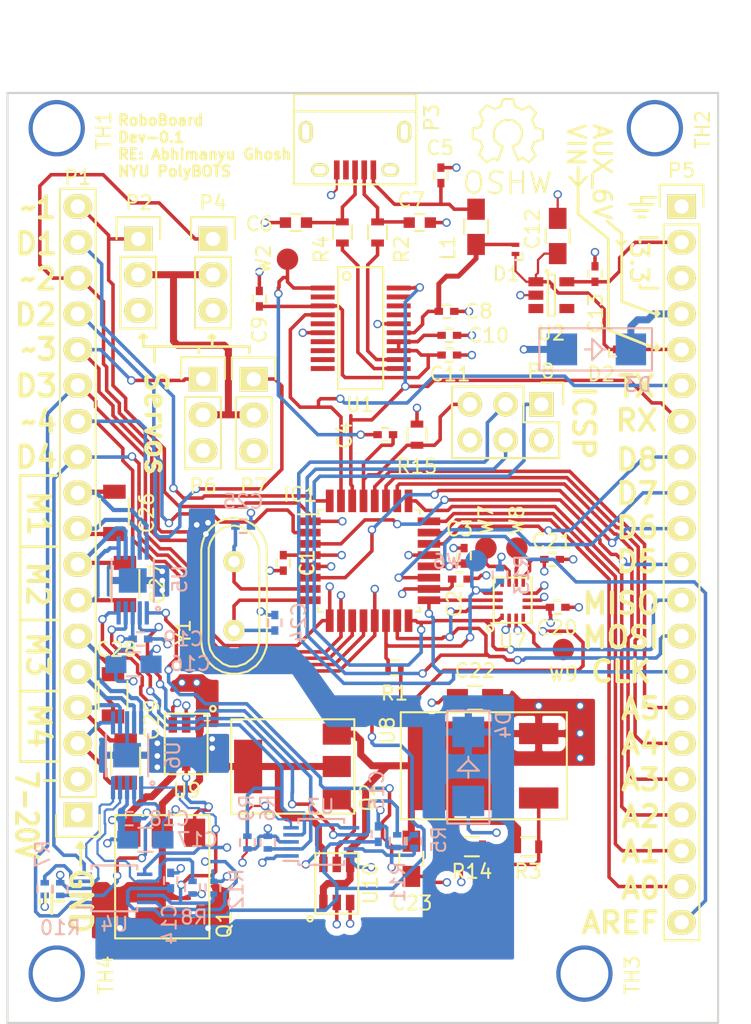
<source format=kicad_pcb>
(kicad_pcb (version 4) (host pcbnew 4.0.5)
  (layers (0 F.Cu signal) (1 In1.Cu mixed) (2 In2.Cu mixed) (31 B.Cu signal) (34 B.Paste user) (35 F.Paste user) (36 B.SilkS user) (37 F.SilkS user) (38 B.Mask user) (39 F.Mask user) (44 Edge.Cuts user))
  (net 0 "")
  (net 1 +3V3)
  (net 2 Earth)
  (net 3 /ADCREF)
  (net 4 /MCU_RST)
  (net 5 /debugFTDI/USB_5V)
  (net 6 /debugFTDI/USBD+)
  (net 7 /debugFTDI/USBD-)
  (net 8 +5V)
  (net 9 "Net-(C10-Pad1)")
  (net 10 "Net-(C12-Pad1)")
  (net 11 +BATT)
  (net 12 SERVO_5V_INTERNAL)
  (net 13 "Net-(C24-Pad1)")
  (net 14 "Net-(C25-Pad1)")
  (net 15 /M1P)
  (net 16 /M1N)
  (net 17 /M2P)
  (net 18 /M2N)
  (net 19 /M3P)
  (net 20 /M3N)
  (net 21 /M4P)
  (net 22 /M4N)
  (net 23 /SERVO_6V_AUX_IN)
  (net 24 /servo_powermux/SERVO_VDD_OUT)
  (net 25 /M1_PWM)
  (net 26 /M2_DIR)
  (net 27 /GPIO1)
  (net 28 /GPIO2)
  (net 29 /M2_PWM)
  (net 30 /M3_PWM)
  (net 31 /M3_DIR)
  (net 32 /M4_DIR)
  (net 33 /M4_PWM)
  (net 34 /imu/IMU_CS)
  (net 35 /MOSI)
  (net 36 /MISO)
  (net 37 /SPICLK)
  (net 38 /GPIO3)
  (net 39 /GPIO4)
  (net 40 /AIN0)
  (net 41 /AIN1)
  (net 42 /AIN2)
  (net 43 /AIN3)
  (net 44 /AIN4)
  (net 45 /AIN5)
  (net 46 /MCU_UART_RX)
  (net 47 /MCU_UART_TX)
  (net 48 /M1_DIR)
  (net 49 "Net-(P3-Pad4)")
  (net 50 "Net-(Q1-Pad2)")
  (net 51 "Net-(Q2-Pad2)")
  (net 52 "Net-(R2-Pad1)")
  (net 53 "Net-(R14-Pad1)")
  (net 54 "Net-(R4-Pad1)")
  (net 55 "Net-(R5-Pad1)")
  (net 56 "Net-(R6-Pad1)")
  (net 57 "Net-(R7-Pad1)")
  (net 58 "Net-(R8-Pad1)")
  (net 59 "Net-(R9-Pad1)")
  (net 60 "Net-(R10-Pad1)")
  (net 61 "Net-(R11-Pad1)")
  (net 62 "Net-(R12-Pad1)")
  (net 63 "Net-(U1-Pad2)")
  (net 64 "Net-(U1-Pad5)")
  (net 65 "Net-(U1-Pad7)")
  (net 66 "Net-(U1-Pad8)")
  (net 67 "Net-(U1-Pad9)")
  (net 68 "Net-(U1-Pad10)")
  (net 69 "Net-(U1-Pad17)")
  (net 70 "Net-(U1-Pad18)")
  (net 71 "Net-(U1-Pad19)")
  (net 72 "Net-(U2-Pad3)")
  (net 73 "Net-(U2-Pad4)")
  (net 74 "Net-(U7-Pad4)")
  (net 75 "Net-(U7-Pad9)")
  (net 76 "Net-(U7-Pad10)")
  (net 77 "Net-(U7-Pad11)")
  (net 78 /MCU_RST_DC)
  (module Housings_SSOP:TSSOP-10_3x3mm_Pitch0.5mm (layer B.Cu) (at 121.3 80.65)
    (fp_text reference U3 (at -0.05 -2.5) (layer B.SilkS) (effects (justify mirror)))
    (fp_text value TS5A23159)
    (pad 1 smd rect (at -2.15 1) (size 1.1 0.25) (layers B.Cu B.Paste B.Mask) (net 48 /M1_DIR))
    (pad 2 smd rect (at -2.15 0.5) (size 1.1 0.25) (layers B.Cu B.Paste B.Mask) (net 56 "Net-(R6-Pad1)"))
    (pad 3 smd rect (at -2.15 0) (size 1.1 0.25) (layers B.Cu B.Paste B.Mask) (net 2 Earth))
    (pad 4 smd rect (at -2.15 -0.5) (size 1.1 0.25) (layers B.Cu B.Paste B.Mask) (net 59 "Net-(R9-Pad1)"))
    (pad 5 smd rect (at -2.15 -1) (size 1.1 0.25) (layers B.Cu B.Paste B.Mask) (net 26 /M2_DIR))
    (pad 6 smd rect (at 2.15 -1) (size 1.1 0.25) (layers B.Cu B.Paste B.Mask) (net 29 /M2_PWM))
    (pad 7 smd rect (at 2.15 -0.5) (size 1.1 0.25) (layers B.Cu B.Paste B.Mask) (net 61 "Net-(R11-Pad1)"))
    (pad 8 smd rect (at 2.15 0) (size 1.1 0.25) (layers B.Cu B.Paste B.Mask) (net 1 +3V3))
    (pad 9 smd rect (at 2.15 0.5) (size 1.1 0.25) (layers B.Cu B.Paste B.Mask) (net 55 "Net-(R5-Pad1)"))
    (pad 10 smd rect (at 2.15 1) (size 1.1 0.25) (layers B.Cu B.Paste B.Mask) (net 25 /M1_PWM))
  )
  (module Capacitors_SMD:C_0402 (layer F.Cu) (at 118.6 60.85 270)
    (fp_text reference C1 (at 0 -1.7 270) (layer F.SilkS))
    (fp_text value "0.1 uF")
    (pad 1 smd rect (at -0.55 0 270) (size 0.6 0.5) (layers F.Cu F.Paste F.Mask) (net 1 +3V3))
    (pad 2 smd rect (at 0.55 0 270) (size 0.6 0.5) (layers F.Cu F.Paste F.Mask) (net 2 Earth))
  )
  (module Capacitors_SMD:C_0402 (layer F.Cu) (at 131.15 62)
    (fp_text reference C2 (at -0.4 1.75 90) (layer F.SilkS))
    (fp_text value "0.1 uF")
    (pad 1 smd rect (at -0.55 0) (size 0.6 0.5) (layers F.Cu F.Paste F.Mask) (net 1 +3V3))
    (pad 2 smd rect (at 0.55 0) (size 0.6 0.5) (layers F.Cu F.Paste F.Mask) (net 2 Earth))
  )
  (module Capacitors_SMD:C_0402 (layer F.Cu) (at 131.45 60.35 90)
    (fp_text reference C3 (at 1.9 -0.325 180) (layer F.SilkS))
    (fp_text value "0.1 uF")
    (pad 1 smd rect (at -0.55 0 90) (size 0.6 0.5) (layers F.Cu F.Paste F.Mask) (net 3 /ADCREF))
    (pad 2 smd rect (at 0.55 0 90) (size 0.6 0.5) (layers F.Cu F.Paste F.Mask) (net 2 Earth))
  )
  (module Capacitors_SMD:C_0402 (layer F.Cu) (at 125.85 51.75)
    (fp_text reference C4 (at -2.9 0.05 90) (layer F.SilkS))
    (fp_text value "0.1 uF")
    (pad 1 smd rect (at -0.55 0) (size 0.6 0.5) (layers F.Cu F.Paste F.Mask) (net 4 /MCU_RST))
    (pad 2 smd rect (at 0.55 0) (size 0.6 0.5) (layers F.Cu F.Paste F.Mask) (net 78 /MCU_RST_DC))
  )
  (module Capacitors_SMD:C_0402 (layer F.Cu) (at 129.8 33.35 90)
    (fp_text reference C5 (at 1.95 -0.05 180) (layer F.SilkS))
    (fp_text value "0.1 uF")
    (pad 1 smd rect (at -0.55 0 90) (size 0.6 0.5) (layers F.Cu F.Paste F.Mask) (net 5 /debugFTDI/USB_5V))
    (pad 2 smd rect (at 0.55 0 90) (size 0.6 0.5) (layers F.Cu F.Paste F.Mask) (net 2 Earth))
  )
  (module Capacitors_SMD:C_0603 (layer F.Cu) (at 119.5 36.7 180)
    (fp_text reference C6 (at 2.6 -0.1 180) (layer F.SilkS))
    (fp_text value "47 pF")
    (pad 1 smd rect (at -0.75 0 180) (size 0.8 0.75) (layers F.Cu F.Paste F.Mask) (net 6 /debugFTDI/USBD+))
    (pad 2 smd rect (at 0.75 0 180) (size 0.8 0.75) (layers F.Cu F.Paste F.Mask) (net 2 Earth))
  )
  (module Capacitors_SMD:C_0603 (layer F.Cu) (at 128.3 36.7)
    (fp_text reference C7 (at -0.6 -1.6) (layer F.SilkS))
    (fp_text value "47 pF")
    (pad 1 smd rect (at -0.75 0) (size 0.8 0.75) (layers F.Cu F.Paste F.Mask) (net 7 /debugFTDI/USBD-))
    (pad 2 smd rect (at 0.75 0) (size 0.8 0.75) (layers F.Cu F.Paste F.Mask) (net 2 Earth))
  )
  (module Capacitors_SMD:C_0402 (layer F.Cu) (at 130.2 43)
    (fp_text reference C8 (at 2.3 0) (layer F.SilkS))
    (fp_text value "0.1 uF")
    (pad 1 smd rect (at -0.55 0) (size 0.6 0.5) (layers F.Cu F.Paste F.Mask) (net 8 +5V))
    (pad 2 smd rect (at 0.55 0) (size 0.6 0.5) (layers F.Cu F.Paste F.Mask) (net 2 Earth))
  )
  (module Capacitors_SMD:C_0402 (layer F.Cu) (at 116.9 42.1 90)
    (fp_text reference C9 (at -2.2 0 90) (layer F.SilkS))
    (fp_text value "0.1 uF")
    (pad 1 smd rect (at -0.55 0 90) (size 0.6 0.5) (layers F.Cu F.Paste F.Mask) (net 9 "Net-(C10-Pad1)"))
    (pad 2 smd rect (at 0.55 0 90) (size 0.6 0.5) (layers F.Cu F.Paste F.Mask) (net 2 Earth))
  )
  (module Capacitors_SMD:C_0402 (layer F.Cu) (at 130.4 44.7)
    (fp_text reference C10 (at 2.8 0) (layer F.SilkS))
    (fp_text value "0.1 uF")
    (pad 1 smd rect (at -0.55 0) (size 0.6 0.5) (layers F.Cu F.Paste F.Mask) (net 9 "Net-(C10-Pad1)"))
    (pad 2 smd rect (at 0.55 0) (size 0.6 0.5) (layers F.Cu F.Paste F.Mask) (net 2 Earth))
  )
  (module Capacitors_SMD:C_0402 (layer F.Cu) (at 130.4 46.1)
    (fp_text reference C11 (at 0.05 1.35) (layer F.SilkS))
    (fp_text value "0.1 uF")
    (pad 1 smd rect (at -0.55 0) (size 0.6 0.5) (layers F.Cu F.Paste F.Mask) (net 9 "Net-(C10-Pad1)"))
    (pad 2 smd rect (at 0.55 0) (size 0.6 0.5) (layers F.Cu F.Paste F.Mask) (net 2 Earth))
  )
  (module Capacitors_SMD:C_0805_HandSoldering (layer F.Cu) (at 138.1 37.65 90)
    (fp_text reference C12 (at 0.5 -1.8 90) (layer F.SilkS))
    (fp_text value "15 uF")
    (pad 1 smd rect (at -1.25 0 90) (size 1.5 1.25) (layers F.Cu F.Paste F.Mask) (net 10 "Net-(C12-Pad1)"))
    (pad 2 smd rect (at 1.25 0 90) (size 1.5 1.25) (layers F.Cu F.Paste F.Mask) (net 2 Earth))
  )
  (module Capacitors_SMD:C_0402 (layer F.Cu) (at 140.75 40.35 90)
    (fp_text reference C13 (at -2.8 0.05 90) (layer F.SilkS))
    (fp_text value "0.1 uF")
    (pad 1 smd rect (at -0.55 0 90) (size 0.6 0.5) (layers F.Cu F.Paste F.Mask) (net 1 +3V3))
    (pad 2 smd rect (at 0.55 0 90) (size 0.6 0.5) (layers F.Cu F.Paste F.Mask) (net 2 Earth))
  )
  (module Capacitors_SMD:C_0402 (layer B.Cu) (at 110.6 83.4 90)
    (fp_text reference C14 (at -3.1 -0.1 270) (layer B.SilkS) (effects (justify mirror)))
    (fp_text value "0.1 uF")
    (pad 1 smd rect (at -0.55 0 90) (size 0.6 0.5) (layers B.Cu B.Paste B.Mask) (net 1 +3V3))
    (pad 2 smd rect (at 0.55 0 90) (size 0.6 0.5) (layers B.Cu B.Paste B.Mask) (net 2 Earth))
  )
  (module Capacitors_SMD:C_0402 (layer B.Cu) (at 125.35 80.1 90)
    (fp_text reference C15 (at 3.1 -0.1 90) (layer B.SilkS) (effects (justify mirror)))
    (fp_text value "0.1 uF")
    (pad 1 smd rect (at -0.55 0 90) (size 0.6 0.5) (layers B.Cu B.Paste B.Mask) (net 1 +3V3))
    (pad 2 smd rect (at 0.55 0 90) (size 0.6 0.5) (layers B.Cu B.Paste B.Mask) (net 2 Earth))
  )
  (module Capacitors_SMD:C_0805_HandSoldering (layer B.Cu) (at 107.95 68.05)
    (fp_text reference C16 (at 4.05 -0.05) (layer B.SilkS) (effects (justify mirror)))
    (fp_text value "15 uF")
    (pad 1 smd rect (at -1.25 0) (size 1.5 1.25) (layers B.Cu B.Paste B.Mask) (net 11 +BATT))
    (pad 2 smd rect (at 1.25 0) (size 1.5 1.25) (layers B.Cu B.Paste B.Mask) (net 2 Earth))
  )
  (module Capacitors_SMD:C_0805_HandSoldering (layer B.Cu) (at 108.8 80.5)
    (fp_text reference C17 (at 3.7 0 180) (layer B.SilkS) (effects (justify mirror)))
    (fp_text value "15 uF")
    (pad 1 smd rect (at -1.25 0) (size 1.5 1.25) (layers B.Cu B.Paste B.Mask) (net 11 +BATT))
    (pad 2 smd rect (at 1.25 0) (size 1.5 1.25) (layers B.Cu B.Paste B.Mask) (net 2 Earth))
  )
  (module Capacitors_SMD:C_0402 (layer B.Cu) (at 107.65 79)
    (fp_text reference C18 (at 2.85 0) (layer B.SilkS) (effects (justify mirror)))
    (fp_text value "0.1 uF")
    (pad 1 smd rect (at -0.55 0) (size 0.6 0.5) (layers B.Cu B.Paste B.Mask) (net 11 +BATT))
    (pad 2 smd rect (at 0.55 0) (size 0.6 0.5) (layers B.Cu B.Paste B.Mask) (net 2 Earth))
  )
  (module Capacitors_SMD:C_0402 (layer B.Cu) (at 108.45 66.25)
    (fp_text reference C19 (at 3.05 0) (layer B.SilkS) (effects (justify mirror)))
    (fp_text value "0.1 uF")
    (pad 1 smd rect (at -0.55 0) (size 0.6 0.5) (layers B.Cu B.Paste B.Mask) (net 11 +BATT))
    (pad 2 smd rect (at 0.55 0) (size 0.6 0.5) (layers B.Cu B.Paste B.Mask) (net 2 Earth))
  )
  (module Capacitors_SMD:C_0402 (layer F.Cu) (at 138.1 64)
    (fp_text reference C20 (at -0.05 1.45) (layer F.SilkS))
    (fp_text value "0.1 uF")
    (pad 1 smd rect (at -0.55 0) (size 0.6 0.5) (layers F.Cu F.Paste F.Mask) (net 1 +3V3))
    (pad 2 smd rect (at 0.55 0) (size 0.6 0.5) (layers F.Cu F.Paste F.Mask) (net 2 Earth))
  )
  (module Capacitors_SMD:C_0402 (layer F.Cu) (at 137.7 60.6)
    (fp_text reference C21 (at 0 -1.3) (layer F.SilkS))
    (fp_text value "0.1 uF")
    (pad 1 smd rect (at -0.55 0) (size 0.6 0.5) (layers F.Cu F.Paste F.Mask) (net 1 +3V3))
    (pad 2 smd rect (at 0.55 0) (size 0.6 0.5) (layers F.Cu F.Paste F.Mask) (net 2 Earth))
  )
  (module Capacitors_SMD:C_0805_HandSoldering (layer F.Cu) (at 132.225 70.425 180)
    (fp_text reference C22 (at 0 1.925 180) (layer F.SilkS))
    (fp_text value "15 uF")
    (pad 1 smd rect (at -1.25 0 180) (size 1.5 1.25) (layers F.Cu F.Paste F.Mask) (net 11 +BATT))
    (pad 2 smd rect (at 1.25 0 180) (size 1.5 1.25) (layers F.Cu F.Paste F.Mask) (net 2 Earth))
  )
  (module Capacitors_SMD:C_0805_HandSoldering (layer F.Cu) (at 127.7 81.85 270)
    (fp_text reference C23 (at 3.15 -0.05 360) (layer F.SilkS))
    (fp_text value "15 uF")
    (pad 1 smd rect (at -1.25 0 270) (size 1.5 1.25) (layers F.Cu F.Paste F.Mask) (net 12 SERVO_5V_INTERNAL))
    (pad 2 smd rect (at 1.25 0 270) (size 1.5 1.25) (layers F.Cu F.Paste F.Mask) (net 2 Earth))
  )
  (module Capacitors_SMD:C_0402 (layer B.Cu) (at 118 65.1 90)
    (fp_text reference C24 (at 0 1.7 90) (layer B.SilkS) (effects (justify mirror)))
    (fp_text value "30 pF")
    (pad 1 smd rect (at -0.55 0 90) (size 0.6 0.5) (layers B.Cu B.Paste B.Mask) (net 13 "Net-(C24-Pad1)"))
    (pad 2 smd rect (at 0.55 0 90) (size 0.6 0.5) (layers B.Cu B.Paste B.Mask) (net 2 Earth))
  )
  (module Capacitors_SMD:C_0402 (layer B.Cu) (at 115.75 58.25)
    (fp_text reference C25 (at 0 -1.75) (layer B.SilkS) (effects (justify mirror)))
    (fp_text value "30 pF")
    (pad 1 smd rect (at -0.55 0) (size 0.6 0.5) (layers B.Cu B.Paste B.Mask) (net 14 "Net-(C25-Pad1)"))
    (pad 2 smd rect (at 0.55 0) (size 0.6 0.5) (layers B.Cu B.Paste B.Mask) (net 2 Earth))
  )
  (module Capacitors_SMD:C_1206 (layer F.Cu) (at 106.6 57.3 270)
    (fp_text reference C26 (at 0 -2.3 270) (layer F.SilkS))
    (fp_text value "22 uF")
    (pad 1 smd rect (at -1.5 0 270) (size 1 1.6) (layers F.Cu F.Paste F.Mask) (net 15 /M1P))
    (pad 2 smd rect (at 1.5 0 270) (size 1 1.6) (layers F.Cu F.Paste F.Mask) (net 16 /M1N))
  )
  (module Capacitors_SMD:C_1206 (layer F.Cu) (at 107.35 62.35 270)
    (fp_text reference C27 (at 0 -2.3 270) (layer F.SilkS))
    (fp_text value "22 uF")
    (pad 1 smd rect (at -1.5 0 270) (size 1 1.6) (layers F.Cu F.Paste F.Mask) (net 17 /M2P))
    (pad 2 smd rect (at 1.5 0 270) (size 1 1.6) (layers F.Cu F.Paste F.Mask) (net 18 /M2N))
  )
  (module Capacitors_SMD:C_1206 (layer F.Cu) (at 106.5 70.25 270)
    (fp_text reference C28 (at -3.25 -0.25 360) (layer F.SilkS))
    (fp_text value "22 uF")
    (pad 1 smd rect (at -1.5 0 270) (size 1 1.6) (layers F.Cu F.Paste F.Mask) (net 19 /M3P))
    (pad 2 smd rect (at 1.5 0 270) (size 1 1.6) (layers F.Cu F.Paste F.Mask) (net 20 /M3N))
  )
  (module Capacitors_SMD:C_1206 (layer F.Cu) (at 107.4 74.95 270)
    (fp_text reference C29 (at -2.95 -1.85 270) (layer F.SilkS))
    (fp_text value "22 uF")
    (pad 1 smd rect (at -1.5 0 270) (size 1 1.6) (layers F.Cu F.Paste F.Mask) (net 21 /M4P))
    (pad 2 smd rect (at 1.5 0 270) (size 1 1.6) (layers F.Cu F.Paste F.Mask) (net 22 /M4N))
  )
  (module PowerPackages:SOD-882 (layer F.Cu) (at 135.1 38.6 90)
    (fp_text reference D1 (at -1.75 -0.65 180) (layer F.SilkS))
    (fp_text value Schottky_Vf=220mV)
    (pad 1 smd rect (at -0.325 0 90) (size 0.3 0.55) (layers F.Cu F.Paste F.Mask) (net 10 "Net-(C12-Pad1)"))
    (pad 2 smd rect (at 0.325 0 90) (size 0.3 0.55) (layers F.Cu F.Paste F.Mask) (net 8 +5V))
  )
  (module PowerPackages:SOD-882 (layer F.Cu) (at 142.5 45.7)
    (fp_text reference D2 (at -1.3 1.75) (layer F.SilkS))
    (fp_text value Schottky_Vf=220mV)
    (pad 1 smd rect (at -0.325 0) (size 0.3 0.55) (layers F.Cu F.Paste F.Mask) (net 10 "Net-(C12-Pad1)"))
    (pad 2 smd rect (at 0.325 0) (size 0.3 0.55) (layers F.Cu F.Paste F.Mask) (net 11 +BATT))
  )
  (module PowerPackages:DO-214AA (layer B.Cu) (at 143.3 45.7 180)
    (fp_text reference D3 (at -0.5 -2.5 180) (layer B.SilkS) (effects (justify mirror)))
    (fp_text value D_Zener)
    (pad 1 smd rect (at 0 0 180) (size 2.16 2.26) (layers B.Cu B.Paste B.Mask) (net 23 /SERVO_6V_AUX_IN))
    (pad 2 smd rect (at 4.9 0 180) (size 2.16 2.26) (layers B.Cu B.Paste B.Mask) (net 2 Earth))
  )
  (module PowerPackages:DO-214AA (layer B.Cu) (at 131.75 72.85 270)
    (fp_text reference D4 (at -0.5 -2.5 270) (layer B.SilkS) (effects (justify mirror)))
    (fp_text value D_Zener)
    (pad 1 smd rect (at 0 0 270) (size 2.16 2.26) (layers B.Cu B.Paste B.Mask) (net 24 /servo_powermux/SERVO_VDD_OUT))
    (pad 2 smd rect (at 4.9 0 270) (size 2.16 2.26) (layers B.Cu B.Paste B.Mask) (net 2 Earth))
  )
  (module Housings_QFP:TQFP-32_7x7mm_Pitch0.8mm (layer F.Cu) (at 124.7 60.7)
    (fp_text reference IC1 (at -4.9 -4.7) (layer F.SilkS))
    (fp_text value ATMEGA328PB-A)
    (pad 1 smd rect (at -4.25 -2.8) (size 1.6 0.55) (layers F.Cu F.Paste F.Mask) (net 25 /M1_PWM))
    (pad 2 smd rect (at -4.25 -2) (size 1.6 0.55) (layers F.Cu F.Paste F.Mask) (net 26 /M2_DIR))
    (pad 3 smd rect (at -4.25 -1.2) (size 1.6 0.55) (layers F.Cu F.Paste F.Mask) (net 27 /GPIO1))
    (pad 4 smd rect (at -4.25 -0.4) (size 1.6 0.55) (layers F.Cu F.Paste F.Mask) (net 1 +3V3))
    (pad 5 smd rect (at -4.25 0.4) (size 1.6 0.55) (layers F.Cu F.Paste F.Mask) (net 2 Earth))
    (pad 6 smd rect (at -4.25 1.2) (size 1.6 0.55) (layers F.Cu F.Paste F.Mask) (net 28 /GPIO2))
    (pad 7 smd rect (at -4.25 2) (size 1.6 0.55) (layers F.Cu F.Paste F.Mask) (net 14 "Net-(C25-Pad1)"))
    (pad 8 smd rect (at -4.25 2.8) (size 1.6 0.55) (layers F.Cu F.Paste F.Mask) (net 13 "Net-(C24-Pad1)"))
    (pad 9 smd rect (at -2.8 4.25 90) (size 1.6 0.55) (layers F.Cu F.Paste F.Mask) (net 29 /M2_PWM))
    (pad 10 smd rect (at -2 4.25 90) (size 1.6 0.55) (layers F.Cu F.Paste F.Mask) (net 30 /M3_PWM))
    (pad 11 smd rect (at -1.2 4.25 90) (size 1.6 0.55) (layers F.Cu F.Paste F.Mask) (net 31 /M3_DIR))
    (pad 12 smd rect (at -0.4 4.25 90) (size 1.6 0.55) (layers F.Cu F.Paste F.Mask) (net 32 /M4_DIR))
    (pad 13 smd rect (at 0.4 4.25 90) (size 1.6 0.55) (layers F.Cu F.Paste F.Mask) (net 33 /M4_PWM))
    (pad 14 smd rect (at 1.2 4.25 90) (size 1.6 0.55) (layers F.Cu F.Paste F.Mask) (net 34 /imu/IMU_CS))
    (pad 15 smd rect (at 2 4.25 90) (size 1.6 0.55) (layers F.Cu F.Paste F.Mask) (net 35 /MOSI))
    (pad 16 smd rect (at 2.8 4.25 90) (size 1.6 0.55) (layers F.Cu F.Paste F.Mask) (net 36 /MISO))
    (pad 17 smd rect (at 4.25 2.8) (size 1.6 0.55) (layers F.Cu F.Paste F.Mask) (net 37 /SPICLK))
    (pad 18 smd rect (at 4.25 2) (size 1.6 0.55) (layers F.Cu F.Paste F.Mask) (net 1 +3V3))
    (pad 19 smd rect (at 4.25 1.2) (size 1.6 0.55) (layers F.Cu F.Paste F.Mask) (net 38 /GPIO3))
    (pad 20 smd rect (at 4.25 0.4) (size 1.6 0.55) (layers F.Cu F.Paste F.Mask) (net 3 /ADCREF))
    (pad 21 smd rect (at 4.25 -0.4) (size 1.6 0.55) (layers F.Cu F.Paste F.Mask) (net 2 Earth))
    (pad 22 smd rect (at 4.25 -1.2) (size 1.6 0.55) (layers F.Cu F.Paste F.Mask) (net 39 /GPIO4))
    (pad 23 smd rect (at 4.25 -2) (size 1.6 0.55) (layers F.Cu F.Paste F.Mask) (net 40 /AIN0))
    (pad 24 smd rect (at 4.25 -2.8) (size 1.6 0.55) (layers F.Cu F.Paste F.Mask) (net 41 /AIN1))
    (pad 25 smd rect (at 2.8 -4.25 90) (size 1.6 0.55) (layers F.Cu F.Paste F.Mask) (net 42 /AIN2))
    (pad 26 smd rect (at 2 -4.25 90) (size 1.6 0.55) (layers F.Cu F.Paste F.Mask) (net 43 /AIN3))
    (pad 27 smd rect (at 1.2 -4.25 90) (size 1.6 0.55) (layers F.Cu F.Paste F.Mask) (net 44 /AIN4))
    (pad 28 smd rect (at 0.4 -4.25 90) (size 1.6 0.55) (layers F.Cu F.Paste F.Mask) (net 45 /AIN5))
    (pad 29 smd rect (at -0.4 -4.25 90) (size 1.6 0.55) (layers F.Cu F.Paste F.Mask) (net 78 /MCU_RST_DC))
    (pad 30 smd rect (at -1.2 -4.25 90) (size 1.6 0.55) (layers F.Cu F.Paste F.Mask) (net 46 /MCU_UART_RX))
    (pad 31 smd rect (at -2 -4.25 90) (size 1.6 0.55) (layers F.Cu F.Paste F.Mask) (net 47 /MCU_UART_TX))
    (pad 32 smd rect (at -2.8 -4.25 90) (size 1.6 0.55) (layers F.Cu F.Paste F.Mask) (net 48 /M1_DIR))
  )
  (module Capacitors_SMD:C_0805_HandSoldering (layer F.Cu) (at 132.3 37 90)
    (fp_text reference L1 (at -1.5 -2 90) (layer F.SilkS))
    (fp_text value "40-Ohm FB")
    (pad 1 smd rect (at -1.25 0 90) (size 1.5 1.25) (layers F.Cu F.Paste F.Mask) (net 8 +5V))
    (pad 2 smd rect (at 1.25 0 90) (size 1.5 1.25) (layers F.Cu F.Paste F.Mask) (net 5 /debugFTDI/USB_5V))
  )
  (module Pin_Headers:Pin_Header_Straight_1x18 (layer F.Cu) (at 104 78.74 180)
    (fp_text reference P1 (at 0 45.24 360) (layer F.SilkS))
    (fp_text value CONN_01X18)
    (pad 1 thru_hole rect (at 0 0 180) (size 2.032 1.7272) (drill 1.016) (layers *.Cu *.Mask F.SilkS) (net 2 Earth))
    (pad 2 thru_hole oval (at 0 2.54 180) (size 2.032 1.7272) (drill 1.016) (layers *.Cu *.Mask F.SilkS) (net 11 +BATT))
    (pad 3 thru_hole oval (at 0 5.08 180) (size 2.032 1.7272) (drill 1.016) (layers *.Cu *.Mask F.SilkS) (net 22 /M4N))
    (pad 4 thru_hole oval (at 0 7.62 180) (size 2.032 1.7272) (drill 1.016) (layers *.Cu *.Mask F.SilkS) (net 21 /M4P))
    (pad 5 thru_hole oval (at 0 10.16 180) (size 2.032 1.7272) (drill 1.016) (layers *.Cu *.Mask F.SilkS) (net 20 /M3N))
    (pad 6 thru_hole oval (at 0 12.7 180) (size 2.032 1.7272) (drill 1.016) (layers *.Cu *.Mask F.SilkS) (net 19 /M3P))
    (pad 7 thru_hole oval (at 0 15.24 180) (size 2.032 1.7272) (drill 1.016) (layers *.Cu *.Mask F.SilkS) (net 18 /M2N))
    (pad 8 thru_hole oval (at 0 17.78 180) (size 2.032 1.7272) (drill 1.016) (layers *.Cu *.Mask F.SilkS) (net 17 /M2P))
    (pad 9 thru_hole oval (at 0 20.32 180) (size 2.032 1.7272) (drill 1.016) (layers *.Cu *.Mask F.SilkS) (net 16 /M1N))
    (pad 10 thru_hole oval (at 0 22.86 180) (size 2.032 1.7272) (drill 1.016) (layers *.Cu *.Mask F.SilkS) (net 15 /M1P))
    (pad 11 thru_hole oval (at 0 25.4 180) (size 2.032 1.7272) (drill 1.016) (layers *.Cu *.Mask F.SilkS) (net 32 /M4_DIR))
    (pad 12 thru_hole oval (at 0 27.94 180) (size 2.032 1.7272) (drill 1.016) (layers *.Cu *.Mask F.SilkS) (net 33 /M4_PWM))
    (pad 13 thru_hole oval (at 0 30.48 180) (size 2.032 1.7272) (drill 1.016) (layers *.Cu *.Mask F.SilkS) (net 31 /M3_DIR))
    (pad 14 thru_hole oval (at 0 33.02 180) (size 2.032 1.7272) (drill 1.016) (layers *.Cu *.Mask F.SilkS) (net 30 /M3_PWM))
    (pad 15 thru_hole oval (at 0 35.56 180) (size 2.032 1.7272) (drill 1.016) (layers *.Cu *.Mask F.SilkS) (net 26 /M2_DIR))
    (pad 16 thru_hole oval (at 0 38.1 180) (size 2.032 1.7272) (drill 1.016) (layers *.Cu *.Mask F.SilkS) (net 29 /M2_PWM))
    (pad 17 thru_hole oval (at 0 40.64 180) (size 2.032 1.7272) (drill 1.016) (layers *.Cu *.Mask F.SilkS) (net 48 /M1_DIR))
    (pad 18 thru_hole oval (at 0 43.18 180) (size 2.032 1.7272) (drill 1.016) (layers *.Cu *.Mask F.SilkS) (net 25 /M1_PWM))
  )
  (module Pin_Headers:Pin_Header_Straight_1x03 (layer F.Cu) (at 108.3 37.86)
    (fp_text reference P2 (at 0.05 -2.56) (layer F.SilkS))
    (fp_text value CONN_01X03)
    (pad 1 thru_hole rect (at 0 0) (size 2.032 1.7272) (drill 1.016) (layers *.Cu *.Mask F.SilkS) (net 25 /M1_PWM))
    (pad 2 thru_hole oval (at 0 2.54) (size 2.032 1.7272) (drill 1.016) (layers *.Cu *.Mask F.SilkS) (net 24 /servo_powermux/SERVO_VDD_OUT))
    (pad 3 thru_hole oval (at 0 5.08) (size 2.032 1.7272) (drill 1.016) (layers *.Cu *.Mask F.SilkS) (net 2 Earth))
  )
  (module Connect:USB_Micro-B (layer F.Cu) (at 123.7 31.4 180)
    (fp_text reference P3 (at -5.45 2.15 270) (layer F.SilkS))
    (fp_text value USB_OTG)
    (pad 1 smd rect (at -1.3009 -1.56254 270) (size 1.35 0.4) (layers F.Cu F.Paste F.Mask) (net 5 /debugFTDI/USB_5V))
    (pad 2 smd rect (at -0.6509 -1.56254 270) (size 1.35 0.4) (layers F.Cu F.Paste F.Mask) (net 7 /debugFTDI/USBD-))
    (pad 3 smd rect (at -0.0009 -1.56254 270) (size 1.35 0.4) (layers F.Cu F.Paste F.Mask) (net 6 /debugFTDI/USBD+))
    (pad 4 smd rect (at 0.6491 -1.56254 270) (size 1.35 0.4) (layers F.Cu F.Paste F.Mask) (net 49 "Net-(P3-Pad4)"))
    (pad 5 smd rect (at 1.2991 -1.56254 270) (size 1.35 0.4) (layers F.Cu F.Paste F.Mask) (net 2 Earth))
    (pad 6 thru_hole oval (at -2.5009 -1.56254 270) (size 0.95 1.25) (drill oval 0.55 0.85) (layers *.Cu *.Mask F.SilkS) (net 2 Earth))
    (pad 6 thru_hole oval (at 2.4991 -1.56254 270) (size 0.95 1.25) (drill oval 0.55 0.85) (layers *.Cu *.Mask F.SilkS) (net 2 Earth))
    (pad 6 thru_hole oval (at -3.5009 1.13746 270) (size 1.55 1) (drill oval 1.15 0.5) (layers *.Cu *.Mask F.SilkS) (net 2 Earth))
    (pad 6 thru_hole oval (at 3.4991 1.13746 270) (size 1.55 1) (drill oval 1.15 0.5) (layers *.Cu *.Mask F.SilkS) (net 2 Earth))
  )
  (module Pin_Headers:Pin_Header_Straight_1x03 (layer F.Cu) (at 113.6 37.86)
    (fp_text reference P4 (at 0 -2.56) (layer F.SilkS))
    (fp_text value CONN_01X03)
    (pad 1 thru_hole rect (at 0 0) (size 2.032 1.7272) (drill 1.016) (layers *.Cu *.Mask F.SilkS) (net 29 /M2_PWM))
    (pad 2 thru_hole oval (at 0 2.54) (size 2.032 1.7272) (drill 1.016) (layers *.Cu *.Mask F.SilkS) (net 24 /servo_powermux/SERVO_VDD_OUT))
    (pad 3 thru_hole oval (at 0 5.08) (size 2.032 1.7272) (drill 1.016) (layers *.Cu *.Mask F.SilkS) (net 2 Earth))
  )
  (module Pin_Headers:Pin_Header_Straight_1x21 (layer F.Cu) (at 146.9 35.56)
    (fp_text reference P5 (at 0 -2.56) (layer F.SilkS))
    (fp_text value CONN_01X21)
    (pad 1 thru_hole rect (at 0 0) (size 2.032 1.7272) (drill 1.016) (layers *.Cu *.Mask F.SilkS) (net 2 Earth))
    (pad 2 thru_hole oval (at 0 2.54) (size 2.032 1.7272) (drill 1.016) (layers *.Cu *.Mask F.SilkS) (net 1 +3V3))
    (pad 3 thru_hole oval (at 0 5.08) (size 2.032 1.7272) (drill 1.016) (layers *.Cu *.Mask F.SilkS) (net 1 +3V3))
    (pad 4 thru_hole oval (at 0 7.62) (size 2.032 1.7272) (drill 1.016) (layers *.Cu *.Mask F.SilkS) (net 23 /SERVO_6V_AUX_IN))
    (pad 5 thru_hole oval (at 0 10.16) (size 2.032 1.7272) (drill 1.016) (layers *.Cu *.Mask F.SilkS) (net 11 +BATT))
    (pad 6 thru_hole oval (at 0 12.7) (size 2.032 1.7272) (drill 1.016) (layers *.Cu *.Mask F.SilkS) (net 47 /MCU_UART_TX))
    (pad 7 thru_hole oval (at 0 15.24) (size 2.032 1.7272) (drill 1.016) (layers *.Cu *.Mask F.SilkS) (net 46 /MCU_UART_RX))
    (pad 8 thru_hole oval (at 0 17.78) (size 2.032 1.7272) (drill 1.016) (layers *.Cu *.Mask F.SilkS) (net 39 /GPIO4))
    (pad 9 thru_hole oval (at 0 20.32) (size 2.032 1.7272) (drill 1.016) (layers *.Cu *.Mask F.SilkS) (net 38 /GPIO3))
    (pad 10 thru_hole oval (at 0 22.86) (size 2.032 1.7272) (drill 1.016) (layers *.Cu *.Mask F.SilkS) (net 28 /GPIO2))
    (pad 11 thru_hole oval (at 0 25.4) (size 2.032 1.7272) (drill 1.016) (layers *.Cu *.Mask F.SilkS) (net 27 /GPIO1))
    (pad 12 thru_hole oval (at 0 27.94) (size 2.032 1.7272) (drill 1.016) (layers *.Cu *.Mask F.SilkS) (net 36 /MISO))
    (pad 13 thru_hole oval (at 0 30.48) (size 2.032 1.7272) (drill 1.016) (layers *.Cu *.Mask F.SilkS) (net 35 /MOSI))
    (pad 14 thru_hole oval (at 0 33.02) (size 2.032 1.7272) (drill 1.016) (layers *.Cu *.Mask F.SilkS) (net 37 /SPICLK))
    (pad 15 thru_hole oval (at 0 35.56) (size 2.032 1.7272) (drill 1.016) (layers *.Cu *.Mask F.SilkS) (net 45 /AIN5))
    (pad 16 thru_hole oval (at 0 38.1) (size 2.032 1.7272) (drill 1.016) (layers *.Cu *.Mask F.SilkS) (net 44 /AIN4))
    (pad 17 thru_hole oval (at 0 40.64) (size 2.032 1.7272) (drill 1.016) (layers *.Cu *.Mask F.SilkS) (net 43 /AIN3))
    (pad 18 thru_hole oval (at 0 43.18) (size 2.032 1.7272) (drill 1.016) (layers *.Cu *.Mask F.SilkS) (net 42 /AIN2))
    (pad 19 thru_hole oval (at 0 45.72) (size 2.032 1.7272) (drill 1.016) (layers *.Cu *.Mask F.SilkS) (net 41 /AIN1))
    (pad 20 thru_hole oval (at 0 48.26) (size 2.032 1.7272) (drill 1.016) (layers *.Cu *.Mask F.SilkS) (net 40 /AIN0))
    (pad 21 thru_hole oval (at 0 50.8) (size 2.032 1.7272) (drill 1.016) (layers *.Cu *.Mask F.SilkS) (net 3 /ADCREF))
  )
  (module Pin_Headers:Pin_Header_Straight_1x03 (layer F.Cu) (at 112.9 47.8)
    (fp_text reference P6 (at 0 7.6) (layer F.SilkS))
    (fp_text value CONN_01X03)
    (pad 1 thru_hole rect (at 0 0) (size 2.032 1.7272) (drill 1.016) (layers *.Cu *.Mask F.SilkS) (net 30 /M3_PWM))
    (pad 2 thru_hole oval (at 0 2.54) (size 2.032 1.7272) (drill 1.016) (layers *.Cu *.Mask F.SilkS) (net 24 /servo_powermux/SERVO_VDD_OUT))
    (pad 3 thru_hole oval (at 0 5.08) (size 2.032 1.7272) (drill 1.016) (layers *.Cu *.Mask F.SilkS) (net 2 Earth))
  )
  (module Pin_Headers:Pin_Header_Straight_1x03 (layer F.Cu) (at 116.5 47.82)
    (fp_text reference P7 (at 0 7.58) (layer F.SilkS))
    (fp_text value CONN_01X03)
    (pad 1 thru_hole rect (at 0 0) (size 2.032 1.7272) (drill 1.016) (layers *.Cu *.Mask F.SilkS) (net 33 /M4_PWM))
    (pad 2 thru_hole oval (at 0 2.54) (size 2.032 1.7272) (drill 1.016) (layers *.Cu *.Mask F.SilkS) (net 24 /servo_powermux/SERVO_VDD_OUT))
    (pad 3 thru_hole oval (at 0 5.08) (size 2.032 1.7272) (drill 1.016) (layers *.Cu *.Mask F.SilkS) (net 2 Earth))
  )
  (module Pin_Headers:Pin_Header_Straight_2x03 (layer F.Cu) (at 136.94 49.6 270)
    (fp_text reference P8 (at -2.35 0.04 540) (layer F.SilkS))
    (fp_text value CONN_02X03)
    (pad 1 thru_hole rect (at 0 0 270) (size 1.7272 1.7272) (drill 1.016) (layers *.Cu *.Mask F.SilkS) (net 36 /MISO))
    (pad 2 thru_hole oval (at 2.54 0 270) (size 1.7272 1.7272) (drill 1.016) (layers *.Cu *.Mask F.SilkS) (net 1 +3V3))
    (pad 3 thru_hole oval (at 0 2.54 270) (size 1.7272 1.7272) (drill 1.016) (layers *.Cu *.Mask F.SilkS) (net 37 /SPICLK))
    (pad 4 thru_hole oval (at 2.54 2.54 270) (size 1.7272 1.7272) (drill 1.016) (layers *.Cu *.Mask F.SilkS) (net 35 /MOSI))
    (pad 5 thru_hole oval (at 0 5.08 270) (size 1.7272 1.7272) (drill 1.016) (layers *.Cu *.Mask F.SilkS) (net 78 /MCU_RST_DC))
    (pad 6 thru_hole oval (at 2.54 5.08 270) (size 1.7272 1.7272) (drill 1.016) (layers *.Cu *.Mask F.SilkS) (net 2 Earth))
  )
  (module PowerPackages:SOT2-3_FET (layer F.Cu) (at 110 80 180)
    (fp_text reference Q1 (at -4.4 -6.5 270) (layer F.SilkS))
    (fp_text value Q_NMOS_DGS)
    (pad 2 smd rect (at -2.3 0 180) (size 1.5 2) (layers F.Cu F.Paste F.Mask) (net 50 "Net-(Q1-Pad2)"))
    (pad 1 smd rect (at 0 0 180) (size 1.5 2) (layers F.Cu F.Paste F.Mask) (net 24 /servo_powermux/SERVO_VDD_OUT))
    (pad 3 smd rect (at 2.3 0 180) (size 1.5 2) (layers F.Cu F.Paste F.Mask) (net 23 /SERVO_6V_AUX_IN))
    (pad 1 smd rect (at 0 -6.3 180) (size 3.8 2) (layers F.Cu F.Paste F.Mask) (net 24 /servo_powermux/SERVO_VDD_OUT))
  )
  (module PowerPackages:SOT2-3_FET (layer F.Cu) (at 122.4 75.3 90)
    (fp_text reference Q2 (at -2.2 2.2 90) (layer F.SilkS))
    (fp_text value Q_NMOS_DGS)
    (pad 2 smd rect (at -2.3 0 90) (size 1.5 2) (layers F.Cu F.Paste F.Mask) (net 51 "Net-(Q2-Pad2)"))
    (pad 1 smd rect (at 0 0 90) (size 1.5 2) (layers F.Cu F.Paste F.Mask) (net 24 /servo_powermux/SERVO_VDD_OUT))
    (pad 3 smd rect (at 2.3 0 90) (size 1.5 2) (layers F.Cu F.Paste F.Mask) (net 12 SERVO_5V_INTERNAL))
    (pad 1 smd rect (at 0 -6.3 90) (size 3.8 2) (layers F.Cu F.Paste F.Mask) (net 24 /servo_powermux/SERVO_VDD_OUT))
  )
  (module Resistors_SMD:R_0402 (layer F.Cu) (at 126.5 68.3 180)
    (fp_text reference R1 (at 0 -1.8 180) (layer F.SilkS))
    (fp_text value 4.7K)
    (pad 1 smd rect (at -0.45 0 180) (size 0.4 0.6) (layers F.Cu F.Paste F.Mask) (net 1 +3V3))
    (pad 2 smd rect (at 0.45 0 180) (size 0.4 0.6) (layers F.Cu F.Paste F.Mask) (net 34 /imu/IMU_CS))
  )
  (module Resistors_SMD:R_0603 (layer F.Cu) (at 125.3 37.4 90)
    (fp_text reference R2 (at -1.2 1.7 90) (layer F.SilkS))
    (fp_text value 27)
    (pad 1 smd rect (at -0.75 0 90) (size 0.5 0.9) (layers F.Cu F.Paste F.Mask) (net 52 "Net-(R2-Pad1)"))
    (pad 2 smd rect (at 0.75 0 90) (size 0.5 0.9) (layers F.Cu F.Paste F.Mask) (net 7 /debugFTDI/USBD-))
  )
  (module Resistors_SMD:R_0603 (layer F.Cu) (at 136 81)
    (fp_text reference R3 (at 0 1.75) (layer F.SilkS))
    (fp_text value 120)
    (pad 1 smd rect (at -0.75 0) (size 0.5 0.9) (layers F.Cu F.Paste F.Mask) (net 12 SERVO_5V_INTERNAL))
    (pad 2 smd rect (at 0.75 0) (size 0.5 0.9) (layers F.Cu F.Paste F.Mask) (net 53 "Net-(R14-Pad1)"))
  )
  (module Resistors_SMD:R_0603 (layer F.Cu) (at 122.8 37.4 90)
    (fp_text reference R4 (at -1.2 -1.5 90) (layer F.SilkS))
    (fp_text value 27)
    (pad 1 smd rect (at -0.75 0 90) (size 0.5 0.9) (layers F.Cu F.Paste F.Mask) (net 54 "Net-(R4-Pad1)"))
    (pad 2 smd rect (at 0.75 0 90) (size 0.5 0.9) (layers F.Cu F.Paste F.Mask) (net 6 /debugFTDI/USBD+))
  )
  (module Resistors_SMD:R_0402 (layer B.Cu) (at 127.9 80.6 90)
    (fp_text reference R5 (at 0.1 1.75 90) (layer B.SilkS) (effects (justify mirror)))
    (fp_text value 4.7k)
    (pad 1 smd rect (at -0.45 0 90) (size 0.4 0.6) (layers B.Cu B.Paste B.Mask) (net 55 "Net-(R5-Pad1)"))
    (pad 2 smd rect (at 0.45 0 90) (size 0.4 0.6) (layers B.Cu B.Paste B.Mask) (net 2 Earth))
  )
  (module Resistors_SMD:R_0402 (layer B.Cu) (at 117.5 80.7 90)
    (fp_text reference R6 (at 2.45 0 90) (layer B.SilkS) (effects (justify mirror)))
    (fp_text value 4.7k)
    (pad 1 smd rect (at -0.45 0 90) (size 0.4 0.6) (layers B.Cu B.Paste B.Mask) (net 56 "Net-(R6-Pad1)"))
    (pad 2 smd rect (at 0.45 0 90) (size 0.4 0.6) (layers B.Cu B.Paste B.Mask) (net 2 Earth))
  )
  (module Resistors_SMD:R_0402 (layer B.Cu) (at 101.65 84 270)
    (fp_text reference R7 (at -2.5 0.15 450) (layer B.SilkS) (effects (justify mirror)))
    (fp_text value 4.7k)
    (pad 1 smd rect (at -0.45 0 270) (size 0.4 0.6) (layers B.Cu B.Paste B.Mask) (net 57 "Net-(R7-Pad1)"))
    (pad 2 smd rect (at 0.45 0 270) (size 0.4 0.6) (layers B.Cu B.Paste B.Mask) (net 2 Earth))
  )
  (module Resistors_SMD:R_0402 (layer B.Cu) (at 112.15 83.9 270)
    (fp_text reference R8 (at 2.1 -0.1 540) (layer B.SilkS) (effects (justify mirror)))
    (fp_text value 4.7k)
    (pad 1 smd rect (at -0.45 0 270) (size 0.4 0.6) (layers B.Cu B.Paste B.Mask) (net 58 "Net-(R8-Pad1)"))
    (pad 2 smd rect (at 0.45 0 270) (size 0.4 0.6) (layers B.Cu B.Paste B.Mask) (net 2 Earth))
  )
  (module Resistors_SMD:R_0402 (layer B.Cu) (at 116.05 80.7 270)
    (fp_text reference R9 (at -2.45 0.05 270) (layer B.SilkS) (effects (justify mirror)))
    (fp_text value 4.7k)
    (pad 1 smd rect (at -0.45 0 270) (size 0.4 0.6) (layers B.Cu B.Paste B.Mask) (net 59 "Net-(R9-Pad1)"))
    (pad 2 smd rect (at 0.45 0 270) (size 0.4 0.6) (layers B.Cu B.Paste B.Mask) (net 2 Earth))
  )
  (module Resistors_SMD:R_0402 (layer B.Cu) (at 102.75 84 90)
    (fp_text reference R10 (at -2.75 0 360) (layer B.SilkS) (effects (justify mirror)))
    (fp_text value 4.7k)
    (pad 1 smd rect (at -0.45 0 90) (size 0.4 0.6) (layers B.Cu B.Paste B.Mask) (net 60 "Net-(R10-Pad1)"))
    (pad 2 smd rect (at 0.45 0 90) (size 0.4 0.6) (layers B.Cu B.Paste B.Mask) (net 2 Earth))
  )
  (module Resistors_SMD:R_0402 (layer B.Cu) (at 126.7 80.6 270)
    (fp_text reference R11 (at 2.9 -0.05 270) (layer B.SilkS) (effects (justify mirror)))
    (fp_text value 4.7k)
    (pad 1 smd rect (at -0.45 0 270) (size 0.4 0.6) (layers B.Cu B.Paste B.Mask) (net 61 "Net-(R11-Pad1)"))
    (pad 2 smd rect (at 0.45 0 270) (size 0.4 0.6) (layers B.Cu B.Paste B.Mask) (net 2 Earth))
  )
  (module Resistors_SMD:R_0402 (layer B.Cu) (at 113.6 83.9 90)
    (fp_text reference R12 (at -0.1 1.65 270) (layer B.SilkS) (effects (justify mirror)))
    (fp_text value 4.7k)
    (pad 1 smd rect (at -0.45 0 90) (size 0.4 0.6) (layers B.Cu B.Paste B.Mask) (net 62 "Net-(R12-Pad1)"))
    (pad 2 smd rect (at 0.45 0 90) (size 0.4 0.6) (layers B.Cu B.Paste B.Mask) (net 2 Earth))
  )
  (module Resistors_SMD:R_0402 (layer B.Cu) (at 134 61.7 270)
    (fp_text reference R13 (at 0 -1.55 450) (layer B.SilkS) (effects (justify mirror)))
    (fp_text value 4.7K)
    (pad 1 smd rect (at -0.45 0 270) (size 0.4 0.6) (layers B.Cu B.Paste B.Mask) (net 1 +3V3))
    (pad 2 smd rect (at 0.45 0 270) (size 0.4 0.6) (layers B.Cu B.Paste B.Mask) (net 34 /imu/IMU_CS))
  )
  (module Resistors_SMD:R_0603 (layer F.Cu) (at 132 81 180)
    (fp_text reference R14 (at 0 -1.75 180) (layer F.SilkS))
    (fp_text value 374)
    (pad 1 smd rect (at -0.75 0 180) (size 0.5 0.9) (layers F.Cu F.Paste F.Mask) (net 53 "Net-(R14-Pad1)"))
    (pad 2 smd rect (at 0.75 0 180) (size 0.5 0.9) (layers F.Cu F.Paste F.Mask) (net 2 Earth))
  )
  (module Resistors_SMD:R_0603 (layer F.Cu) (at 128.1 51.75 270)
    (fp_text reference R15 (at 2.25 0 360) (layer F.SilkS))
    (fp_text value 10K)
    (pad 1 smd rect (at -0.75 0 270) (size 0.5 0.9) (layers F.Cu F.Paste F.Mask) (net 1 +3V3))
    (pad 2 smd rect (at 0.75 0 270) (size 0.5 0.9) (layers F.Cu F.Paste F.Mask) (net 78 /MCU_RST_DC))
  )
  (module smd_tssop:SSOP-20-8.66x3.91_0.635mm (layer F.Cu) (at 124.1 44.2 270)
    (fp_text reference U1 (at 5.4 0.05 360) (layer F.SilkS))
    (fp_text value FT231XS)
    (pad 1 smd rect (at -2.8575 2.7 270) (size 0.35 1.7) (layers F.Cu F.Paste F.Mask) (net 4 /MCU_RST))
    (pad 2 smd rect (at -2.2225 2.7 270) (size 0.35 1.7) (layers F.Cu F.Paste F.Mask) (net 63 "Net-(U1-Pad2)"))
    (pad 3 smd rect (at -1.5875 2.7 270) (size 0.35 1.7) (layers F.Cu F.Paste F.Mask) (net 9 "Net-(C10-Pad1)"))
    (pad 4 smd rect (at -0.9525 2.7 270) (size 0.35 1.7) (layers F.Cu F.Paste F.Mask) (net 47 /MCU_UART_TX))
    (pad 5 smd rect (at -0.3175 2.7 270) (size 0.35 1.7) (layers F.Cu F.Paste F.Mask) (net 64 "Net-(U1-Pad5)"))
    (pad 6 smd rect (at 0.3175 2.7 270) (size 0.35 1.7) (layers F.Cu F.Paste F.Mask) (net 2 Earth))
    (pad 7 smd rect (at 0.9525 2.7 270) (size 0.35 1.7) (layers F.Cu F.Paste F.Mask) (net 65 "Net-(U1-Pad7)"))
    (pad 8 smd rect (at 1.5875 2.7 270) (size 0.35 1.7) (layers F.Cu F.Paste F.Mask) (net 66 "Net-(U1-Pad8)"))
    (pad 9 smd rect (at 2.2225 2.7 270) (size 0.35 1.7) (layers F.Cu F.Paste F.Mask) (net 67 "Net-(U1-Pad9)"))
    (pad 10 smd rect (at 2.8575 2.7 270) (size 0.35 1.7) (layers F.Cu F.Paste F.Mask) (net 68 "Net-(U1-Pad10)"))
    (pad 11 smd rect (at 2.8575 -2.7 270) (size 0.35 1.7) (layers F.Cu F.Paste F.Mask) (net 54 "Net-(R4-Pad1)"))
    (pad 12 smd rect (at 2.2225 -2.7 270) (size 0.35 1.7) (layers F.Cu F.Paste F.Mask) (net 52 "Net-(R2-Pad1)"))
    (pad 13 smd rect (at 1.5875 -2.7 270) (size 0.35 1.7) (layers F.Cu F.Paste F.Mask) (net 9 "Net-(C10-Pad1)"))
    (pad 14 smd rect (at 0.9525 -2.7 270) (size 0.35 1.7) (layers F.Cu F.Paste F.Mask) (net 9 "Net-(C10-Pad1)"))
    (pad 15 smd rect (at 0.3175 -2.7 270) (size 0.35 1.7) (layers F.Cu F.Paste F.Mask) (net 8 +5V))
    (pad 16 smd rect (at -0.3175 -2.7 270) (size 0.35 1.7) (layers F.Cu F.Paste F.Mask) (net 2 Earth))
    (pad 17 smd rect (at -0.9525 -2.7 270) (size 0.35 1.7) (layers F.Cu F.Paste F.Mask) (net 69 "Net-(U1-Pad17)"))
    (pad 18 smd rect (at -1.5875 -2.7 270) (size 0.35 1.7) (layers F.Cu F.Paste F.Mask) (net 70 "Net-(U1-Pad18)"))
    (pad 19 smd rect (at -2.2225 -2.7 270) (size 0.35 1.7) (layers F.Cu F.Paste F.Mask) (net 71 "Net-(U1-Pad19)"))
    (pad 20 smd rect (at -2.8575 -2.7 270) (size 0.35 1.7) (layers F.Cu F.Paste F.Mask) (net 46 /MCU_UART_RX))
  )
  (module Housings_SOT-23_SOT-143_TSOT-6:SOT-23-5 (layer F.Cu) (at 137.65 41.85)
    (fp_text reference U2 (at 0 2.7) (layer F.SilkS))
    (fp_text value NCP551SN33T1G)
    (pad 1 smd rect (at -1.1 -0.95) (size 1.06 0.65) (layers F.Cu F.Paste F.Mask) (net 10 "Net-(C12-Pad1)"))
    (pad 2 smd rect (at -1.1 0) (size 1.06 0.65) (layers F.Cu F.Paste F.Mask) (net 2 Earth))
    (pad 3 smd rect (at -1.1 0.95) (size 1.06 0.65) (layers F.Cu F.Paste F.Mask) (net 72 "Net-(U2-Pad3)"))
    (pad 4 smd rect (at 1.1 0.95) (size 1.06 0.65) (layers F.Cu F.Paste F.Mask) (net 73 "Net-(U2-Pad4)"))
    (pad 5 smd rect (at 1.1 -0.95) (size 1.06 0.65) (layers F.Cu F.Paste F.Mask) (net 1 +3V3))
  )
  (module Housings_SSOP:TSSOP-10_3x3mm_Pitch0.5mm (layer B.Cu) (at 106.6 83.95)
    (fp_text reference U4 (at 0 2.55) (layer B.SilkS) (effects (justify mirror)))
    (fp_text value TS5A23159)
    (pad 1 smd rect (at -2.15 1) (size 1.1 0.25) (layers B.Cu B.Paste B.Mask) (net 31 /M3_DIR))
    (pad 2 smd rect (at -2.15 0.5) (size 1.1 0.25) (layers B.Cu B.Paste B.Mask) (net 60 "Net-(R10-Pad1)"))
    (pad 3 smd rect (at -2.15 0) (size 1.1 0.25) (layers B.Cu B.Paste B.Mask) (net 2 Earth))
    (pad 4 smd rect (at -2.15 -0.5) (size 1.1 0.25) (layers B.Cu B.Paste B.Mask) (net 57 "Net-(R7-Pad1)"))
    (pad 5 smd rect (at -2.15 -1) (size 1.1 0.25) (layers B.Cu B.Paste B.Mask) (net 32 /M4_DIR))
    (pad 6 smd rect (at 2.15 -1) (size 1.1 0.25) (layers B.Cu B.Paste B.Mask) (net 33 /M4_PWM))
    (pad 7 smd rect (at 2.15 -0.5) (size 1.1 0.25) (layers B.Cu B.Paste B.Mask) (net 58 "Net-(R8-Pad1)"))
    (pad 8 smd rect (at 2.15 0) (size 1.1 0.25) (layers B.Cu B.Paste B.Mask) (net 1 +3V3))
    (pad 9 smd rect (at 2.15 0.5) (size 1.1 0.25) (layers B.Cu B.Paste B.Mask) (net 62 "Net-(R12-Pad1)"))
    (pad 10 smd rect (at 2.15 1) (size 1.1 0.25) (layers B.Cu B.Paste B.Mask) (net 30 /M3_PWM))
  )
  (module PowerPackages:MSOP10-3x3-EP (layer B.Cu) (at 107.9 62.1 180)
    (fp_text reference U5 (at -3.35 0.1 450) (layer B.SilkS) (effects (justify mirror)))
    (fp_text value A3909)
    (pad 1 smd rect (at -1 -2.3 180) (size 0.3 1.65) (layers B.Cu B.Paste B.Mask) (net 55 "Net-(R5-Pad1)"))
    (pad 2 smd rect (at -0.5 -2.3 180) (size 0.3 1.65) (layers B.Cu B.Paste B.Mask) (net 56 "Net-(R6-Pad1)"))
    (pad 3 smd rect (at 0 -2.3 180) (size 0.3 1.65) (layers B.Cu B.Paste B.Mask) (net 11 +BATT))
    (pad 4 smd rect (at 0.5 -2.3 180) (size 0.3 1.65) (layers B.Cu B.Paste B.Mask) (net 61 "Net-(R11-Pad1)"))
    (pad 5 smd rect (at 1 -2.3 180) (size 0.3 1.65) (layers B.Cu B.Paste B.Mask) (net 59 "Net-(R9-Pad1)"))
    (pad 6 smd rect (at 1 2.3 180) (size 0.3 1.65) (layers B.Cu B.Paste B.Mask) (net 18 /M2N))
    (pad 7 smd rect (at 0.5 2.3 180) (size 0.3 1.65) (layers B.Cu B.Paste B.Mask) (net 17 /M2P))
    (pad 8 smd rect (at 0 2.3 180) (size 0.3 1.65) (layers B.Cu B.Paste B.Mask) (net 2 Earth))
    (pad 9 smd rect (at -0.5 2.3 180) (size 0.3 1.65) (layers B.Cu B.Paste B.Mask) (net 16 /M1N))
    (pad 10 smd rect (at -1 2.3 180) (size 0.3 1.65) (layers B.Cu B.Paste B.Mask) (net 15 /M1P))
    (pad 11 smd rect (at 0 0 180) (size 1.98 1.73) (layers B.Cu B.Paste B.Mask) (net 2 Earth))
  )
  (module PowerPackages:MSOP10-3x3-EP (layer B.Cu) (at 107.5 74.5 180)
    (fp_text reference U6 (at -3.25 0 450) (layer B.SilkS) (effects (justify mirror)))
    (fp_text value A3909)
    (pad 1 smd rect (at -1 -2.3 180) (size 0.3 1.65) (layers B.Cu B.Paste B.Mask) (net 62 "Net-(R12-Pad1)"))
    (pad 2 smd rect (at -0.5 -2.3 180) (size 0.3 1.65) (layers B.Cu B.Paste B.Mask) (net 60 "Net-(R10-Pad1)"))
    (pad 3 smd rect (at 0 -2.3 180) (size 0.3 1.65) (layers B.Cu B.Paste B.Mask) (net 11 +BATT))
    (pad 4 smd rect (at 0.5 -2.3 180) (size 0.3 1.65) (layers B.Cu B.Paste B.Mask) (net 58 "Net-(R8-Pad1)"))
    (pad 5 smd rect (at 1 -2.3 180) (size 0.3 1.65) (layers B.Cu B.Paste B.Mask) (net 57 "Net-(R7-Pad1)"))
    (pad 6 smd rect (at 1 2.3 180) (size 0.3 1.65) (layers B.Cu B.Paste B.Mask) (net 22 /M4N))
    (pad 7 smd rect (at 0.5 2.3 180) (size 0.3 1.65) (layers B.Cu B.Paste B.Mask) (net 21 /M4P))
    (pad 8 smd rect (at 0 2.3 180) (size 0.3 1.65) (layers B.Cu B.Paste B.Mask) (net 2 Earth))
    (pad 9 smd rect (at -0.5 2.3 180) (size 0.3 1.65) (layers B.Cu B.Paste B.Mask) (net 20 /M3N))
    (pad 10 smd rect (at -1 2.3 180) (size 0.3 1.65) (layers B.Cu B.Paste B.Mask) (net 19 /M3P))
    (pad 11 smd rect (at 0 0 180) (size 1.98 1.73) (layers B.Cu B.Paste B.Mask) (net 2 Earth))
  )
  (module sensors:LCC-14 (layer F.Cu) (at 134.9 63.5 90)
    (fp_text reference U7 (at -2.875 0 180) (layer F.SilkS))
    (fp_text value LSM6DS3H)
    (pad 1 smd rect (at -1.175 -0.75 90) (size 0.45 0.25) (layers F.Cu F.Paste F.Mask) (net 36 /MISO))
    (pad 2 smd rect (at -1.175 -0.25 90) (size 0.45 0.25) (layers F.Cu F.Paste F.Mask) (net 2 Earth))
    (pad 3 smd rect (at -1.175 0.25 90) (size 0.45 0.25) (layers F.Cu F.Paste F.Mask) (net 2 Earth))
    (pad 4 smd rect (at -1.175 0.75 90) (size 0.45 0.25) (layers F.Cu F.Paste F.Mask) (net 74 "Net-(U7-Pad4)"))
    (pad 5 smd rect (at -0.5 0.925 180) (size 0.45 0.25) (layers F.Cu F.Paste F.Mask) (net 1 +3V3))
    (pad 6 smd rect (at 0 0.925 180) (size 0.45 0.25) (layers F.Cu F.Paste F.Mask) (net 2 Earth))
    (pad 7 smd rect (at 0.5 0.925 180) (size 0.45 0.25) (layers F.Cu F.Paste F.Mask) (net 2 Earth))
    (pad 8 smd rect (at 1.175 0.75 270) (size 0.45 0.25) (layers F.Cu F.Paste F.Mask) (net 1 +3V3))
    (pad 9 smd rect (at 1.175 0.25 270) (size 0.45 0.25) (layers F.Cu F.Paste F.Mask) (net 75 "Net-(U7-Pad9)"))
    (pad 10 smd rect (at 1.175 -0.25 90) (size 0.45 0.25) (layers F.Cu F.Paste F.Mask) (net 76 "Net-(U7-Pad10)"))
    (pad 11 smd rect (at 1.175 -0.75 90) (size 0.45 0.25) (layers F.Cu F.Paste F.Mask) (net 77 "Net-(U7-Pad11)"))
    (pad 12 smd rect (at 0.5 -0.925 180) (size 0.45 0.25) (layers F.Cu F.Paste F.Mask) (net 34 /imu/IMU_CS))
    (pad 13 smd rect (at 0 -0.925 180) (size 0.45 0.25) (layers F.Cu F.Paste F.Mask) (net 37 /SPICLK))
    (pad 14 smd rect (at -0.5 -0.925 180) (size 0.45 0.25) (layers F.Cu F.Paste F.Mask) (net 35 /MOSI))
  )
  (module PowerPackages:DPAK (layer F.Cu) (at 136.75 75.25)
    (fp_text reference U8 (at -10.75 -2.5 90) (layer F.SilkS))
    (fp_text value LD1085C)
    (pad 1 smd rect (at -6.25 0) (size 6.1 6.3) (layers F.Cu F.Paste F.Mask) (net 12 SERVO_5V_INTERNAL))
    (pad 2 smd rect (at 0 2.286) (size 2.8 1.5) (layers F.Cu F.Paste F.Mask) (net 53 "Net-(R14-Pad1)"))
    (pad 3 smd rect (at 0 -2.286) (size 2.8 1.5) (layers F.Cu F.Paste F.Mask) (net 11 +BATT))
  )
  (module PowerPackages:SOT-23-6-SC70 (layer F.Cu) (at 111.7 73.7 180)
    (fp_text reference U9 (at -0.05 -3.3 360) (layer F.SilkS))
    (fp_text value LM5050-1)
    (pad 1 smd rect (at -0.95 1.35 180) (size 0.6 1.1) (layers F.Cu F.Paste F.Mask) (net 23 /SERVO_6V_AUX_IN))
    (pad 2 smd rect (at 0 1.35 180) (size 0.6 1.1) (layers F.Cu F.Paste F.Mask) (net 2 Earth))
    (pad 3 smd rect (at 0.95 1.35 180) (size 0.6 1.1) (layers F.Cu F.Paste F.Mask) (net 2 Earth))
    (pad 4 smd rect (at 0.95 -1.35 180) (size 0.6 1.1) (layers F.Cu F.Paste F.Mask) (net 23 /SERVO_6V_AUX_IN))
    (pad 5 smd rect (at 0 -1.35 180) (size 0.6 1.1) (layers F.Cu F.Paste F.Mask) (net 50 "Net-(Q1-Pad2)"))
    (pad 6 smd rect (at -0.95 -1.35 180) (size 0.6 1.1) (layers F.Cu F.Paste F.Mask) (net 24 /servo_powermux/SERVO_VDD_OUT))
  )
  (module PowerPackages:SOT-23-6-SC70 (layer F.Cu) (at 122.4 83.6)
    (fp_text reference U10 (at 2.4 0 90) (layer F.SilkS))
    (fp_text value LM5050-1)
    (pad 1 smd rect (at -0.95 1.35) (size 0.6 1.1) (layers F.Cu F.Paste F.Mask) (net 12 SERVO_5V_INTERNAL))
    (pad 2 smd rect (at 0 1.35) (size 0.6 1.1) (layers F.Cu F.Paste F.Mask) (net 2 Earth))
    (pad 3 smd rect (at 0.95 1.35) (size 0.6 1.1) (layers F.Cu F.Paste F.Mask) (net 2 Earth))
    (pad 4 smd rect (at 0.95 -1.35) (size 0.6 1.1) (layers F.Cu F.Paste F.Mask) (net 12 SERVO_5V_INTERNAL))
    (pad 5 smd rect (at 0 -1.35) (size 0.6 1.1) (layers F.Cu F.Paste F.Mask) (net 51 "Net-(Q2-Pad2)"))
    (pad 6 smd rect (at -0.95 -1.35) (size 0.6 1.1) (layers F.Cu F.Paste F.Mask) (net 24 /servo_powermux/SERVO_VDD_OUT))
  )
  (module Measurement_Points:Measurement_Point_Round-SMD-Pad_Small (layer F.Cu) (at 118.9 39.3)
    (fp_text reference W2 (at -1.7 0 90) (layer F.SilkS))
    (fp_text value TEST_1P)
    (pad 1 smd circle (at 0 0) (size 1.524 1.524) (layers F.Cu F.Paste F.Mask) (net 4 /MCU_RST))
  )
  (module Measurement_Points:Measurement_Point_Round-SMD-Pad_Small (layer B.Cu) (at 132.3 60.7)
    (fp_text reference W6 (at -2.05 0.05) (layer B.SilkS) (effects (justify mirror)))
    (fp_text value TEST_1P)
    (pad 1 smd circle (at 0 0) (size 1.524 1.524) (layers B.Cu B.Paste B.Mask) (net 34 /imu/IMU_CS))
  )
  (module Measurement_Points:Measurement_Point_Round-SMD-Pad_Small (layer F.Cu) (at 133 59.8)
    (fp_text reference W7 (at 0 -2 270) (layer F.SilkS))
    (fp_text value TEST_1P)
    (pad 1 smd circle (at 0 0) (size 1.524 1.524) (layers F.Cu F.Paste F.Mask) (net 76 "Net-(U7-Pad10)"))
  )
  (module Measurement_Points:Measurement_Point_Round-SMD-Pad_Small (layer F.Cu) (at 135.2 59.8)
    (fp_text reference W8 (at 0 -2 270) (layer F.SilkS))
    (fp_text value TEST_1P)
    (pad 1 smd circle (at 0 0) (size 1.524 1.524) (layers F.Cu F.Paste F.Mask) (net 75 "Net-(U7-Pad9)"))
  )
  (module Measurement_Points:Measurement_Point_Round-SMD-Pad_Small (layer F.Cu) (at 138.5 67)
    (fp_text reference W9 (at 0 1.75) (layer F.SilkS))
    (fp_text value TEST_1P)
    (pad 1 smd circle (at 0 0) (size 1.524 1.524) (layers F.Cu F.Paste F.Mask) (net 74 "Net-(U7-Pad4)"))
  )
  (module Crystals:Crystal_HC49-U_Vertical (layer F.Cu) (at 115.1 63.2 90)
    (fp_text reference Y1 (at -2.55 -3.6 90) (layer F.SilkS))
    (fp_text value Crystal)
    (pad 1 thru_hole circle (at -2.44094 0 90) (size 1.50114 1.50114) (drill 0.8001) (layers *.Cu *.Mask F.SilkS) (net 13 "Net-(C24-Pad1)"))
    (pad 2 thru_hole circle (at 2.44094 0 90) (size 1.50114 1.50114) (drill 0.8001) (layers *.Cu *.Mask F.SilkS) (net 14 "Net-(C25-Pad1)"))
  )
  (module Symbols:Symbol_OSHW-Logo_SilkScreen (layer F.Cu) (at 134.55 30.4)
    (fp_text reference "" (at 5 -1.65) (layer F.SilkS))
    (fp_text value Symbol_OSHW-Logo_SilkScreen)
  )
  (module mechanical:PTH (layer F.Cu) (at 102.5 30)
    (fp_text reference TH1 (at 3.35 0.15 90) (layer F.SilkS))
    (fp_text value PTH)
    (pad 1 thru_hole circle (at 0 0) (size 4 4) (drill 3.4) (layers *.Cu *.Mask) (net 2 Earth))
  )
  (module mechanical:PTH (layer F.Cu) (at 145 30)
    (fp_text reference TH2 (at 3.4 0.1 270) (layer F.SilkS))
    (fp_text value PTH)
    (pad 1 thru_hole circle (at 0 0) (size 4 4) (drill 3.4) (layers *.Cu *.Mask) (net 2 Earth))
  )
  (module mechanical:PTH (layer F.Cu) (at 140 90)
    (fp_text reference TH3 (at 3.4 0.1 270) (layer F.SilkS))
    (fp_text value PTH)
    (pad 1 thru_hole circle (at 0 0) (size 4 4) (drill 3.4) (layers *.Cu *.Mask) (net 2 Earth))
  )
  (module mechanical:PTH (layer F.Cu) (at 102.5 90)
    (fp_text reference TH4 (at 3.5 0.1 270) (layer F.SilkS))
    (fp_text value PTH)
    (pad 1 thru_hole circle (at 0 0) (size 4 4) (drill 3.4) (layers *.Cu *.Mask) (net 2 Earth))
  )
  (gr_line (start 145.1 45.8) (end 145.3 45.6) (layer F.SilkS) (width 0.2))
  (gr_line (start 145.1 45.35) (end 145.1 45.8) (layer F.SilkS) (width 0.2))
  (gr_line (start 145.3 45.6) (end 145.1 45.35) (layer F.SilkS) (width 0.2))
  (gr_line (start 144.95 45.6) (end 145.3 45.6) (layer F.SilkS) (width 0.2))
  (gr_line (start 141.7 44.3) (end 144.95 45.6) (layer F.SilkS) (width 0.2))
  (gr_line (start 142.65 38.35) (end 142.95 38) (layer F.SilkS) (width 0.2))
  (gr_line (start 142.3 38) (end 142.65 38.35) (layer F.SilkS) (width 0.2))
  (gr_line (start 139.55 34.1) (end 140.15 33.45) (layer F.SilkS) (width 0.2))
  (gr_line (start 138.95 33.45) (end 139.55 34.1) (layer F.SilkS) (width 0.2))
  (gr_line (start 144.05 34.9) (end 145.05 34.9) (layer F.SilkS) (width 0.2))
  (gr_line (start 144.05 35.35) (end 144.05 34.9) (layer F.SilkS) (width 0.2))
  (gr_line (start 143.8 36.3) (end 144.3 36.3) (layer F.SilkS) (width 0.2))
  (gr_line (start 143.55 35.85) (end 144.5 35.85) (layer F.SilkS) (width 0.2))
  (gr_line (start 143.2 35.4) (end 144.85 35.4) (layer F.SilkS) (width 0.2))
  (gr_line (start 143.95 41.35) (end 145.25 41.35) (layer F.SilkS) (width 0.2))
  (gr_line (start 143.95 41.1) (end 143.95 41.35) (layer F.SilkS) (width 0.2))
  (gr_line (start 143.95 37.75) (end 145.2 37.75) (layer F.SilkS) (width 0.2))
  (gr_line (start 143.95 38.1) (end 143.95 37.75) (layer F.SilkS) (width 0.2))
  (gr_text 3.3 (at 143.9 39.55 270) (layer F.SilkS) (effects (font (size 1.25 1.25) (thickness 0.2))))
  (gr_line (start 145.1 43.35) (end 145.3 43.15) (layer F.SilkS) (width 0.2))
  (gr_line (start 145.1 42.95) (end 145.1 43.35) (layer F.SilkS) (width 0.2))
  (gr_line (start 145.3 43.15) (end 145.1 42.95) (layer F.SilkS) (width 0.2))
  (gr_line (start 144.95 43.15) (end 145.3 43.15) (layer F.SilkS) (width 0.2))
  (gr_line (start 142.65 42.3) (end 144.95 43.15) (layer F.SilkS) (width 0.2))
  (gr_line (start 142.65 37.45) (end 142.65 42.25) (layer F.SilkS) (width 0.2))
  (gr_line (start 141.6 36.6) (end 142.65 37.45) (layer F.SilkS) (width 0.2))
  (gr_line (start 141.7 37.85) (end 141.7 44.3) (layer F.SilkS) (width 0.2))
  (gr_line (start 139.55 36.1) (end 141.7 37.85) (layer F.SilkS) (width 0.2))
  (gr_line (start 139.55 35.4) (end 139.55 36.1) (layer F.SilkS) (width 0.2))
  (gr_line (start 139.55 32.8) (end 139.55 35.4) (layer F.SilkS) (width 0.2))
  (gr_text AUX_6V (at 141.25 33.1 270) (layer F.SilkS) (effects (font (size 1.25 1.25) (thickness 0.2))))
  (gr_text VIN (at 139.4 31.2 270) (layer F.SilkS) (effects (font (size 1.25 1.25) (thickness 0.2))))
  (gr_line (start 102.4 84.85) (end 103 84.85) (layer F.SilkS) (width 0.2))
  (gr_line (start 101.3 84.7) (end 101.3 85.05) (layer F.SilkS) (width 0.2))
  (gr_line (start 101.7 84.35) (end 101.7 85.35) (layer F.SilkS) (width 0.2))
  (gr_line (start 102.15 83.95) (end 102.15 85.75) (layer F.SilkS) (width 0.2))
  (gr_line (start 101.6 76.3) (end 102.4 76.3) (layer F.SilkS) (width 0.2))
  (gr_line (start 104.45 81.05) (end 104.2 80.65) (layer F.SilkS) (width 0.2))
  (gr_line (start 103.9 81.05) (end 104.45 81.05) (layer F.SilkS) (width 0.2))
  (gr_line (start 104.2 80.65) (end 103.9 81.05) (layer F.SilkS) (width 0.2))
  (gr_line (start 104.2 82.35) (end 104.2 80.65) (layer F.SilkS) (width 0.2))
  (gr_text GND (at 104.2 84.85 270) (layer F.SilkS) (effects (font (size 1.5 1.5) (thickness 0.3))))
  (gr_text "TX\nRX" (at 143.7 49.55) (layer F.SilkS) (effects (font (size 1.5 1.5) (thickness 0.3))))
  (gr_text "D8\nD7\nD6\nD5" (at 143.75 57.15) (layer F.SilkS) (effects (font (size 1.5 1.5) (thickness 0.3))))
  (gr_text "MISO\nMOSI\nCLK" (at 142.6 66.15) (layer F.SilkS) (effects (font (size 1.5 1.5) (thickness 0.3))))
  (gr_text A5 (at 144 71.2) (layer F.SilkS) (effects (font (size 1.5 1.5) (thickness 0.3))))
  (gr_text A4 (at 144 73.7) (layer F.SilkS) (effects (font (size 1.5 1.5) (thickness 0.3))))
  (gr_text A3 (at 144 76.25) (layer F.SilkS) (effects (font (size 1.5 1.5) (thickness 0.3))))
  (gr_text A2 (at 144 78.85) (layer F.SilkS) (effects (font (size 1.5 1.5) (thickness 0.3))))
  (gr_text A1 (at 144 81.35) (layer F.SilkS) (effects (font (size 1.5 1.5) (thickness 0.3))))
  (gr_text A0 (at 144 83.95) (layer F.SilkS) (effects (font (size 1.5 1.5) (thickness 0.3))))
  (gr_text AREF (at 142.55 86.4) (layer F.SilkS) (effects (font (size 1.5 1.5) (thickness 0.3))))
  (gr_text D4 (at 101.05 53.35) (layer F.SilkS) (effects (font (size 1.5 1.5) (thickness 0.3))))
  (gr_text D3 (at 101.05 48.3) (layer F.SilkS) (effects (font (size 1.5 1.5) (thickness 0.3))))
  (gr_text D2 (at 101 43.25) (layer F.SilkS) (effects (font (size 1.5 1.5) (thickness 0.3))))
  (gr_text D1 (at 101.05 38.2) (layer F.SilkS) (effects (font (size 1.5 1.5) (thickness 0.3))))
  (gr_text ICSP (at 139.95 50.9 270) (layer F.SilkS) (effects (font (size 1.5 1.5) (thickness 0.3))))
  (gr_line (start 116.2 45.5) (end 116.2 45.95) (layer F.SilkS) (width 0.2))
  (gr_line (start 113.5 45.5) (end 116.2 45.5) (layer F.SilkS) (width 0.2))
  (gr_line (start 112.6 45.55) (end 112.6 45.95) (layer F.SilkS) (width 0.2))
  (gr_line (start 113.75 44.85) (end 113.55 44.65) (layer F.SilkS) (width 0.2))
  (gr_line (start 113.3 44.85) (end 113.75 44.85) (layer F.SilkS) (width 0.2))
  (gr_line (start 113.55 44.65) (end 113.3 44.85) (layer F.SilkS) (width 0.2))
  (gr_line (start 113.55 45.5) (end 113.55 44.65) (layer F.SilkS) (width 0.2))
  (gr_line (start 109.45 45.5) (end 113.55 45.5) (layer F.SilkS) (width 0.2))
  (gr_line (start 108.9 44.85) (end 108.65 44.6) (layer F.SilkS) (width 0.2))
  (gr_line (start 108.35 44.85) (end 108.9 44.85) (layer F.SilkS) (width 0.2))
  (gr_line (start 108.65 44.6) (end 108.35 44.85) (layer F.SilkS) (width 0.2))
  (gr_line (start 108.65 44.85) (end 108.65 44.6) (layer F.SilkS) (width 0.2))
  (gr_line (start 108.65 45.5) (end 108.65 44.85) (layer F.SilkS) (width 0.2))
  (gr_line (start 109.45 45.5) (end 108.65 45.5) (layer F.SilkS) (width 0.2))
  (gr_line (start 109.45 46.6) (end 109.45 45.5) (layer F.SilkS) (width 0.2))
  (gr_text Servos (at 109.55 50.95 270) (layer F.SilkS) (effects (font (size 1.5 1.5) (thickness 0.3))))
  (gr_text ~~4 (at 101.25 50.85) (layer F.SilkS) (effects (font (size 1.5 1.5) (thickness 0.3))))
  (gr_text ~~3 (at 101.25 45.7) (layer F.SilkS) (effects (font (size 1.5 1.5) (thickness 0.3))))
  (gr_text ~~2 (at 101.2 40.7) (layer F.SilkS) (effects (font (size 1.5 1.5) (thickness 0.3))))
  (gr_text ~~1 (at 101.2 35.65) (layer F.SilkS) (effects (font (size 1.5 1.5) (thickness 0.3))))
  (gr_line (start 99.9 54.65) (end 102.5 54.65) (layer F.SilkS) (width 0.2))
  (gr_line (start 99.9 59.75) (end 99.9 54.65) (layer F.SilkS) (width 0.2))
  (gr_line (start 99.9 59.7) (end 102.5 59.7) (layer F.SilkS) (width 0.2))
  (gr_line (start 99.9 64.95) (end 99.9 59.7) (layer F.SilkS) (width 0.2))
  (gr_line (start 99.9 64.9) (end 102.5 64.9) (layer F.SilkS) (width 0.2))
  (gr_line (start 99.9 70) (end 99.9 64.9) (layer F.SilkS) (width 0.2))
  (gr_line (start 99.9 74.95) (end 102.5 74.95) (layer F.SilkS) (width 0.2))
  (gr_line (start 99.9 69.95) (end 99.9 74.95) (layer F.SilkS) (width 0.2))
  (gr_line (start 99.9 69.95) (end 102.5 69.95) (layer F.SilkS) (width 0.2))
  (gr_text M4 (at 101.25 72.4 270) (layer F.SilkS) (effects (font (size 1.5 1.5) (thickness 0.3))))
  (gr_text M3 (at 101.15 67.35 270) (layer F.SilkS) (effects (font (size 1.5 1.5) (thickness 0.3))))
  (gr_text M2 (at 101.15 62.35 270) (layer F.SilkS) (effects (font (size 1.5 1.5) (thickness 0.3))))
  (gr_text M1 (at 101.2 57.35 270) (layer F.SilkS) (effects (font (size 1.5 1.5) (thickness 0.3))))
  (gr_text 7-20V (at 100.35 78.75 270) (layer F.SilkS) (effects (font (size 1.5 1.25) (thickness 0.3))))
  (gr_text "RoboBoard\nDev-0.1\nRE: Abhimanyu Ghosh\nNYU PolyBOTS" (at 106.75 31.25) (layer F.SilkS) (effects (font (size 0.75 0.75) (thickness 0.1875)) (justify left)))
  (gr_line (start 149.5 93.5) (end 149.5 27.5) (layer Edge.Cuts) (width 0.15))
  (gr_line (start 99 93.5) (end 149.5 93.5) (layer Edge.Cuts) (width 0.15))
  (gr_line (start 99 27.5) (end 99 93.5) (layer Edge.Cuts) (width 0.15))
  (gr_line (start 99 27.5) (end 149.5 27.5) (layer Edge.Cuts) (width 0.15))
  (segment (start 140.75 40.9) (end 138.75 40.9) (width 0.25) (layer F.Cu) (net 1))
  (segment (start 142.5 40.15) (end 141.75 40.9) (width 0.25) (layer F.Cu) (net 1))
  (segment (start 141.75 40.9) (end 140.75 40.9) (width 0.25) (layer F.Cu) (net 1))
  (segment (start 142.5 39.2) (end 142.5 40.15) (width 0.25) (layer F.Cu) (net 1))
  (segment (start 143.6 38.1) (end 142.5 39.2) (width 0.25) (layer F.Cu) (net 1))
  (segment (start 144.9 38.1) (end 143.6 38.1) (width 0.25) (layer F.Cu) (net 1))
  (segment (start 122.4 83.7) (end 122.4 83.95) (width 0.25) (layer B.Cu) (net 1))
  (segment (start 122.4 83.95) (end 122.4 84.7) (width 0.25) (layer B.Cu) (net 1))
  (segment (start 126.95 73.8) (end 127.75 74.6) (width 0.25) (layer B.Cu) (net 1))
  (segment (start 124.9 73.2) (end 124.9 73.624264) (width 0.25) (layer B.Cu) (net 1))
  (segment (start 124.9 73.624264) (end 125.075736 73.8) (width 0.25) (layer B.Cu) (net 1))
  (segment (start 125.075736 73.8) (end 126.95 73.8) (width 0.25) (layer B.Cu) (net 1))
  (segment (start 128.35 79.55) (end 128.6 79.8) (width 0.25) (layer B.Cu) (net 1))
  (segment (start 128.6 79.8) (end 128.6 81.75) (width 0.25) (layer B.Cu) (net 1))
  (segment (start 127.75 74.6) (end 127.75 79.15) (width 0.25) (layer B.Cu) (net 1))
  (segment (start 128.15 79.55) (end 128.35 79.55) (width 0.25) (layer B.Cu) (net 1))
  (segment (start 127.75 79.15) (end 128.15 79.55) (width 0.25) (layer B.Cu) (net 1))
  (segment (start 128.6 81.75) (end 126.4 83.95) (width 0.25) (layer B.Cu) (net 1))
  (segment (start 126.4 83.95) (end 122.4 83.95) (width 0.25) (layer B.Cu) (net 1))
  (segment (start 123.45 80.65) (end 122.65 80.65) (width 0.25) (layer B.Cu) (net 1))
  (segment (start 121.5 82.8) (end 122.4 83.7) (width 0.25) (layer B.Cu) (net 1))
  (segment (start 122.65 80.65) (end 122.5 80.8) (width 0.25) (layer B.Cu) (net 1))
  (segment (start 107.75 83.95) (end 108.75 83.95) (width 0.25) (layer B.Cu) (net 1))
  (segment (start 114.5 85.9) (end 109.9 85.9) (width 0.25) (layer B.Cu) (net 1))
  (segment (start 122.5 80.8) (end 121.95 80.8) (width 0.25) (layer B.Cu) (net 1))
  (segment (start 107.989998 85.45) (end 107.55 85.010002) (width 0.25) (layer B.Cu) (net 1))
  (segment (start 121.95 80.8) (end 121.5 81.25) (width 0.25) (layer B.Cu) (net 1))
  (segment (start 109.45 85.45) (end 107.989998 85.45) (width 0.25) (layer B.Cu) (net 1))
  (segment (start 121.6 85.5) (end 114.9 85.5) (width 0.25) (layer B.Cu) (net 1))
  (segment (start 121.5 81.25) (end 121.5 82.8) (width 0.25) (layer B.Cu) (net 1))
  (segment (start 122.4 84.7) (end 121.6 85.5) (width 0.25) (layer B.Cu) (net 1))
  (segment (start 107.55 85.010002) (end 107.55 84.15) (width 0.25) (layer B.Cu) (net 1))
  (segment (start 114.9 85.5) (end 114.5 85.9) (width 0.25) (layer B.Cu) (net 1))
  (segment (start 109.9 85.9) (end 109.45 85.45) (width 0.25) (layer B.Cu) (net 1))
  (segment (start 107.55 84.15) (end 107.75 83.95) (width 0.25) (layer B.Cu) (net 1))
  (segment (start 123.45 80.65) (end 125.35 80.65) (width 0.25) (layer B.Cu) (net 1))
  (segment (start 108.75 83.95) (end 110.6 83.95) (width 0.25) (layer B.Cu) (net 1))
  (segment (start 124.9 71.55) (end 124.9 73.2) (width 0.25) (layer F.Cu) (net 1))
  (via (at 124.9 73.2) (size 0.6) (drill 0.4) (layers F.Cu B.Cu) (net 1))
  (segment (start 125.814793 70.635207) (end 124.9 71.55) (width 0.25) (layer F.Cu) (net 1))
  (segment (start 126.9 70.635207) (end 125.814793 70.635207) (width 0.25) (layer F.Cu) (net 1))
  (segment (start 126.9 70.635207) (end 127.839793 70.635207) (width 0.25) (layer F.Cu) (net 1))
  (segment (start 127.839793 70.635207) (end 130 68.475) (width 0.25) (layer F.Cu) (net 1))
  (segment (start 130 68.475) (end 139.575 68.475) (width 0.25) (layer F.Cu) (net 1))
  (segment (start 139.575 68.475) (end 139.9 68.15) (width 0.25) (layer F.Cu) (net 1))
  (segment (start 139.9 68.15) (end 139.9 66.5) (width 0.25) (layer F.Cu) (net 1))
  (segment (start 139.9 66.5) (end 139.1 65.7) (width 0.25) (layer F.Cu) (net 1))
  (segment (start 139.1 65.7) (end 137.05 65.7) (width 0.25) (layer F.Cu) (net 1))
  (segment (start 128.95 62.7) (end 130.4 62.7) (width 0.25) (layer F.Cu) (net 1))
  (segment (start 130.4 62.7) (end 130.6 62.5) (width 0.25) (layer F.Cu) (net 1))
  (segment (start 130.6 62.5) (end 130.6 62) (width 0.25) (layer F.Cu) (net 1))
  (segment (start 127.05 62.9) (end 127.05 63.05) (width 0.25) (layer F.Cu) (net 1))
  (via (at 127.05 63.05) (size 0.6) (drill 0.4) (layers F.Cu B.Cu) (net 1))
  (segment (start 127.25 62.7) (end 127.05 62.9) (width 0.25) (layer F.Cu) (net 1))
  (segment (start 128.95 62.7) (end 127.25 62.7) (width 0.25) (layer F.Cu) (net 1))
  (segment (start 118.6 60.3) (end 120.45 60.3) (width 0.25) (layer F.Cu) (net 1))
  (segment (start 121.5 60.3) (end 122.75 60.3) (width 0.25) (layer F.Cu) (net 1))
  (via (at 122.75 60.3) (size 0.6) (drill 0.4) (layers F.Cu B.Cu) (net 1))
  (segment (start 120.45 60.3) (end 121.5 60.3) (width 0.25) (layer F.Cu) (net 1))
  (segment (start 128.1 50) (end 128.1 49.85) (width 0.25) (layer F.Cu) (net 1))
  (via (at 128.1 49.85) (size 0.6) (drill 0.4) (layers F.Cu B.Cu) (net 1))
  (segment (start 128.1 51) (end 128.1 50) (width 0.25) (layer F.Cu) (net 1))
  (segment (start 126.95 68.3) (end 126.95 70.585207) (width 0.25) (layer F.Cu) (net 1))
  (segment (start 126.95 70.585207) (end 126.9 70.635207) (width 0.25) (layer F.Cu) (net 1))
  (via (at 137.05 65.7) (size 0.6) (drill 0.4) (layers F.Cu B.Cu) (net 1))
  (segment (start 137.6 64.55) (end 137.6 65.1) (width 0.25) (layer F.Cu) (net 1))
  (via (at 137.6 65.1) (size 0.6) (drill 0.4) (layers F.Cu B.Cu) (net 1))
  (segment (start 137.55 64) (end 137.55 64.5) (width 0.25) (layer F.Cu) (net 1))
  (segment (start 137.55 64.5) (end 137.6 64.55) (width 0.25) (layer F.Cu) (net 1))
  (via (at 137.15 61.45) (size 0.6) (drill 0.4) (layers F.Cu B.Cu) (net 1))
  (segment (start 137.15 60.6) (end 137.15 61.45) (width 0.25) (layer F.Cu) (net 1))
  (segment (start 134 60.5) (end 134.081415 60.418585) (width 0.25) (layer B.Cu) (net 1))
  (segment (start 134.081415 60.418585) (end 134.100001 60.418585) (width 0.25) (layer B.Cu) (net 1))
  (via (at 134.100001 60.418585) (size 0.6) (drill 0.4) (layers F.Cu B.Cu) (net 1))
  (segment (start 134 61.25) (end 134 60.5) (width 0.25) (layer B.Cu) (net 1))
  (segment (start 144.9 38.1) (end 146.9 38.1) (width 0.25) (layer F.Cu) (net 1))
  (segment (start 136.1 60.8) (end 136.3 60.6) (width 0.25) (layer F.Cu) (net 1))
  (segment (start 136.3 60.6) (end 137.15 60.6) (width 0.25) (layer F.Cu) (net 1))
  (segment (start 136.1 61.4) (end 136.1 60.8) (width 0.25) (layer F.Cu) (net 1))
  (segment (start 135.65 62.325) (end 135.65 61.85) (width 0.25) (layer F.Cu) (net 1))
  (segment (start 135.65 61.85) (end 136.1 61.4) (width 0.25) (layer F.Cu) (net 1))
  (segment (start 135.825 64) (end 137.55 64) (width 0.25) (layer F.Cu) (net 1))
  (segment (start 135.86 41.85) (end 135.45 41.85) (width 0.16) (layer F.Cu) (net 2))
  (via (at 135.45 41.85) (size 0.6) (drill 0.4) (layers F.Cu B.Cu) (net 2))
  (segment (start 136.55 41.85) (end 135.86 41.85) (width 0.16) (layer F.Cu) (net 2))
  (segment (start 138.1 35.49) (end 138.1 34.7) (width 0.16) (layer F.Cu) (net 2))
  (via (at 138.1 34.7) (size 0.6) (drill 0.4) (layers F.Cu B.Cu) (net 2))
  (segment (start 138.1 36.4) (end 138.1 35.49) (width 0.16) (layer F.Cu) (net 2))
  (via (at 140.75 38.8) (size 0.6) (drill 0.4) (layers F.Cu B.Cu) (net 2))
  (segment (start 140.75 39.8) (end 140.75 38.8) (width 0.25) (layer F.Cu) (net 2))
  (segment (start 122.4009 34.3491) (end 122 34.75) (width 0.16) (layer F.Cu) (net 2))
  (via (at 122 34.75) (size 0.6) (drill 0.4) (layers F.Cu B.Cu) (net 2))
  (segment (start 122.4009 32.96254) (end 122.4009 34.3491) (width 0.16) (layer F.Cu) (net 2))
  (segment (start 110.05 79.25) (end 110.95 78.35) (width 0.16) (layer B.Cu) (net 2))
  (via (at 110.95 78.35) (size 0.6) (drill 0.4) (layers F.Cu B.Cu) (net 2))
  (segment (start 110.05 80.5) (end 110.05 79.25) (width 0.16) (layer B.Cu) (net 2))
  (segment (start 113.55 73.575736) (end 113.55 73.35) (width 0.25) (layer B.Cu) (net 2))
  (via (at 113.55 73.35) (size 0.6) (drill 0.4) (layers F.Cu B.Cu) (net 2))
  (segment (start 113.55 74) (end 113.55 73.575736) (width 0.25) (layer B.Cu) (net 2))
  (segment (start 110.624264 74) (end 113.55 74) (width 0.25) (layer B.Cu) (net 2))
  (via (at 113.55 74) (size 0.6) (drill 0.4) (layers F.Cu B.Cu) (net 2))
  (segment (start 109.65 74.55) (end 110.074264 74.55) (width 0.25) (layer B.Cu) (net 2))
  (segment (start 110.074264 74.55) (end 110.624264 74) (width 0.25) (layer B.Cu) (net 2))
  (via (at 109.65 75.35) (size 0.6) (drill 0.4) (layers F.Cu B.Cu) (net 2))
  (segment (start 109.65 74.55) (end 109.65 75.35) (width 0.25) (layer B.Cu) (net 2))
  (segment (start 109.65 74.125736) (end 109.65 73.65) (width 0.25) (layer B.Cu) (net 2))
  (via (at 109.65 73.65) (size 0.6) (drill 0.4) (layers F.Cu B.Cu) (net 2))
  (segment (start 109.65 74.55) (end 109.65 74.125736) (width 0.25) (layer B.Cu) (net 2))
  (segment (start 108.79 74.55) (end 109.65 74.55) (width 0.25) (layer B.Cu) (net 2))
  (via (at 109.65 74.55) (size 0.6) (drill 0.4) (layers F.Cu B.Cu) (net 2))
  (segment (start 107.5 74.5) (end 108.74 74.5) (width 0.25) (layer B.Cu) (net 2))
  (segment (start 108.74 74.5) (end 108.79 74.55) (width 0.25) (layer B.Cu) (net 2))
  (via (at 110 62.8) (size 0.6) (drill 0.4) (layers F.Cu B.Cu) (net 2))
  (segment (start 110 62.1) (end 110 62.8) (width 0.25) (layer B.Cu) (net 2))
  (segment (start 110 61.675736) (end 110 61.45) (width 0.25) (layer B.Cu) (net 2))
  (via (at 110 61.45) (size 0.6) (drill 0.4) (layers F.Cu B.Cu) (net 2))
  (segment (start 110 62.1) (end 110 61.675736) (width 0.25) (layer B.Cu) (net 2))
  (segment (start 109.14 62.1) (end 110 62.1) (width 0.25) (layer B.Cu) (net 2))
  (via (at 110 62.1) (size 0.6) (drill 0.4) (layers F.Cu B.Cu) (net 2))
  (segment (start 107.9 62.1) (end 109.14 62.1) (width 0.25) (layer B.Cu) (net 2))
  (segment (start 127.25 81.05) (end 127.25 80.7) (width 0.25) (layer B.Cu) (net 2))
  (segment (start 127.25 80.7) (end 127.8 80.15) (width 0.25) (layer B.Cu) (net 2))
  (segment (start 127.8 80.15) (end 127.9 80.15) (width 0.25) (layer B.Cu) (net 2))
  (segment (start 110.75 71.10503) (end 110.759697 71.095333) (width 0.25) (layer F.Cu) (net 2))
  (segment (start 110.759697 71.095333) (end 111.059696 70.795334) (width 0.25) (layer F.Cu) (net 2))
  (segment (start 110.75 72.35) (end 110.75 71.10503) (width 0.25) (layer F.Cu) (net 2))
  (via (at 111.059696 70.795334) (size 0.6) (drill 0.4) (layers F.Cu B.Cu) (net 2))
  (segment (start 110.074991 66.322507) (end 110.37499 66.622506) (width 0.25) (layer B.Cu) (net 2))
  (segment (start 109 66.25) (end 110.002484 66.25) (width 0.25) (layer B.Cu) (net 2))
  (via (at 110.37499 66.622506) (size 0.6) (drill 0.4) (layers F.Cu B.Cu) (net 2))
  (segment (start 110.002484 66.25) (end 110.074991 66.322507) (width 0.25) (layer B.Cu) (net 2))
  (segment (start 111.7 70.980823) (end 111.705833 70.97499) (width 0.25) (layer F.Cu) (net 2))
  (via (at 111.705833 70.97499) (size 0.6) (drill 0.4) (layers F.Cu B.Cu) (net 2))
  (segment (start 111.7 72.35) (end 111.7 70.980823) (width 0.25) (layer F.Cu) (net 2))
  (segment (start 109.425 66.95) (end 109.6 66.95) (width 0.25) (layer B.Cu) (net 2))
  (via (at 109.6 66.95) (size 0.6) (drill 0.4) (layers F.Cu B.Cu) (net 2))
  (segment (start 109.2 68.05) (end 109.2 67.175) (width 0.25) (layer B.Cu) (net 2))
  (segment (start 109.2 67.175) (end 109.425 66.95) (width 0.25) (layer B.Cu) (net 2))
  (segment (start 107.9 59.95) (end 107.9 59.8) (width 0.25) (layer B.Cu) (net 2))
  (segment (start 107.9 62.1) (end 107.9 59.95) (width 0.25) (layer B.Cu) (net 2))
  (via (at 117.5 79.7) (size 0.6) (drill 0.4) (layers F.Cu B.Cu) (net 2))
  (segment (start 117.5 80.25) (end 117.5 79.7) (width 0.25) (layer B.Cu) (net 2))
  (segment (start 116.05 81.15) (end 116.6 81.15) (width 0.25) (layer B.Cu) (net 2))
  (segment (start 116.85 80.9) (end 116.85 80.35) (width 0.25) (layer B.Cu) (net 2))
  (segment (start 116.6 81.15) (end 116.85 80.9) (width 0.25) (layer B.Cu) (net 2))
  (segment (start 116.85 80.35) (end 116.95 80.25) (width 0.25) (layer B.Cu) (net 2))
  (segment (start 116.95 80.25) (end 117.5 80.25) (width 0.25) (layer B.Cu) (net 2))
  (segment (start 127.25 81.05) (end 126.7 81.05) (width 0.25) (layer B.Cu) (net 2))
  (segment (start 125.35 78.55) (end 125.5 78.4) (width 0.25) (layer B.Cu) (net 2))
  (via (at 125.5 78.4) (size 0.6) (drill 0.4) (layers F.Cu B.Cu) (net 2))
  (segment (start 125.35 79.55) (end 125.35 78.55) (width 0.25) (layer B.Cu) (net 2))
  (segment (start 125.95 80.95) (end 126.05 81.05) (width 0.25) (layer B.Cu) (net 2))
  (segment (start 126.05 81.05) (end 126.7 81.05) (width 0.25) (layer B.Cu) (net 2))
  (segment (start 125.95 79.65) (end 125.95 80.95) (width 0.25) (layer B.Cu) (net 2))
  (segment (start 125.35 79.55) (end 125.85 79.55) (width 0.25) (layer B.Cu) (net 2))
  (segment (start 125.85 79.55) (end 125.95 79.65) (width 0.25) (layer B.Cu) (net 2))
  (segment (start 117.5 80.25) (end 118.05 80.25) (width 0.25) (layer B.Cu) (net 2))
  (segment (start 118.05 80.25) (end 118.2 80.4) (width 0.25) (layer B.Cu) (net 2))
  (segment (start 118.2 80.4) (end 118.2 80.5) (width 0.25) (layer B.Cu) (net 2))
  (segment (start 118.2 80.5) (end 118.35 80.65) (width 0.25) (layer B.Cu) (net 2))
  (segment (start 118.35 80.65) (end 119.15 80.65) (width 0.25) (layer B.Cu) (net 2))
  (segment (start 102.75 83.55) (end 102.85 83.55) (width 0.25) (layer B.Cu) (net 2))
  (segment (start 102.85 83.55) (end 103.25 83.95) (width 0.25) (layer B.Cu) (net 2))
  (segment (start 103.25 83.95) (end 103.65 83.95) (width 0.25) (layer B.Cu) (net 2))
  (segment (start 103.65 83.95) (end 104.45 83.95) (width 0.25) (layer B.Cu) (net 2))
  (segment (start 114.25 83.45) (end 114.6 83.1) (width 0.25) (layer B.Cu) (net 2))
  (via (at 114.6 83.1) (size 0.6) (drill 0.4) (layers F.Cu B.Cu) (net 2))
  (segment (start 113.6 83.45) (end 114.25 83.45) (width 0.25) (layer B.Cu) (net 2))
  (segment (start 108.903284 78.846716) (end 108.903284 78.575011) (width 0.25) (layer B.Cu) (net 2))
  (segment (start 108.75 79) (end 108.903284 78.846716) (width 0.25) (layer B.Cu) (net 2))
  (segment (start 108.2 79) (end 108.75 79) (width 0.25) (layer B.Cu) (net 2))
  (via (at 108.903284 78.575011) (size 0.6) (drill 0.4) (layers F.Cu B.Cu) (net 2))
  (via (at 101.65 85.25) (size 0.6) (drill 0.4) (layers F.Cu B.Cu) (net 2))
  (segment (start 101.65 84.45) (end 101.65 85.25) (width 0.25) (layer B.Cu) (net 2))
  (segment (start 107.5 72.2) (end 107.5 74.5) (width 0.25) (layer B.Cu) (net 2))
  (segment (start 113.6 83) (end 113.6 82.7) (width 0.25) (layer B.Cu) (net 2))
  (segment (start 113.6 83.45) (end 113.6 83) (width 0.25) (layer B.Cu) (net 2))
  (segment (start 112.7 84.35) (end 112.799998 84.35) (width 0.25) (layer B.Cu) (net 2))
  (via (at 112.799998 84.35) (size 0.6) (drill 0.4) (layers F.Cu B.Cu) (net 2))
  (segment (start 112.15 84.35) (end 112.7 84.35) (width 0.25) (layer B.Cu) (net 2))
  (segment (start 111.315469 82.634531) (end 111.315469 82.525022) (width 0.25) (layer B.Cu) (net 2))
  (segment (start 111.1 82.85) (end 111.315469 82.634531) (width 0.25) (layer B.Cu) (net 2))
  (segment (start 110.6 82.85) (end 111.1 82.85) (width 0.25) (layer B.Cu) (net 2))
  (via (at 111.315469 82.525022) (size 0.6) (drill 0.4) (layers F.Cu B.Cu) (net 2))
  (via (at 102.75 83) (size 0.6) (drill 0.4) (layers F.Cu B.Cu) (net 2))
  (segment (start 102.75 83.55) (end 102.75 83) (width 0.25) (layer B.Cu) (net 2))
  (via (at 131.25 83.5) (size 0.6) (drill 0.4) (layers F.Cu B.Cu) (net 2))
  (segment (start 131.25 81) (end 131.25 83.5) (width 0.25) (layer F.Cu) (net 2))
  (segment (start 132 80) (end 133.75 80) (width 0.25) (layer B.Cu) (net 2))
  (via (at 133.75 80) (size 0.6) (drill 0.4) (layers F.Cu B.Cu) (net 2))
  (segment (start 131.75 79.75) (end 132 80) (width 0.25) (layer B.Cu) (net 2))
  (segment (start 131.75 79.08) (end 131.75 79.75) (width 0.25) (layer B.Cu) (net 2))
  (segment (start 131.75 77.75) (end 131.75 79.08) (width 0.25) (layer B.Cu) (net 2))
  (via (at 130.225 83.525) (size 0.6) (drill 0.4) (layers F.Cu B.Cu) (net 2))
  (segment (start 129.275 83.525) (end 130.225 83.525) (width 0.25) (layer F.Cu) (net 2))
  (segment (start 107.7 73.8) (end 107.724999 73.775001) (width 0.25) (layer B.Cu) (net 2))
  (segment (start 129 83.525) (end 129.275 83.525) (width 0.25) (layer F.Cu) (net 2))
  (segment (start 127.7 83.1) (end 128.575 83.1) (width 0.25) (layer F.Cu) (net 2))
  (segment (start 128.575 83.1) (end 129 83.525) (width 0.25) (layer F.Cu) (net 2))
  (segment (start 129.625 70.775) (end 129.15 70.775) (width 0.25) (layer F.Cu) (net 2))
  (via (at 129.15 70.775) (size 0.6) (drill 0.4) (layers F.Cu B.Cu) (net 2))
  (segment (start 130.975 70.425) (end 129.975 70.425) (width 0.25) (layer F.Cu) (net 2))
  (segment (start 129.975 70.425) (end 129.625 70.775) (width 0.25) (layer F.Cu) (net 2))
  (segment (start 132.45 61.95) (end 132.666128 61.733872) (width 0.25) (layer F.Cu) (net 2))
  (segment (start 132.666128 61.733872) (end 133.02371 61.733872) (width 0.25) (layer F.Cu) (net 2))
  (via (at 133.02371 61.733872) (size 0.6) (drill 0.4) (layers F.Cu B.Cu) (net 2))
  (segment (start 131.8 61.95) (end 132.45 61.95) (width 0.25) (layer F.Cu) (net 2))
  (segment (start 131.7 62) (end 131.75 62) (width 0.25) (layer F.Cu) (net 2))
  (segment (start 131.75 62) (end 131.8 61.95) (width 0.25) (layer F.Cu) (net 2))
  (via (at 130.7 59.8) (size 0.6) (drill 0.4) (layers F.Cu B.Cu) (net 2))
  (segment (start 131.45 59.8) (end 130.7 59.8) (width 0.25) (layer F.Cu) (net 2))
  (via (at 117.65 61.4) (size 0.6) (drill 0.4) (layers F.Cu B.Cu) (net 2))
  (segment (start 118.6 61.4) (end 117.65 61.4) (width 0.25) (layer F.Cu) (net 2))
  (via (at 122 61.1) (size 0.6) (drill 0.4) (layers F.Cu B.Cu) (net 2))
  (segment (start 120.45 61.1) (end 122 61.1) (width 0.25) (layer F.Cu) (net 2))
  (segment (start 136.600011 62.999989) (end 137.15 62.45) (width 0.25) (layer F.Cu) (net 2))
  (via (at 137.15 62.45) (size 0.6) (drill 0.4) (layers F.Cu B.Cu) (net 2))
  (segment (start 136.600011 63) (end 136.600011 62.999989) (width 0.25) (layer F.Cu) (net 2))
  (segment (start 136.6 63.5) (end 136.90344 63.5) (width 0.25) (layer F.Cu) (net 2))
  (segment (start 136.90344 63.5) (end 137.141535 63.261905) (width 0.25) (layer F.Cu) (net 2))
  (via (at 137.141535 63.261905) (size 0.6) (drill 0.4) (layers F.Cu B.Cu) (net 2))
  (segment (start 135.15 65.533899) (end 135.252803 65.636702) (width 0.25) (layer F.Cu) (net 2))
  (segment (start 135.15 64.675) (end 135.15 65.533899) (width 0.25) (layer F.Cu) (net 2))
  (via (at 135.252803 65.636702) (size 0.6) (drill 0.4) (layers F.Cu B.Cu) (net 2))
  (via (at 116.3 57.3) (size 0.6) (drill 0.4) (layers F.Cu B.Cu) (net 2))
  (segment (start 116.3 58.25) (end 116.3 57.3) (width 0.25) (layer B.Cu) (net 2))
  (via (at 135.7 45.7) (size 0.6) (drill 0.4) (layers F.Cu B.Cu) (net 2))
  (segment (start 138.4 45.7) (end 135.7 45.7) (width 0.5) (layer B.Cu) (net 2))
  (via (at 127.5 60.3) (size 0.6) (drill 0.4) (layers F.Cu B.Cu) (net 2))
  (segment (start 128.95 60.3) (end 127.5 60.3) (width 0.25) (layer F.Cu) (net 2))
  (via (at 123.35 86.45) (size 0.6) (drill 0.4) (layers F.Cu B.Cu) (net 2))
  (segment (start 123.35 84.95) (end 123.35 86.45) (width 0.25) (layer F.Cu) (net 2))
  (segment (start 122.4 85.75) (end 122.4 86.5) (width 0.25) (layer F.Cu) (net 2))
  (via (at 122.4 86.5) (size 0.6) (drill 0.4) (layers F.Cu B.Cu) (net 2))
  (segment (start 122.4 84.95) (end 122.4 85.75) (width 0.25) (layer F.Cu) (net 2))
  (segment (start 135.825 63) (end 136.600011 63) (width 0.25) (layer F.Cu) (net 2))
  (segment (start 117.25 64.3) (end 117 64.3) (width 0.25) (layer B.Cu) (net 2))
  (via (at 117 64.3) (size 0.6) (drill 0.4) (layers F.Cu B.Cu) (net 2))
  (segment (start 118 64.55) (end 117.5 64.55) (width 0.25) (layer B.Cu) (net 2))
  (segment (start 117.5 64.55) (end 117.25 64.3) (width 0.25) (layer B.Cu) (net 2))
  (via (at 139.2 60.6) (size 0.6) (drill 0.4) (layers F.Cu B.Cu) (net 2))
  (segment (start 138.25 60.6) (end 139.2 60.6) (width 0.25) (layer F.Cu) (net 2))
  (via (at 139.6 64) (size 0.6) (drill 0.4) (layers F.Cu B.Cu) (net 2))
  (segment (start 138.65 64) (end 139.6 64) (width 0.25) (layer F.Cu) (net 2))
  (segment (start 135.825 63.5) (end 136.6 63.5) (width 0.25) (layer F.Cu) (net 2))
  (segment (start 134.65 65.35) (end 134.4 65.6) (width 0.25) (layer F.Cu) (net 2))
  (via (at 134.4 65.6) (size 0.6) (drill 0.4) (layers F.Cu B.Cu) (net 2))
  (segment (start 134.65 64.675) (end 134.65 65.35) (width 0.25) (layer F.Cu) (net 2))
  (via (at 119.9825 44.5175) (size 0.6) (drill 0.4) (layers F.Cu B.Cu) (net 2))
  (segment (start 121.4 44.5175) (end 119.9825 44.5175) (width 0.25) (layer F.Cu) (net 2))
  (segment (start 125.6825 43.9) (end 125.3 43.9) (width 0.25) (layer F.Cu) (net 2))
  (via (at 125.3 43.9) (size 0.6) (drill 0.4) (layers F.Cu B.Cu) (net 2))
  (segment (start 126.8 43.8825) (end 125.7 43.8825) (width 0.25) (layer F.Cu) (net 2))
  (segment (start 125.7 43.8825) (end 125.6825 43.9) (width 0.25) (layer F.Cu) (net 2))
  (segment (start 116.9 41) (end 116.9 40.2) (width 0.25) (layer F.Cu) (net 2))
  (via (at 116.9 40.2) (size 0.6) (drill 0.4) (layers F.Cu B.Cu) (net 2))
  (segment (start 116.9 41.55) (end 116.9 41) (width 0.25) (layer F.Cu) (net 2))
  (via (at 132 46.1) (size 0.6) (drill 0.4) (layers F.Cu B.Cu) (net 2))
  (segment (start 130.95 46.1) (end 132 46.1) (width 0.25) (layer F.Cu) (net 2))
  (via (at 132 44.7) (size 0.6) (drill 0.4) (layers F.Cu B.Cu) (net 2))
  (segment (start 130.95 44.7) (end 132 44.7) (width 0.25) (layer F.Cu) (net 2))
  (via (at 131.8 43) (size 0.6) (drill 0.4) (layers F.Cu B.Cu) (net 2))
  (segment (start 130.75 43) (end 131.8 43) (width 0.25) (layer F.Cu) (net 2))
  (via (at 130.9 32.8) (size 0.6) (drill 0.4) (layers F.Cu B.Cu) (net 2))
  (segment (start 129.8 32.8) (end 130.9 32.8) (width 0.25) (layer F.Cu) (net 2))
  (via (at 130.2 36.7) (size 0.6) (drill 0.4) (layers F.Cu B.Cu) (net 2))
  (segment (start 129.05 36.7) (end 130.2 36.7) (width 0.25) (layer F.Cu) (net 2))
  (via (at 117.3 36.7) (size 0.6) (drill 0.4) (layers F.Cu B.Cu) (net 2))
  (segment (start 118.75 36.7) (end 117.3 36.7) (width 0.25) (layer F.Cu) (net 2))
  (segment (start 130.100001 60.800001) (end 130.4 61.1) (width 0.25) (layer B.Cu) (net 3))
  (segment (start 130.074999 60.774999) (end 130.100001 60.800001) (width 0.25) (layer B.Cu) (net 3))
  (segment (start 130.074999 59.499999) (end 130.074999 60.774999) (width 0.25) (layer B.Cu) (net 3))
  (segment (start 130.599999 58.974999) (end 130.074999 59.499999) (width 0.25) (layer B.Cu) (net 3))
  (segment (start 134.374999 58.974999) (end 130.599999 58.974999) (width 0.25) (layer B.Cu) (net 3))
  (segment (start 136 60.6) (end 134.374999 58.974999) (width 0.25) (layer B.Cu) (net 3))
  (segment (start 137.8 60.6) (end 136 60.6) (width 0.25) (layer B.Cu) (net 3))
  (segment (start 139.4 62.2) (end 137.8 60.6) (width 0.25) (layer B.Cu) (net 3))
  (segment (start 147.8 62.2) (end 139.4 62.2) (width 0.25) (layer B.Cu) (net 3))
  (segment (start 148.6 63) (end 147.8 62.2) (width 0.25) (layer B.Cu) (net 3))
  (segment (start 147.0524 86.36) (end 148.6 84.8124) (width 0.25) (layer B.Cu) (net 3))
  (segment (start 146.9 86.36) (end 147.0524 86.36) (width 0.25) (layer B.Cu) (net 3))
  (segment (start 148.6 84.8124) (end 148.6 63) (width 0.25) (layer B.Cu) (net 3))
  (segment (start 130.9 61.024264) (end 130.9 60.95) (width 0.25) (layer F.Cu) (net 3))
  (segment (start 130.95 60.9) (end 131.45 60.9) (width 0.25) (layer F.Cu) (net 3))
  (segment (start 130.9 60.95) (end 130.95 60.9) (width 0.25) (layer F.Cu) (net 3))
  (segment (start 130.4 61.1) (end 130.824264 61.1) (width 0.25) (layer F.Cu) (net 3))
  (segment (start 130.824264 61.1) (end 130.9 61.024264) (width 0.25) (layer F.Cu) (net 3))
  (via (at 130.4 61.1) (size 0.6) (drill 0.4) (layers F.Cu B.Cu) (net 3))
  (segment (start 128.95 61.1) (end 130.4 61.1) (width 0.25) (layer F.Cu) (net 3))
  (segment (start 124.524264 51.75) (end 125.3 51.75) (width 0.25) (layer F.Cu) (net 4))
  (segment (start 124.1 51.75) (end 124.524264 51.75) (width 0.25) (layer F.Cu) (net 4))
  (via (at 124.1 51.75) (size 0.6) (drill 0.4) (layers F.Cu B.Cu) (net 4))
  (segment (start 121.05 51.75) (end 124.1 51.75) (width 0.25) (layer B.Cu) (net 4))
  (segment (start 120.85 51.55) (end 121.05 51.75) (width 0.25) (layer B.Cu) (net 4))
  (segment (start 120.85 51.55) (end 120.9 51.6) (width 0.25) (layer B.Cu) (net 4))
  (segment (start 120.35 51.05) (end 120.85 51.55) (width 0.25) (layer B.Cu) (net 4))
  (segment (start 118.25 48.95) (end 120.35 51.05) (width 0.25) (layer B.Cu) (net 4))
  (segment (start 118.25 41.75) (end 118.25 48.95) (width 0.25) (layer B.Cu) (net 4))
  (segment (start 118.9 39.3) (end 118.9 40.6) (width 0.25) (layer F.Cu) (net 4))
  (segment (start 118.9 40.6) (end 118.9 40.9) (width 0.25) (layer F.Cu) (net 4))
  (segment (start 118.3 40.9) (end 118.6 40.6) (width 0.25) (layer F.Cu) (net 4))
  (segment (start 118.6 40.6) (end 118.9 40.6) (width 0.25) (layer F.Cu) (net 4))
  (segment (start 118.3 41.275736) (end 118.3 40.9) (width 0.25) (layer F.Cu) (net 4))
  (segment (start 118.25 41.75) (end 118.25 41.325736) (width 0.25) (layer F.Cu) (net 4))
  (segment (start 118.25 41.325736) (end 118.3 41.275736) (width 0.25) (layer F.Cu) (net 4))
  (via (at 118.25 41.75) (size 0.6) (drill 0.4) (layers F.Cu B.Cu) (net 4))
  (segment (start 118.9 40.9) (end 119.3425 41.3425) (width 0.25) (layer F.Cu) (net 4))
  (segment (start 119.3425 41.3425) (end 121.4 41.3425) (width 0.25) (layer F.Cu) (net 4))
  (segment (start 126.5 35.4) (end 129.8 35.4) (width 0.25) (layer F.Cu) (net 5))
  (segment (start 129.8 33.9) (end 129.8 34.45) (width 0.25) (layer F.Cu) (net 5))
  (segment (start 129.8 35.4) (end 130.4 35.4) (width 0.25) (layer F.Cu) (net 5))
  (segment (start 129.8 34.45) (end 129.8 35.4) (width 0.25) (layer F.Cu) (net 5))
  (segment (start 130.4 35.4) (end 130.75 35.75) (width 0.25) (layer F.Cu) (net 5))
  (segment (start 130.75 35.75) (end 132.3 35.75) (width 0.25) (layer F.Cu) (net 5))
  (segment (start 125.91336 34.81336) (end 126.5 35.4) (width 0.25) (layer F.Cu) (net 5))
  (segment (start 125.91336 34.8) (end 125.91336 34.81336) (width 0.25) (layer F.Cu) (net 5))
  (segment (start 125.0009 32.96254) (end 125.0009 33.88754) (width 0.25) (layer F.Cu) (net 5))
  (segment (start 125.0009 33.88754) (end 125.91336 34.8) (width 0.25) (layer F.Cu) (net 5))
  (segment (start 120.25 36.7) (end 122.75 36.7) (width 0.25) (layer F.Cu) (net 6))
  (segment (start 122.75 36.7) (end 122.8 36.65) (width 0.25) (layer F.Cu) (net 6))
  (segment (start 122.8 35.6) (end 122.8 36.65) (width 0.25) (layer F.Cu) (net 6))
  (segment (start 123.7 34.7) (end 122.8 35.6) (width 0.25) (layer F.Cu) (net 6))
  (segment (start 123.7 33.88844) (end 123.7 34.7) (width 0.25) (layer F.Cu) (net 6))
  (segment (start 123.7009 32.96254) (end 123.7009 33.88754) (width 0.25) (layer F.Cu) (net 6))
  (segment (start 123.7009 33.88754) (end 123.7 33.88844) (width 0.25) (layer F.Cu) (net 6))
  (segment (start 125.3 36.65) (end 127.5 36.65) (width 0.25) (layer F.Cu) (net 7))
  (segment (start 127.5 36.65) (end 127.55 36.7) (width 0.25) (layer F.Cu) (net 7))
  (segment (start 125.3 35.65) (end 125.3 36.65) (width 0.25) (layer F.Cu) (net 7))
  (segment (start 124.35 34.7) (end 125.3 35.65) (width 0.25) (layer F.Cu) (net 7))
  (segment (start 124.35 33.88844) (end 124.35 34.7) (width 0.25) (layer F.Cu) (net 7))
  (segment (start 124.3509 32.96254) (end 124.3509 33.88754) (width 0.25) (layer F.Cu) (net 7))
  (segment (start 124.3509 33.88754) (end 124.35 33.88844) (width 0.25) (layer F.Cu) (net 7))
  (segment (start 132.3 38.25) (end 135.075 38.25) (width 0.25) (layer F.Cu) (net 8))
  (segment (start 135.075 38.25) (end 135.1 38.275) (width 0.25) (layer F.Cu) (net 8))
  (segment (start 130.2 40.5) (end 129.65 41.05) (width 0.35) (layer F.Cu) (net 8))
  (segment (start 129.65 41.05) (end 129.65 43) (width 0.35) (layer F.Cu) (net 8))
  (segment (start 131.05 40.5) (end 130.2 40.5) (width 0.35) (layer F.Cu) (net 8))
  (segment (start 132.3 38.25) (end 132.3 39.25) (width 0.35) (layer F.Cu) (net 8))
  (segment (start 132.3 39.25) (end 131.05 40.5) (width 0.35) (layer F.Cu) (net 8))
  (segment (start 128.9 43) (end 129.65 43) (width 0.25) (layer F.Cu) (net 8))
  (segment (start 128.5 43.4) (end 128.9 43) (width 0.25) (layer F.Cu) (net 8))
  (segment (start 128.5 43.9175) (end 128.5 43.4) (width 0.25) (layer F.Cu) (net 8))
  (segment (start 127.9 44.5175) (end 128.5 43.9175) (width 0.25) (layer F.Cu) (net 8))
  (segment (start 126.8 44.5175) (end 127.9 44.5175) (width 0.25) (layer F.Cu) (net 8))
  (segment (start 126.8 45.7875) (end 126.8 45.1525) (width 0.25) (layer F.Cu) (net 9))
  (segment (start 128.4 46.1) (end 128.9 46.1) (width 0.25) (layer F.Cu) (net 9))
  (segment (start 128.9 46.1) (end 129.85 46.1) (width 0.25) (layer F.Cu) (net 9))
  (segment (start 128.2 47.7) (end 128.9 47) (width 0.25) (layer F.Cu) (net 9))
  (segment (start 128.9 47) (end 128.9 46.1) (width 0.25) (layer F.Cu) (net 9))
  (segment (start 123 47.7) (end 128.2 47.7) (width 0.25) (layer F.Cu) (net 9))
  (segment (start 122.8 47.5) (end 123 47.7) (width 0.25) (layer F.Cu) (net 9))
  (segment (start 122.8 42.9125) (end 122.8 47.5) (width 0.25) (layer F.Cu) (net 9))
  (segment (start 121.4 42.6125) (end 122.5 42.6125) (width 0.25) (layer F.Cu) (net 9))
  (segment (start 122.5 42.6125) (end 122.8 42.9125) (width 0.25) (layer F.Cu) (net 9))
  (segment (start 128.1475 45.1525) (end 128.6 44.7) (width 0.25) (layer F.Cu) (net 9))
  (segment (start 128.6 44.7) (end 129.85 44.7) (width 0.25) (layer F.Cu) (net 9))
  (segment (start 126.8 45.1525) (end 128.1475 45.1525) (width 0.25) (layer F.Cu) (net 9))
  (segment (start 128.0875 45.7875) (end 128.4 46.1) (width 0.25) (layer F.Cu) (net 9))
  (segment (start 126.8 45.7875) (end 128.0875 45.7875) (width 0.25) (layer F.Cu) (net 9))
  (segment (start 116.9 42.65) (end 121.3625 42.65) (width 0.25) (layer F.Cu) (net 9))
  (segment (start 121.3625 42.65) (end 121.4 42.6125) (width 0.25) (layer F.Cu) (net 9))
  (segment (start 136.7 39.35) (end 137.15 38.9) (width 0.16) (layer F.Cu) (net 10))
  (segment (start 137.15 38.9) (end 138.1 38.9) (width 0.16) (layer F.Cu) (net 10))
  (segment (start 136.7 40.265) (end 136.7 39.35) (width 0.16) (layer F.Cu) (net 10))
  (segment (start 136.55 40.9) (end 136.55 40.415) (width 0.16) (layer F.Cu) (net 10))
  (segment (start 136.55 40.415) (end 136.7 40.265) (width 0.16) (layer F.Cu) (net 10))
  (segment (start 137.7 41.1) (end 137.5 40.9) (width 0.25) (layer F.Cu) (net 10))
  (segment (start 137.5 40.9) (end 136.55 40.9) (width 0.25) (layer F.Cu) (net 10))
  (segment (start 137.7 41.25) (end 137.7 41.1) (width 0.25) (layer F.Cu) (net 10))
  (segment (start 138.15 41.7) (end 137.7 41.25) (width 0.25) (layer F.Cu) (net 10))
  (segment (start 140.25 41.7) (end 138.15 41.7) (width 0.25) (layer F.Cu) (net 10))
  (segment (start 141.4 42.85) (end 140.25 41.7) (width 0.25) (layer F.Cu) (net 10))
  (segment (start 141.4 43.1) (end 141.4 42.85) (width 0.25) (layer F.Cu) (net 10))
  (segment (start 136.55 40.9) (end 135.86 40.9) (width 0.16) (layer F.Cu) (net 10))
  (segment (start 135.86 40.9) (end 135.1 40.14) (width 0.16) (layer F.Cu) (net 10))
  (segment (start 135.1 40.14) (end 135.1 39.235) (width 0.16) (layer F.Cu) (net 10))
  (segment (start 135.1 39.235) (end 135.1 38.925) (width 0.16) (layer F.Cu) (net 10))
  (segment (start 141.4 45.325) (end 141.775 45.7) (width 0.25) (layer F.Cu) (net 10))
  (segment (start 141.4 43.1) (end 141.4 45.325) (width 0.25) (layer F.Cu) (net 10))
  (segment (start 141.775 45.7) (end 142.175 45.7) (width 0.25) (layer F.Cu) (net 10))
  (segment (start 139.7 73.374264) (end 139.7 74.7) (width 0.16) (layer F.Cu) (net 11))
  (via (at 139.7 74.7) (size 0.6) (drill 0.4) (layers F.Cu B.Cu) (net 11))
  (segment (start 139.7 72.95) (end 139.7 73.374264) (width 0.16) (layer F.Cu) (net 11))
  (via (at 139.7 72.95) (size 0.6) (drill 0.4) (layers F.Cu B.Cu) (net 11))
  (segment (start 139.7 71) (end 139.7 72.95) (width 0.16) (layer F.Cu) (net 11))
  (segment (start 137.174264 71) (end 139.7 71) (width 0.16) (layer F.Cu) (net 11))
  (via (at 139.7 71) (size 0.6) (drill 0.4) (layers F.Cu B.Cu) (net 11))
  (segment (start 136.75 71) (end 137.174264 71) (width 0.16) (layer F.Cu) (net 11))
  (segment (start 106.449999 79.100001) (end 106.449999 79.103991) (width 0.25) (layer B.Cu) (net 11))
  (segment (start 106.55 79) (end 106.449999 79.100001) (width 0.25) (layer B.Cu) (net 11))
  (segment (start 107.1 79) (end 106.55 79) (width 0.25) (layer B.Cu) (net 11))
  (via (at 106.449999 79.103991) (size 0.6) (drill 0.4) (layers F.Cu B.Cu) (net 11))
  (via (at 107.95 69.25) (size 0.6) (drill 0.4) (layers F.Cu B.Cu) (net 11))
  (segment (start 106.85 69.25) (end 107.95 69.25) (width 0.25) (layer B.Cu) (net 11))
  (segment (start 106.7 69.1) (end 106.85 69.25) (width 0.25) (layer B.Cu) (net 11))
  (segment (start 106.7 68.925) (end 106.7 69.1) (width 0.25) (layer B.Cu) (net 11))
  (segment (start 106.7 68.05) (end 106.7 68.925) (width 0.25) (layer B.Cu) (net 11))
  (segment (start 107.35 66.25) (end 107.05 66.25) (width 0.25) (layer B.Cu) (net 11))
  (via (at 107.05 66.25) (size 0.6) (drill 0.4) (layers F.Cu B.Cu) (net 11))
  (segment (start 107.9 66.25) (end 107.35 66.25) (width 0.25) (layer B.Cu) (net 11))
  (segment (start 107.7 67) (end 107.9 66.8) (width 0.25) (layer B.Cu) (net 11))
  (segment (start 107.9 66.8) (end 107.9 66.25) (width 0.25) (layer B.Cu) (net 11))
  (segment (start 106.875 67) (end 107.7 67) (width 0.25) (layer B.Cu) (net 11))
  (segment (start 106.7 68.05) (end 106.7 67.175) (width 0.25) (layer B.Cu) (net 11))
  (segment (start 106.7 67.175) (end 106.875 67) (width 0.25) (layer B.Cu) (net 11))
  (segment (start 107.9 64.4) (end 107.9 66.25) (width 0.25) (layer B.Cu) (net 11))
  (segment (start 107.5 76.8) (end 107.5 78.01141) (width 0.25) (layer B.Cu) (net 11))
  (segment (start 107.5 78.01141) (end 107.25 78.26141) (width 0.25) (layer B.Cu) (net 11))
  (segment (start 107.25 78.26141) (end 107.25 78.31141) (width 0.25) (layer B.Cu) (net 11))
  (segment (start 107.25 78.31141) (end 107.1 78.46141) (width 0.25) (layer B.Cu) (net 11))
  (segment (start 106.5 80.45) (end 106.4 80.45) (width 0.25) (layer B.Cu) (net 11))
  (segment (start 106.4 80.45) (end 106.1 80.75) (width 0.25) (layer B.Cu) (net 11))
  (via (at 106.1 80.75) (size 0.6) (drill 0.4) (layers F.Cu B.Cu) (net 11))
  (segment (start 107.55 80.5) (end 106.55 80.5) (width 0.25) (layer B.Cu) (net 11))
  (segment (start 106.55 80.5) (end 106.5 80.45) (width 0.25) (layer B.Cu) (net 11))
  (segment (start 107.1 79) (end 107.25 78.85) (width 0.25) (layer B.Cu) (net 11))
  (segment (start 107.1 79.05) (end 107.1 78.46141) (width 0.5) (layer B.Cu) (net 11))
  (segment (start 107.1 79) (end 107.1 80.05) (width 0.5) (layer B.Cu) (net 11))
  (segment (start 107.1 80.05) (end 107.55 80.5) (width 0.25) (layer B.Cu) (net 11))
  (segment (start 142.825 45.7) (end 146.88 45.7) (width 0.25) (layer F.Cu) (net 11))
  (segment (start 146.88 45.7) (end 146.9 45.72) (width 0.25) (layer F.Cu) (net 11))
  (segment (start 136.75 71.964) (end 136.75 71) (width 0.25) (layer F.Cu) (net 11))
  (via (at 136.75 71) (size 0.6) (drill 0.4) (layers F.Cu B.Cu) (net 11))
  (segment (start 136.75 72.964) (end 136.75 71.964) (width 0.25) (layer F.Cu) (net 11))
  (segment (start 124.45 76.8) (end 126 75.25) (width 0.5) (layer F.Cu) (net 12))
  (segment (start 124.45 80.1) (end 124.45 76.8) (width 0.5) (layer F.Cu) (net 12))
  (segment (start 123.35 81.2) (end 124.45 80.1) (width 0.5) (layer F.Cu) (net 12))
  (segment (start 123.35 82.25) (end 123.35 81.2) (width 0.5) (layer F.Cu) (net 12))
  (segment (start 126.8 75.25) (end 126 75.25) (width 0.5) (layer F.Cu) (net 12))
  (segment (start 126 75.25) (end 124.9 75.25) (width 0.5) (layer F.Cu) (net 12))
  (segment (start 124.1 73.45) (end 123.65 73) (width 0.5) (layer F.Cu) (net 12))
  (segment (start 124.9 75.25) (end 124.1 74.45) (width 0.5) (layer F.Cu) (net 12))
  (segment (start 124.1 74.45) (end 124.1 73.45) (width 0.5) (layer F.Cu) (net 12))
  (segment (start 123.65 73) (end 122.4 73) (width 0.5) (layer F.Cu) (net 12))
  (segment (start 121.45 84.95) (end 121.45 83.9) (width 0.5) (layer F.Cu) (net 12))
  (segment (start 121.45 83.9) (end 121.75 83.6) (width 0.5) (layer F.Cu) (net 12))
  (segment (start 121.75 83.6) (end 123.05 83.6) (width 0.5) (layer F.Cu) (net 12))
  (segment (start 123.05 83.6) (end 123.35 83.3) (width 0.5) (layer F.Cu) (net 12))
  (segment (start 123.35 83.3) (end 123.35 82.25) (width 0.5) (layer F.Cu) (net 12))
  (segment (start 127.7 80.6) (end 127.7 78.05) (width 0.5) (layer F.Cu) (net 12))
  (segment (start 127.7 78.05) (end 130.5 75.25) (width 0.5) (layer F.Cu) (net 12))
  (segment (start 134.75 79.2) (end 135.25 79.7) (width 0.5) (layer F.Cu) (net 12))
  (segment (start 135.25 79.7) (end 135.25 81) (width 0.5) (layer F.Cu) (net 12))
  (segment (start 130.65 79.2) (end 134.75 79.2) (width 0.5) (layer F.Cu) (net 12))
  (segment (start 130.5 79.05) (end 130.65 79.2) (width 0.5) (layer F.Cu) (net 12))
  (segment (start 130.5 75.25) (end 130.5 79.05) (width 0.5) (layer F.Cu) (net 12))
  (segment (start 126.8 75.25) (end 130.5 75.25) (width 0.5) (layer F.Cu) (net 12))
  (segment (start 126.25 75.25) (end 126.8 75.25) (width 0.5) (layer F.Cu) (net 12))
  (segment (start 115.1 65.64094) (end 117.99094 65.64094) (width 0.25) (layer B.Cu) (net 13))
  (segment (start 117.99094 65.64094) (end 118 65.65) (width 0.25) (layer B.Cu) (net 13))
  (segment (start 115.1 65.64094) (end 115.1 63.9) (width 0.25) (layer F.Cu) (net 13))
  (segment (start 115.1 63.9) (end 115.5 63.5) (width 0.25) (layer F.Cu) (net 13))
  (segment (start 115.5 63.5) (end 120.45 63.5) (width 0.25) (layer F.Cu) (net 13))
  (segment (start 115.2 59.597594) (end 115.2 58.25) (width 0.25) (layer B.Cu) (net 14))
  (segment (start 115.1 60.75906) (end 115.1 59.697594) (width 0.25) (layer B.Cu) (net 14))
  (segment (start 115.1 59.697594) (end 115.2 59.597594) (width 0.25) (layer B.Cu) (net 14))
  (segment (start 115.09094 60.75) (end 115.1 60.75906) (width 0.25) (layer B.Cu) (net 14))
  (segment (start 115.1 62.2) (end 115.6 62.7) (width 0.25) (layer F.Cu) (net 14))
  (segment (start 115.6 62.7) (end 120.45 62.7) (width 0.25) (layer F.Cu) (net 14))
  (segment (start 115.1 60.75906) (end 115.1 62.2) (width 0.25) (layer F.Cu) (net 14))
  (segment (start 108.9 58.2) (end 108.9 59.8) (width 0.25) (layer B.Cu) (net 15))
  (segment (start 106.6 55.8) (end 104.08 55.8) (width 0.3) (layer F.Cu) (net 15))
  (segment (start 104.08 55.8) (end 104 55.88) (width 0.3) (layer F.Cu) (net 15))
  (segment (start 107.8 57.1) (end 108.9 58.2) (width 0.3) (layer B.Cu) (net 15))
  (segment (start 106.536 57.1) (end 107.8 57.1) (width 0.3) (layer B.Cu) (net 15))
  (segment (start 104 55.88) (end 105.316 55.88) (width 0.3) (layer B.Cu) (net 15))
  (segment (start 105.316 55.88) (end 106.536 57.1) (width 0.3) (layer B.Cu) (net 15))
  (segment (start 104 55.88) (end 104.1524 55.88) (width 0.25) (layer B.Cu) (net 15))
  (segment (start 108.4 58.65) (end 108.4 59.8) (width 0.25) (layer B.Cu) (net 16))
  (segment (start 104 58.42) (end 105.316 58.42) (width 0.3) (layer B.Cu) (net 16))
  (segment (start 105.316 58.42) (end 105.936 57.8) (width 0.3) (layer B.Cu) (net 16))
  (segment (start 105.936 57.8) (end 107.55 57.8) (width 0.3) (layer B.Cu) (net 16))
  (segment (start 107.55 57.8) (end 108.4 58.65) (width 0.3) (layer B.Cu) (net 16))
  (segment (start 106.6 58.8) (end 104.38 58.8) (width 0.3) (layer F.Cu) (net 16))
  (segment (start 104.38 58.8) (end 104 58.42) (width 0.3) (layer F.Cu) (net 16))
  (segment (start 107.4 58.6) (end 107.4 59.8) (width 0.25) (layer B.Cu) (net 17))
  (segment (start 107.35 60.85) (end 104.11 60.85) (width 0.3) (layer F.Cu) (net 17))
  (segment (start 104.11 60.85) (end 104 60.96) (width 0.3) (layer F.Cu) (net 17))
  (segment (start 107.2 58.4) (end 107.4 58.6) (width 0.3) (layer B.Cu) (net 17))
  (segment (start 106.7124 58.4) (end 107.2 58.4) (width 0.3) (layer B.Cu) (net 17))
  (segment (start 104.1524 60.96) (end 106.7124 58.4) (width 0.3) (layer B.Cu) (net 17))
  (segment (start 104 60.96) (end 104.1524 60.96) (width 0.3) (layer B.Cu) (net 17))
  (segment (start 106.3 59.8) (end 106.9 59.8) (width 0.25) (layer B.Cu) (net 18))
  (segment (start 104 63.5) (end 107 63.5) (width 0.3) (layer F.Cu) (net 18))
  (segment (start 107 63.5) (end 107.35 63.85) (width 0.3) (layer F.Cu) (net 18))
  (segment (start 104 63.5) (end 105.1 63.5) (width 0.3) (layer B.Cu) (net 18))
  (segment (start 105.4 60.55) (end 105.4 63.2) (width 0.3) (layer B.Cu) (net 18))
  (segment (start 105.4 63.2) (end 105.1 63.5) (width 0.3) (layer B.Cu) (net 18))
  (segment (start 105.95 60) (end 105.4 60.55) (width 0.3) (layer B.Cu) (net 18))
  (segment (start 106.1 60) (end 106.3 59.8) (width 0.3) (layer B.Cu) (net 18))
  (segment (start 106.1 60) (end 105.95 60) (width 0.3) (layer B.Cu) (net 18))
  (segment (start 104 63.5) (end 104.1524 63.5) (width 0.3) (layer B.Cu) (net 18))
  (segment (start 108.5 70.75) (end 108.5 72.2) (width 0.25) (layer B.Cu) (net 19))
  (segment (start 108.2 70.45) (end 108.5 70.75) (width 0.25) (layer B.Cu) (net 19))
  (segment (start 106.5 68.2) (end 106.3124 68.2) (width 0.3) (layer F.Cu) (net 19))
  (segment (start 106.3124 68.2) (end 104.1524 66.04) (width 0.3) (layer F.Cu) (net 19))
  (segment (start 104.1524 66.04) (end 104 66.04) (width 0.3) (layer F.Cu) (net 19))
  (segment (start 106.5 68.75) (end 106.5 68.2) (width 0.3) (layer F.Cu) (net 19))
  (segment (start 104 66.04) (end 104.1524 66.04) (width 0.3) (layer B.Cu) (net 19))
  (segment (start 104.1524 66.04) (end 105.4124 67.3) (width 0.3) (layer B.Cu) (net 19))
  (segment (start 105.4124 67.3) (end 105.4124 69.0124) (width 0.3) (layer B.Cu) (net 19))
  (segment (start 105.4124 69.0124) (end 106.35 69.95) (width 0.3) (layer B.Cu) (net 19))
  (segment (start 106.35 69.95) (end 107.35 69.95) (width 0.3) (layer B.Cu) (net 19))
  (segment (start 107.35 70) (end 107.8 70.45) (width 0.3) (layer B.Cu) (net 19))
  (segment (start 107.35 69.95) (end 107.35 70) (width 0.3) (layer B.Cu) (net 19))
  (segment (start 107.8 70.45) (end 108.2 70.45) (width 0.3) (layer B.Cu) (net 19))
  (segment (start 107.950011 70.950011) (end 108 71) (width 0.25) (layer B.Cu) (net 20))
  (segment (start 108 71) (end 108 72.2) (width 0.25) (layer B.Cu) (net 20))
  (segment (start 107.875011 70.950011) (end 107.950011 70.950011) (width 0.25) (layer B.Cu) (net 20))
  (segment (start 106.5 71.75) (end 106.5 70.9276) (width 0.3) (layer F.Cu) (net 20))
  (segment (start 106.5 70.9276) (end 104.1524 68.58) (width 0.3) (layer F.Cu) (net 20))
  (segment (start 104.1524 68.58) (end 104 68.58) (width 0.3) (layer F.Cu) (net 20))
  (segment (start 104.17 68.75) (end 104 68.58) (width 0.3) (layer F.Cu) (net 20))
  (segment (start 107.592889 70.950011) (end 107.875011 70.950011) (width 0.3) (layer B.Cu) (net 20))
  (segment (start 107.092889 70.450011) (end 107.592889 70.950011) (width 0.3) (layer B.Cu) (net 20))
  (segment (start 106.022411 70.450011) (end 107.092889 70.450011) (width 0.3) (layer B.Cu) (net 20))
  (segment (start 104.1524 68.58) (end 106.022411 70.450011) (width 0.3) (layer B.Cu) (net 20))
  (segment (start 104 68.58) (end 104.1524 68.58) (width 0.3) (layer B.Cu) (net 20))
  (segment (start 106.8429 70.950022) (end 107 71.107122) (width 0.25) (layer B.Cu) (net 21))
  (segment (start 107 71.107122) (end 107 72.2) (width 0.25) (layer B.Cu) (net 21))
  (segment (start 107.4 73.45) (end 106.3 73.45) (width 0.3) (layer F.Cu) (net 21))
  (segment (start 106.3 73.45) (end 105.316 72.466) (width 0.3) (layer F.Cu) (net 21))
  (segment (start 105.316 72.466) (end 105.316 72.2836) (width 0.3) (layer F.Cu) (net 21))
  (segment (start 105.316 72.2836) (end 104.1524 71.12) (width 0.3) (layer F.Cu) (net 21))
  (segment (start 104.1524 71.12) (end 104 71.12) (width 0.3) (layer F.Cu) (net 21))
  (segment (start 105.485978 70.950022) (end 106.8429 70.950022) (width 0.3) (layer B.Cu) (net 21))
  (segment (start 105.316 71.12) (end 105.485978 70.950022) (width 0.3) (layer B.Cu) (net 21))
  (segment (start 104 71.12) (end 105.316 71.12) (width 0.3) (layer B.Cu) (net 21))
  (segment (start 105.6124 72.2) (end 106.5 72.2) (width 0.25) (layer B.Cu) (net 22))
  (segment (start 105.6124 72.2) (end 104.1524 73.66) (width 0.3) (layer B.Cu) (net 22))
  (segment (start 104.1524 73.66) (end 104 73.66) (width 0.3) (layer B.Cu) (net 22))
  (segment (start 107.4 76.45) (end 106.3 76.45) (width 0.3) (layer F.Cu) (net 22))
  (segment (start 106.3 76.45) (end 105.95 76.1) (width 0.3) (layer F.Cu) (net 22))
  (segment (start 105.95 76.1) (end 105.95 75.4576) (width 0.3) (layer F.Cu) (net 22))
  (segment (start 105.95 75.4576) (end 104.1524 73.66) (width 0.3) (layer F.Cu) (net 22))
  (segment (start 104.1524 73.66) (end 104 73.66) (width 0.3) (layer F.Cu) (net 22))
  (segment (start 104.14 73.8) (end 104 73.66) (width 0.25) (layer B.Cu) (net 22))
  (segment (start 111.4 69.35) (end 112.45 69.35) (width 0.5) (layer F.Cu) (net 23))
  (via (at 112.45 69.35) (size 0.6) (drill 0.4) (layers F.Cu B.Cu) (net 23))
  (via (at 111.4 69.35) (size 0.6) (drill 0.4) (layers F.Cu B.Cu) (net 23))
  (segment (start 112.65 69.55) (end 112.45 69.35) (width 0.5) (layer F.Cu) (net 23))
  (segment (start 112.65 72.35) (end 112.65 69.55) (width 0.5) (layer F.Cu) (net 23))
  (segment (start 107.7 78.6) (end 107.7 80) (width 0.5) (layer F.Cu) (net 23))
  (segment (start 109.25 77.45) (end 108.85 77.45) (width 0.5) (layer F.Cu) (net 23))
  (segment (start 108.85 77.45) (end 107.7 78.6) (width 0.5) (layer F.Cu) (net 23))
  (segment (start 110.75 75.95) (end 109.25 77.45) (width 0.5) (layer F.Cu) (net 23))
  (segment (start 110.75 75.05) (end 110.75 75.95) (width 0.5) (layer F.Cu) (net 23))
  (segment (start 112.65 72.35) (end 112.65 70.5) (width 0.5) (layer F.Cu) (net 23))
  (segment (start 144.5 43.6) (end 144.92 43.18) (width 0.5) (layer B.Cu) (net 23))
  (segment (start 144.92 43.18) (end 146.9 43.18) (width 0.5) (layer B.Cu) (net 23))
  (segment (start 143.77 43.6) (end 144.5 43.6) (width 0.5) (layer B.Cu) (net 23))
  (segment (start 143.3 45.7) (end 143.3 44.07) (width 0.5) (layer B.Cu) (net 23))
  (segment (start 143.3 44.07) (end 143.77 43.6) (width 0.5) (layer B.Cu) (net 23))
  (segment (start 110.9 73.6) (end 110.75 73.75) (width 0.5) (layer F.Cu) (net 23))
  (segment (start 110.75 73.75) (end 110.75 75.05) (width 0.5) (layer F.Cu) (net 23))
  (segment (start 112.45 73.6) (end 110.9 73.6) (width 0.5) (layer F.Cu) (net 23))
  (segment (start 112.65 72.35) (end 112.65 73.4) (width 0.5) (layer F.Cu) (net 23))
  (segment (start 112.65 73.4) (end 112.45 73.6) (width 0.5) (layer F.Cu) (net 23))
  (segment (start 112.45 58.15) (end 113.1 58.15) (width 0.5) (layer B.Cu) (net 24))
  (segment (start 113.1 58.15) (end 113.25 58) (width 0.5) (layer B.Cu) (net 24))
  (via (at 113.25 58) (size 0.6) (drill 0.4) (layers F.Cu B.Cu) (net 24))
  (segment (start 112.45 58.15) (end 112.874264 58.15) (width 0.5) (layer B.Cu) (net 24))
  (segment (start 112.874264 58.15) (end 113.024264 58) (width 0.5) (layer B.Cu) (net 24))
  (via (at 112.45 58.15) (size 0.6) (drill 0.4) (layers F.Cu B.Cu) (net 24))
  (segment (start 113.1 58.8) (end 112.45 58.15) (width 0.5) (layer B.Cu) (net 24))
  (segment (start 112.55 59.35) (end 113.1 58.8) (width 0.5) (layer B.Cu) (net 24))
  (segment (start 112.55 67.3) (end 112.55 59.35) (width 0.5) (layer B.Cu) (net 24))
  (via (at 113.1 58.8) (size 0.6) (drill 0.4) (layers F.Cu B.Cu) (net 24))
  (segment (start 113.2 67.95) (end 112.55 67.3) (width 0.5) (layer B.Cu) (net 24))
  (segment (start 119.6 67.95) (end 113.2 67.95) (width 0.5) (layer B.Cu) (net 24))
  (segment (start 119.6 68.75) (end 119.6 67.95) (width 0.5) (layer B.Cu) (net 24))
  (segment (start 122.3 71.45) (end 119.6 68.75) (width 0.5) (layer B.Cu) (net 24))
  (segment (start 127.9 71.45) (end 122.3 71.45) (width 0.5) (layer B.Cu) (net 24))
  (segment (start 129.3 72.85) (end 127.9 71.45) (width 0.5) (layer B.Cu) (net 24))
  (segment (start 131.75 72.85) (end 129.3 72.85) (width 0.5) (layer B.Cu) (net 24))
  (segment (start 131.75 72.85) (end 130.12 72.85) (width 0.5) (layer B.Cu) (net 24))
  (segment (start 130.12 72.85) (end 129.22501 71.95501) (width 0.5) (layer B.Cu) (net 24))
  (segment (start 118.25 78.35) (end 118.25 75.4) (width 0.5) (layer F.Cu) (net 24))
  (segment (start 118.25 75.4) (end 118.15 75.3) (width 0.5) (layer F.Cu) (net 24))
  (segment (start 118.85 78.95) (end 118.25 78.35) (width 0.5) (layer F.Cu) (net 24))
  (segment (start 120.5 78.95) (end 118.85 78.95) (width 0.5) (layer F.Cu) (net 24))
  (segment (start 121.1 79.55) (end 120.5 78.95) (width 0.5) (layer F.Cu) (net 24))
  (segment (start 121.1 80.85) (end 121.1 79.55) (width 0.5) (layer F.Cu) (net 24))
  (segment (start 121.45 82.25) (end 121.45 81.2) (width 0.5) (layer F.Cu) (net 24))
  (segment (start 121.45 81.2) (end 121.1 80.85) (width 0.5) (layer F.Cu) (net 24))
  (segment (start 121.45 82) (end 121.45 82.25) (width 0.5) (layer F.Cu) (net 24))
  (segment (start 116.1 75.3) (end 116.1 76.2) (width 0.5) (layer F.Cu) (net 24))
  (segment (start 110 80) (end 110 81.5) (width 0.5) (layer F.Cu) (net 24))
  (segment (start 110 81.5) (end 110 86.3) (width 0.5) (layer F.Cu) (net 24))
  (segment (start 111.05 76.9) (end 110 77.95) (width 0.5) (layer F.Cu) (net 24))
  (segment (start 110 77.95) (end 110 80) (width 0.5) (layer F.Cu) (net 24))
  (segment (start 112.010002 76.9) (end 111.05 76.9) (width 0.5) (layer F.Cu) (net 24))
  (segment (start 113.22499 86.75) (end 113.25 86.77501) (width 0.5) (layer F.Cu) (net 24))
  (segment (start 110 86.75) (end 113.22499 86.75) (width 0.5) (layer F.Cu) (net 24))
  (via (at 113.25 86.77501) (size 0.6) (drill 0.4) (layers F.Cu B.Cu) (net 24))
  (via (at 107 86.75) (size 0.6) (drill 0.4) (layers F.Cu B.Cu) (net 24))
  (segment (start 110 86.75) (end 107 86.75) (width 0.5) (layer F.Cu) (net 24))
  (segment (start 118.15 75.3) (end 116.1 75.3) (width 0.5) (layer F.Cu) (net 24))
  (segment (start 119.5 75.3) (end 118.15 75.3) (width 0.5) (layer F.Cu) (net 24))
  (segment (start 110 84.7) (end 110 86.75) (width 0.5) (layer F.Cu) (net 24))
  (segment (start 107.55 84.75) (end 106.5 84.75) (width 0.5) (layer F.Cu) (net 24))
  (segment (start 110 84.7) (end 107.6 84.7) (width 0.5) (layer F.Cu) (net 24))
  (segment (start 107.6 84.7) (end 107.55 84.75) (width 0.5) (layer F.Cu) (net 24))
  (segment (start 112.010002 76.9) (end 112.65 76.260002) (width 0.5) (layer F.Cu) (net 24))
  (segment (start 112.65 76.260002) (end 112.65 75.05) (width 0.5) (layer F.Cu) (net 24))
  (segment (start 114.4 75.3) (end 114.15 75.05) (width 0.5) (layer F.Cu) (net 24))
  (segment (start 114.15 75.05) (end 112.65 75.05) (width 0.5) (layer F.Cu) (net 24))
  (segment (start 116.1 75.3) (end 114.4 75.3) (width 0.5) (layer F.Cu) (net 24))
  (segment (start 122.4 75.3) (end 119.5 75.3) (width 0.5) (layer F.Cu) (net 24))
  (segment (start 112.9 50.34) (end 114.7 50.34) (width 0.5) (layer F.Cu) (net 24))
  (segment (start 114.7 50.34) (end 116.48 50.34) (width 0.5) (layer F.Cu) (net 24))
  (segment (start 114.7 45.7) (end 114.7 50.34) (width 0.5) (layer F.Cu) (net 24))
  (segment (start 116.48 50.34) (end 116.5 50.36) (width 0.5) (layer F.Cu) (net 24))
  (segment (start 114.4 45.4) (end 114.7 45.7) (width 0.5) (layer F.Cu) (net 24))
  (segment (start 111.1 45.4) (end 114.4 45.4) (width 0.5) (layer F.Cu) (net 24))
  (segment (start 110.8 45.1) (end 111.1 45.4) (width 0.5) (layer F.Cu) (net 24))
  (segment (start 110.8 40.4) (end 113.6 40.4) (width 0.5) (layer F.Cu) (net 24))
  (segment (start 109.816 40.4) (end 110.8 40.4) (width 0.5) (layer F.Cu) (net 24))
  (segment (start 110.8 40.4) (end 110.8 45.1) (width 0.5) (layer F.Cu) (net 24))
  (segment (start 108.3 40.4) (end 109.816 40.4) (width 0.5) (layer F.Cu) (net 24))
  (segment (start 120.45 57.9) (end 120.45 57.375) (width 0.25) (layer F.Cu) (net 25))
  (segment (start 119.675 56.6) (end 115.95 56.6) (width 0.25) (layer F.Cu) (net 25))
  (segment (start 111.2 56.85) (end 110.150055 55.800055) (width 0.25) (layer F.Cu) (net 25))
  (segment (start 120.45 57.375) (end 119.675 56.6) (width 0.25) (layer F.Cu) (net 25))
  (segment (start 115.95 56.6) (end 115.7 56.85) (width 0.25) (layer F.Cu) (net 25))
  (segment (start 115.7 56.85) (end 111.2 56.85) (width 0.25) (layer F.Cu) (net 25))
  (segment (start 106.5 41.1) (end 106.1924 40.7924) (width 0.25) (layer F.Cu) (net 25))
  (segment (start 106.1924 40.7924) (end 106.1924 37.9) (width 0.25) (layer F.Cu) (net 25))
  (segment (start 110.150055 55.800055) (end 110.150055 52.750055) (width 0.25) (layer F.Cu) (net 25))
  (segment (start 110.150055 52.750055) (end 107.400022 50.000022) (width 0.25) (layer F.Cu) (net 25))
  (segment (start 107.400022 50.000022) (end 107.400022 49.163612) (width 0.25) (layer F.Cu) (net 25))
  (segment (start 107.400022 49.163612) (end 106.5 48.26359) (width 0.25) (layer F.Cu) (net 25))
  (segment (start 106.5 48.26359) (end 106.5 41.1) (width 0.25) (layer F.Cu) (net 25))
  (segment (start 123.875 82.45) (end 124.85 82.45) (width 0.25) (layer B.Cu) (net 25))
  (via (at 124.85 82.45) (size 0.6) (drill 0.4) (layers F.Cu B.Cu) (net 25))
  (segment (start 123.45 81.65) (end 123.45 82.025) (width 0.25) (layer B.Cu) (net 25))
  (segment (start 123.45 82.025) (end 123.875 82.45) (width 0.25) (layer B.Cu) (net 25))
  (segment (start 122.8 57.9) (end 120.45 57.9) (width 0.25) (layer F.Cu) (net 25))
  (via (at 122.8 57.9) (size 0.6) (drill 0.4) (layers F.Cu B.Cu) (net 25))
  (segment (start 106.1924 37.6) (end 106.1924 37.9) (width 0.25) (layer F.Cu) (net 25))
  (segment (start 106.1924 37.9) (end 106.2324 37.86) (width 0.25) (layer F.Cu) (net 25))
  (segment (start 106.2324 37.86) (end 108.3 37.86) (width 0.25) (layer F.Cu) (net 25))
  (segment (start 106.1924 37.6) (end 104.1524 35.56) (width 0.25) (layer F.Cu) (net 25))
  (segment (start 104.1524 35.56) (end 104 35.56) (width 0.25) (layer F.Cu) (net 25))
  (segment (start 116 78.5) (end 116.4 78.1) (width 0.16) (layer F.Cu) (net 26))
  (segment (start 116.4 78.1) (end 116.875736 78.1) (width 0.16) (layer F.Cu) (net 26))
  (segment (start 116 81.403453) (end 116 78.5) (width 0.16) (layer F.Cu) (net 26))
  (segment (start 115.702707 82.12501) (end 115.702707 81.700746) (width 0.16) (layer F.Cu) (net 26))
  (segment (start 115.702707 81.700746) (end 116 81.403453) (width 0.16) (layer F.Cu) (net 26))
  (segment (start 117.3 78.1) (end 116.875736 78.1) (width 0.16) (layer F.Cu) (net 26))
  (segment (start 118.25 79.05) (end 117.3 78.1) (width 0.16) (layer B.Cu) (net 26))
  (via (at 117.3 78.1) (size 0.6) (drill 0.4) (layers F.Cu B.Cu) (net 26))
  (segment (start 118.9 79.05) (end 118.25 79.05) (width 0.16) (layer B.Cu) (net 26))
  (segment (start 119.15 79.3) (end 118.9 79.05) (width 0.16) (layer B.Cu) (net 26))
  (segment (start 119.15 79.65) (end 119.15 79.3) (width 0.16) (layer B.Cu) (net 26))
  (segment (start 110.77436 57.724982) (end 110.474361 58.024981) (width 0.25) (layer F.Cu) (net 26))
  (segment (start 111.124343 57.374999) (end 110.77436 57.724982) (width 0.25) (layer F.Cu) (net 26))
  (segment (start 113.550001 57.374999) (end 111.124343 57.374999) (width 0.25) (layer F.Cu) (net 26))
  (segment (start 118.9 57.1) (end 117.45 57.1) (width 0.25) (layer F.Cu) (net 26))
  (segment (start 119.3 57.5) (end 118.9 57.1) (width 0.25) (layer F.Cu) (net 26))
  (segment (start 119.4 58.7) (end 119.3 58.6) (width 0.25) (layer F.Cu) (net 26))
  (segment (start 117.45 57.1) (end 116.6 57.95) (width 0.25) (layer F.Cu) (net 26))
  (segment (start 120.45 58.7) (end 119.4 58.7) (width 0.25) (layer F.Cu) (net 26))
  (segment (start 116.6 57.95) (end 114.125002 57.95) (width 0.25) (layer F.Cu) (net 26))
  (segment (start 114.125002 57.95) (end 113.550001 57.374999) (width 0.25) (layer F.Cu) (net 26))
  (segment (start 119.3 58.6) (end 119.3 57.5) (width 0.25) (layer F.Cu) (net 26))
  (via (at 110.474361 58.024981) (size 0.6) (drill 0.4) (layers F.Cu B.Cu) (net 26))
  (segment (start 110.174362 57.724982) (end 110.474361 58.024981) (width 0.25) (layer B.Cu) (net 26))
  (segment (start 104 43.18) (end 104.1524 43.18) (width 0.25) (layer B.Cu) (net 26))
  (segment (start 109.4 48.4276) (end 109.4 53.15) (width 0.25) (layer B.Cu) (net 26))
  (segment (start 109.4 53.15) (end 109.977033 53.727033) (width 0.25) (layer B.Cu) (net 26))
  (segment (start 104.1524 43.18) (end 109.4 48.4276) (width 0.25) (layer B.Cu) (net 26))
  (segment (start 109.977033 53.727033) (end 109.977033 57.527653) (width 0.25) (layer B.Cu) (net 26))
  (segment (start 109.977033 57.527653) (end 110.174362 57.724982) (width 0.25) (layer B.Cu) (net 26))
  (via (at 115.702707 82.12501) (size 0.6) (drill 0.4) (layers F.Cu B.Cu) (net 26))
  (segment (start 146.9 60.96) (end 142.96672 60.96) (width 0.25) (layer B.Cu) (net 27))
  (segment (start 141.1 59.440769) (end 141.909198 60.249967) (width 0.25) (layer F.Cu) (net 27))
  (segment (start 142.96672 60.96) (end 142.748101 60.741381) (width 0.25) (layer B.Cu) (net 27))
  (segment (start 130.060859 56.378372) (end 138.278372 56.378372) (width 0.25) (layer F.Cu) (net 27))
  (segment (start 141.909198 60.249967) (end 142.256687 60.249967) (width 0.25) (layer F.Cu) (net 27))
  (via (at 142.748101 60.741381) (size 0.6) (drill 0.4) (layers F.Cu B.Cu) (net 27))
  (segment (start 138.278372 56.378372) (end 141.1 59.2) (width 0.25) (layer F.Cu) (net 27))
  (segment (start 142.256687 60.249967) (end 142.448102 60.441382) (width 0.25) (layer F.Cu) (net 27))
  (segment (start 141.1 59.2) (end 141.1 59.440769) (width 0.25) (layer F.Cu) (net 27))
  (segment (start 142.448102 60.441382) (end 142.748101 60.741381) (width 0.25) (layer F.Cu) (net 27))
  (segment (start 129.76086 56.678371) (end 130.060859 56.378372) (width 0.25) (layer B.Cu) (net 27))
  (segment (start 126.7 58.1) (end 128.339231 58.1) (width 0.25) (layer B.Cu) (net 27))
  (segment (start 128.339231 58.1) (end 129.76086 56.678371) (width 0.25) (layer B.Cu) (net 27))
  (via (at 130.060859 56.378372) (size 0.6) (drill 0.4) (layers F.Cu B.Cu) (net 27))
  (segment (start 126.4 57.8) (end 126.7 58.1) (width 0.25) (layer F.Cu) (net 27))
  (via (at 126.7 58.1) (size 0.6) (drill 0.4) (layers F.Cu B.Cu) (net 27))
  (segment (start 124.4 57.8) (end 126.4 57.8) (width 0.25) (layer F.Cu) (net 27))
  (segment (start 122.7 59.5) (end 124.4 57.8) (width 0.25) (layer F.Cu) (net 27))
  (segment (start 120.45 59.5) (end 122.7 59.5) (width 0.25) (layer F.Cu) (net 27))
  (segment (start 123 61.9) (end 124.9 60) (width 0.25) (layer F.Cu) (net 28))
  (segment (start 124.9 60) (end 124.9 58.5) (width 0.25) (layer F.Cu) (net 28))
  (segment (start 120.45 61.9) (end 123 61.9) (width 0.25) (layer F.Cu) (net 28))
  (segment (start 146.9 58.42) (end 142.98 58.42) (width 0.25) (layer B.Cu) (net 28))
  (segment (start 129.349431 56.012463) (end 129.64943 55.712464) (width 0.25) (layer F.Cu) (net 28))
  (segment (start 142.271564 59.128436) (end 141.971565 59.428435) (width 0.25) (layer B.Cu) (net 28))
  (segment (start 138.255594 55.712464) (end 141.671566 59.128436) (width 0.25) (layer F.Cu) (net 28))
  (segment (start 141.671566 59.128436) (end 141.971565 59.428435) (width 0.25) (layer F.Cu) (net 28))
  (segment (start 142.98 58.42) (end 142.271564 59.128436) (width 0.25) (layer B.Cu) (net 28))
  (via (at 141.971565 59.428435) (size 0.6) (drill 0.4) (layers F.Cu B.Cu) (net 28))
  (segment (start 129.64943 55.712464) (end 138.255594 55.712464) (width 0.25) (layer F.Cu) (net 28))
  (segment (start 128.925167 56.012463) (end 129.349431 56.012463) (width 0.25) (layer B.Cu) (net 28))
  (segment (start 127.387537 56.012463) (end 128.925167 56.012463) (width 0.25) (layer B.Cu) (net 28))
  (via (at 129.349431 56.012463) (size 0.6) (drill 0.4) (layers F.Cu B.Cu) (net 28))
  (segment (start 124.9 58.5) (end 127.387537 56.012463) (width 0.25) (layer B.Cu) (net 28))
  (via (at 124.9 58.5) (size 0.6) (drill 0.4) (layers F.Cu B.Cu) (net 28))
  (segment (start 121.375 64.95) (end 121.9 64.95) (width 0.25) (layer F.Cu) (net 29))
  (segment (start 106.950011 49.5136) (end 106.950011 50.202187) (width 0.25) (layer F.Cu) (net 29))
  (segment (start 109.700044 52.95222) (end 109.700044 58.400035) (width 0.25) (layer F.Cu) (net 29))
  (segment (start 109.95 58.649991) (end 111.825099 58.649991) (width 0.25) (layer F.Cu) (net 29))
  (segment (start 106.049989 48.613578) (end 106.950011 49.5136) (width 0.25) (layer F.Cu) (net 29))
  (segment (start 119.608489 66.716511) (end 121.375 64.95) (width 0.25) (layer F.Cu) (net 29))
  (segment (start 114.422798 66.716511) (end 119.608489 66.716511) (width 0.25) (layer F.Cu) (net 29))
  (segment (start 104 40.64) (end 104.1524 40.64) (width 0.25) (layer F.Cu) (net 29))
  (segment (start 106.950011 50.202187) (end 109.700044 52.95222) (width 0.25) (layer F.Cu) (net 29))
  (segment (start 105.826 42.3136) (end 105.826 46.726) (width 0.25) (layer F.Cu) (net 29))
  (segment (start 113.250055 60.074947) (end 113.250055 65.543766) (width 0.25) (layer F.Cu) (net 29))
  (segment (start 111.825099 58.649991) (end 113.250055 60.074947) (width 0.25) (layer F.Cu) (net 29))
  (segment (start 106.049989 46.949989) (end 106.049989 48.613578) (width 0.25) (layer F.Cu) (net 29))
  (segment (start 105.826 46.726) (end 106.049989 46.949989) (width 0.25) (layer F.Cu) (net 29))
  (segment (start 109.700044 58.400035) (end 109.95 58.649991) (width 0.25) (layer F.Cu) (net 29))
  (segment (start 113.250055 65.543766) (end 114.422798 66.716511) (width 0.25) (layer F.Cu) (net 29))
  (segment (start 104.1524 40.64) (end 105.826 42.3136) (width 0.25) (layer F.Cu) (net 29))
  (via (at 120.2 82.25) (size 0.6) (drill 0.4) (layers F.Cu B.Cu) (net 29))
  (segment (start 121 81.45) (end 120.2 82.25) (width 0.25) (layer B.Cu) (net 29))
  (segment (start 121 79.7) (end 121 81.45) (width 0.25) (layer B.Cu) (net 29))
  (segment (start 121.25 79.45) (end 121 79.7) (width 0.25) (layer B.Cu) (net 29))
  (segment (start 122.45 79.45) (end 121.25 79.45) (width 0.25) (layer B.Cu) (net 29))
  (segment (start 123.45 79.65) (end 122.65 79.65) (width 0.25) (layer B.Cu) (net 29))
  (segment (start 122.65 79.65) (end 122.45 79.45) (width 0.25) (layer B.Cu) (net 29))
  (segment (start 121.9 64.95) (end 121.9 62.52501) (width 0.25) (layer F.Cu) (net 29))
  (via (at 121.9 62.52501) (size 0.6) (drill 0.4) (layers F.Cu B.Cu) (net 29))
  (segment (start 101.3 39.7) (end 102.24 40.64) (width 0.25) (layer F.Cu) (net 29))
  (segment (start 102.24 40.64) (end 104 40.64) (width 0.25) (layer F.Cu) (net 29))
  (segment (start 101.3 34.1) (end 101.3 39.7) (width 0.25) (layer F.Cu) (net 29))
  (segment (start 102.1 33.3) (end 101.3 34.1) (width 0.25) (layer F.Cu) (net 29))
  (segment (start 105.8 33.3) (end 102.1 33.3) (width 0.25) (layer F.Cu) (net 29))
  (segment (start 107.8 35.3) (end 105.8 33.3) (width 0.25) (layer F.Cu) (net 29))
  (segment (start 109.774 35.3) (end 107.8 35.3) (width 0.25) (layer F.Cu) (net 29))
  (segment (start 113.6 37.86) (end 112.334 37.86) (width 0.25) (layer F.Cu) (net 29))
  (segment (start 112.334 37.86) (end 109.774 35.3) (width 0.25) (layer F.Cu) (net 29))
  (segment (start 105.5 47.0676) (end 105.5 48.7) (width 0.25) (layer F.Cu) (net 30))
  (segment (start 106.5 49.7) (end 106.5 50.388587) (width 0.25) (layer F.Cu) (net 30))
  (segment (start 104 45.72) (end 104.1524 45.72) (width 0.25) (layer F.Cu) (net 30))
  (segment (start 109.88641 59.25) (end 111.75 59.25) (width 0.25) (layer F.Cu) (net 30))
  (segment (start 112.800044 60.300044) (end 112.800044 65.730167) (width 0.25) (layer F.Cu) (net 30))
  (segment (start 109.250033 53.13862) (end 109.250033 58.613623) (width 0.25) (layer F.Cu) (net 30))
  (segment (start 111.75 59.25) (end 112.800044 60.300044) (width 0.25) (layer F.Cu) (net 30))
  (segment (start 114.236399 67.166522) (end 121.633478 67.166522) (width 0.25) (layer F.Cu) (net 30))
  (segment (start 104.1524 45.72) (end 105.5 47.0676) (width 0.25) (layer F.Cu) (net 30))
  (segment (start 106.5 50.388587) (end 109.250033 53.13862) (width 0.25) (layer F.Cu) (net 30))
  (segment (start 109.250033 58.613623) (end 109.88641 59.25) (width 0.25) (layer F.Cu) (net 30))
  (segment (start 112.800044 65.730167) (end 114.236399 67.166522) (width 0.25) (layer F.Cu) (net 30))
  (segment (start 121.633478 67.166522) (end 122.7 66.1) (width 0.25) (layer F.Cu) (net 30))
  (segment (start 122.7 66.1) (end 122.7 66) (width 0.25) (layer F.Cu) (net 30))
  (segment (start 105.5 48.7) (end 106.5 49.7) (width 0.25) (layer F.Cu) (net 30))
  (segment (start 122.7 66) (end 122.7 64.95) (width 0.25) (layer F.Cu) (net 30))
  (segment (start 113.474253 82.05) (end 113.049989 82.05) (width 0.25) (layer B.Cu) (net 30))
  (segment (start 114.475004 82.05) (end 113.474253 82.05) (width 0.25) (layer B.Cu) (net 30))
  (segment (start 115.25 83.5) (end 115.25 82.824996) (width 0.25) (layer B.Cu) (net 30))
  (segment (start 114.100011 85.449989) (end 114.45 85.1) (width 0.25) (layer B.Cu) (net 30))
  (segment (start 115.25 82.824996) (end 114.475004 82.05) (width 0.25) (layer B.Cu) (net 30))
  (segment (start 114.45 85.1) (end 114.45 84.3) (width 0.25) (layer B.Cu) (net 30))
  (segment (start 109.58641 84.95) (end 110.086399 85.449989) (width 0.25) (layer B.Cu) (net 30))
  (segment (start 108.75 84.95) (end 109.58641 84.95) (width 0.25) (layer B.Cu) (net 30))
  (segment (start 114.45 84.3) (end 115.25 83.5) (width 0.25) (layer B.Cu) (net 30))
  (segment (start 110.086399 85.449989) (end 114.100011 85.449989) (width 0.25) (layer B.Cu) (net 30))
  (via (at 113.049989 82.05) (size 0.6) (drill 0.4) (layers F.Cu B.Cu) (net 30))
  (segment (start 122.7 63.15) (end 122.7 64.95) (width 0.25) (layer F.Cu) (net 30))
  (via (at 122.7 63.15) (size 0.6) (drill 0.4) (layers F.Cu B.Cu) (net 30))
  (segment (start 107.8 47.9) (end 105.62 45.72) (width 0.25) (layer B.Cu) (net 30))
  (segment (start 105.62 45.72) (end 104 45.72) (width 0.25) (layer B.Cu) (net 30))
  (segment (start 111.534 47.9) (end 107.8 47.9) (width 0.25) (layer F.Cu) (net 30))
  (via (at 107.8 47.9) (size 0.6) (drill 0.4) (layers F.Cu B.Cu) (net 30))
  (segment (start 112.9 47.8) (end 111.634 47.8) (width 0.25) (layer F.Cu) (net 30))
  (segment (start 111.634 47.8) (end 111.534 47.9) (width 0.25) (layer F.Cu) (net 30))
  (segment (start 123.5 66) (end 123.5 64.95) (width 0.25) (layer F.Cu) (net 31))
  (segment (start 114.05 67.616533) (end 121.883467 67.616533) (width 0.25) (layer F.Cu) (net 31))
  (segment (start 121.883467 67.616533) (end 123.5 66) (width 0.25) (layer F.Cu) (net 31))
  (segment (start 110.5728 59.849978) (end 112.350033 61.627211) (width 0.25) (layer F.Cu) (net 31))
  (segment (start 112.350033 65.916566) (end 114.05 67.616533) (width 0.25) (layer F.Cu) (net 31))
  (segment (start 112.350033 61.627211) (end 112.350033 65.916566) (width 0.25) (layer F.Cu) (net 31))
  (segment (start 109.849978 59.849978) (end 110.5728 59.849978) (width 0.25) (layer F.Cu) (net 31))
  (segment (start 108.800022 58.800022) (end 109.849978 59.849978) (width 0.25) (layer F.Cu) (net 31))
  (segment (start 108.800022 53.32502) (end 108.800022 58.800022) (width 0.25) (layer F.Cu) (net 31))
  (segment (start 105.266 49.790998) (end 108.800022 53.32502) (width 0.25) (layer F.Cu) (net 31))
  (segment (start 105.266 49.3736) (end 105.266 49.790998) (width 0.25) (layer F.Cu) (net 31))
  (segment (start 104.1524 48.26) (end 105.266 49.3736) (width 0.25) (layer F.Cu) (net 31))
  (segment (start 104 48.26) (end 104.1524 48.26) (width 0.25) (layer F.Cu) (net 31))
  (segment (start 104.45 84.95) (end 103.55 84.95) (width 0.25) (layer B.Cu) (net 31))
  (segment (start 101 85.6) (end 101 81.8) (width 0.25) (layer B.Cu) (net 31))
  (segment (start 103.55 84.95) (end 102.6 85.9) (width 0.25) (layer B.Cu) (net 31))
  (segment (start 101.3 85.9) (end 101 85.6) (width 0.25) (layer B.Cu) (net 31))
  (segment (start 102.6 85.9) (end 101.3 85.9) (width 0.25) (layer B.Cu) (net 31))
  (segment (start 101 81.8) (end 101.85 80.95) (width 0.25) (layer B.Cu) (net 31))
  (segment (start 101.85 80.95) (end 101.85 50.2576) (width 0.25) (layer B.Cu) (net 31))
  (segment (start 101.85 50.2576) (end 103.8476 48.26) (width 0.25) (layer B.Cu) (net 31))
  (segment (start 103.8476 48.26) (end 104 48.26) (width 0.25) (layer B.Cu) (net 31))
  (segment (start 108.350011 55.35) (end 108.350011 59.000011) (width 0.25) (layer F.Cu) (net 32))
  (segment (start 111.900022 61.813611) (end 111.900022 66.150022) (width 0.25) (layer F.Cu) (net 32))
  (segment (start 111.900022 66.150022) (end 113.816544 68.066544) (width 0.25) (layer F.Cu) (net 32))
  (segment (start 108.350011 59.000011) (end 109.649989 60.299989) (width 0.25) (layer F.Cu) (net 32))
  (segment (start 109.649989 60.299989) (end 110.3864 60.299989) (width 0.25) (layer F.Cu) (net 32))
  (segment (start 110.3864 60.299989) (end 111.900022 61.813611) (width 0.25) (layer F.Cu) (net 32))
  (segment (start 113.816544 68.066544) (end 122.233456 68.066544) (width 0.25) (layer F.Cu) (net 32))
  (segment (start 124.3 66) (end 124.3 64.95) (width 0.25) (layer F.Cu) (net 32))
  (segment (start 122.233456 68.066544) (end 124.3 66) (width 0.25) (layer F.Cu) (net 32))
  (segment (start 108.350011 55.150011) (end 108.350011 55.35) (width 0.25) (layer F.Cu) (net 32))
  (segment (start 107.85 53.3) (end 108.350011 53.800011) (width 0.25) (layer F.Cu) (net 32))
  (segment (start 108.350011 53.800011) (end 108.350011 55.35) (width 0.25) (layer F.Cu) (net 32))
  (segment (start 107.24 53.34) (end 107.81 53.34) (width 0.25) (layer B.Cu) (net 32))
  (segment (start 107.81 53.34) (end 107.85 53.3) (width 0.25) (layer B.Cu) (net 32))
  (via (at 107.85 53.3) (size 0.6) (drill 0.4) (layers F.Cu B.Cu) (net 32))
  (segment (start 104 53.34) (end 103.8476 53.34) (width 0.25) (layer B.Cu) (net 32))
  (segment (start 103.8476 53.34) (end 102.3 54.8876) (width 0.25) (layer B.Cu) (net 32))
  (segment (start 102.3 54.8876) (end 102.3 80.9) (width 0.25) (layer B.Cu) (net 32))
  (segment (start 102.3 80.9) (end 103 81.6) (width 0.25) (layer B.Cu) (net 32))
  (segment (start 103 81.6) (end 103.85 81.6) (width 0.25) (layer B.Cu) (net 32))
  (segment (start 103.85 81.6) (end 104.45 82.2) (width 0.25) (layer B.Cu) (net 32))
  (segment (start 104.45 82.2) (end 104.45 82.95) (width 0.25) (layer B.Cu) (net 32))
  (segment (start 107.24 53.34) (end 104 53.34) (width 0.25) (layer B.Cu) (net 32))
  (segment (start 104 50.8) (end 105.266 50.8) (width 0.25) (layer F.Cu) (net 33))
  (segment (start 105.266 50.8) (end 107.2 52.734) (width 0.25) (layer F.Cu) (net 33))
  (segment (start 107.2 52.734) (end 107.2 53.6) (width 0.25) (layer F.Cu) (net 33))
  (segment (start 107.2 53.6) (end 107.9 54.3) (width 0.25) (layer F.Cu) (net 33))
  (segment (start 107.9 54.3) (end 107.9 59.2) (width 0.25) (layer F.Cu) (net 33))
  (segment (start 122.583445 68.516555) (end 125.1 66) (width 0.25) (layer F.Cu) (net 33))
  (segment (start 107.9 59.2) (end 109.45 60.75) (width 0.25) (layer F.Cu) (net 33))
  (segment (start 109.45 60.75) (end 110.2 60.75) (width 0.25) (layer F.Cu) (net 33))
  (segment (start 125.1 66) (end 125.1 64.95) (width 0.25) (layer F.Cu) (net 33))
  (segment (start 110.2 60.75) (end 111.45 62) (width 0.25) (layer F.Cu) (net 33))
  (segment (start 111.45 62) (end 111.45 66.4) (width 0.25) (layer F.Cu) (net 33))
  (segment (start 111.45 66.4) (end 113.566555 68.516555) (width 0.25) (layer F.Cu) (net 33))
  (segment (start 113.566555 68.516555) (end 122.583445 68.516555) (width 0.25) (layer F.Cu) (net 33))
  (segment (start 104 50.8) (end 108.3 50.8) (width 0.25) (layer B.Cu) (net 33))
  (segment (start 108.3 50.8) (end 108.8 51.3) (width 0.25) (layer B.Cu) (net 33))
  (segment (start 108.8 51.3) (end 108.8 53.55) (width 0.25) (layer B.Cu) (net 33))
  (segment (start 108.8 53.55) (end 109.5 54.25) (width 0.25) (layer B.Cu) (net 33))
  (segment (start 109.5 54.25) (end 109.5 58.75) (width 0.25) (layer B.Cu) (net 33))
  (segment (start 109.5 58.75) (end 109.75 59) (width 0.25) (layer B.Cu) (net 33))
  (segment (start 109.75 59) (end 110.5 59) (width 0.25) (layer B.Cu) (net 33))
  (segment (start 110.5 59) (end 111.25 58.25) (width 0.25) (layer B.Cu) (net 33))
  (segment (start 111.25 58.25) (end 111.25 56.75) (width 0.25) (layer B.Cu) (net 33))
  (segment (start 111.25 56.75) (end 112.4 55.6) (width 0.25) (layer B.Cu) (net 33))
  (segment (start 112.249999 81.450001) (end 112.65 81.05) (width 0.25) (layer B.Cu) (net 33))
  (segment (start 112.65 81.05) (end 114.6 81.05) (width 0.25) (layer B.Cu) (net 33))
  (segment (start 108.75 82.95) (end 108.75 82.575) (width 0.25) (layer B.Cu) (net 33))
  (segment (start 108.75 82.575) (end 109.874999 81.450001) (width 0.25) (layer B.Cu) (net 33))
  (segment (start 109.874999 81.450001) (end 112.249999 81.450001) (width 0.25) (layer B.Cu) (net 33))
  (segment (start 125.1 62.7) (end 125.1 64.95) (width 0.25) (layer F.Cu) (net 33))
  (via (at 125.1 62.7) (size 0.6) (drill 0.4) (layers F.Cu B.Cu) (net 33))
  (via (at 114.6 81.05) (size 0.6) (drill 0.4) (layers F.Cu B.Cu) (net 33))
  (segment (start 118.5 54.2) (end 117.1 55.6) (width 0.25) (layer F.Cu) (net 33))
  (segment (start 117.1 55.6) (end 112.4 55.6) (width 0.25) (layer F.Cu) (net 33))
  (via (at 112.4 55.6) (size 0.6) (drill 0.4) (layers F.Cu B.Cu) (net 33))
  (segment (start 118.5 48.3) (end 118.5 54.2) (width 0.25) (layer F.Cu) (net 33))
  (segment (start 118 47.8) (end 118.5 48.3) (width 0.25) (layer F.Cu) (net 33))
  (segment (start 116.6724 47.8) (end 118 47.8) (width 0.25) (layer F.Cu) (net 33))
  (segment (start 116.5 47.82) (end 116.6524 47.82) (width 0.25) (layer F.Cu) (net 33))
  (segment (start 116.6524 47.82) (end 116.6724 47.8) (width 0.25) (layer F.Cu) (net 33))
  (segment (start 133.35 62.8) (end 134 62.15) (width 0.25) (layer B.Cu) (net 34))
  (segment (start 132.3 62.8) (end 133.35 62.8) (width 0.25) (layer B.Cu) (net 34))
  (segment (start 132.3 62.8) (end 132.000001 62.500001) (width 0.25) (layer B.Cu) (net 34))
  (segment (start 132.000001 62.500001) (end 132.000001 60.999999) (width 0.25) (layer B.Cu) (net 34))
  (segment (start 132.000001 60.999999) (end 132.3 60.7) (width 0.25) (layer B.Cu) (net 34))
  (segment (start 126.05 68.3) (end 126.05 67.75) (width 0.25) (layer F.Cu) (net 34))
  (segment (start 126.05 67.75) (end 125.9 67.6) (width 0.25) (layer F.Cu) (net 34))
  (segment (start 125.9 67.6) (end 125.9 66.6) (width 0.25) (layer F.Cu) (net 34))
  (segment (start 125.9 64.95) (end 125.9 66.6) (width 0.25) (layer F.Cu) (net 34))
  (segment (start 125.9 66.6) (end 126.05 66.75) (width 0.25) (layer F.Cu) (net 34))
  (segment (start 131.25002 66.75) (end 131.575011 66.425009) (width 0.25) (layer F.Cu) (net 34))
  (segment (start 126.05 66.75) (end 131.25002 66.75) (width 0.25) (layer F.Cu) (net 34))
  (segment (start 131.575011 66.425009) (end 131.87501 66.12501) (width 0.25) (layer F.Cu) (net 34))
  (segment (start 131.87501 65.700746) (end 131.87501 66.12501) (width 0.25) (layer B.Cu) (net 34))
  (segment (start 131.87501 63.22499) (end 131.87501 65.700746) (width 0.25) (layer B.Cu) (net 34))
  (segment (start 132.3 62.8) (end 131.87501 63.22499) (width 0.25) (layer B.Cu) (net 34))
  (via (at 131.87501 66.12501) (size 0.6) (drill 0.4) (layers F.Cu B.Cu) (net 34))
  (segment (start 132.3 62.8) (end 132.724264 62.8) (width 0.25) (layer F.Cu) (net 34))
  (segment (start 132.724264 62.8) (end 132.924264 63) (width 0.25) (layer F.Cu) (net 34))
  (segment (start 132.924264 63) (end 133.975 63) (width 0.25) (layer F.Cu) (net 34))
  (via (at 132.3 62.8) (size 0.6) (drill 0.4) (layers F.Cu B.Cu) (net 34))
  (segment (start 126.7 64.95) (end 126.7 66.2) (width 0.25) (layer F.Cu) (net 35))
  (segment (start 126.7 66.2) (end 126.725002 66.225002) (width 0.25) (layer F.Cu) (net 35))
  (segment (start 126.725002 66.225002) (end 129.884344 66.225002) (width 0.25) (layer F.Cu) (net 35))
  (segment (start 129.884344 66.225002) (end 130.000784 66.108562) (width 0.25) (layer F.Cu) (net 35))
  (segment (start 130.000784 66.108562) (end 130.425048 66.108562) (width 0.25) (layer F.Cu) (net 35))
  (segment (start 135.25 67.75) (end 135.674264 67.75) (width 0.25) (layer B.Cu) (net 35))
  (segment (start 145.4 67.3) (end 145.4 66.24) (width 0.25) (layer B.Cu) (net 35))
  (segment (start 135.674264 67.75) (end 135.824264 67.6) (width 0.25) (layer B.Cu) (net 35))
  (segment (start 135.824264 67.6) (end 145.1 67.6) (width 0.25) (layer B.Cu) (net 35))
  (segment (start 145.1 67.6) (end 145.4 67.3) (width 0.25) (layer B.Cu) (net 35))
  (segment (start 145.4 66.24) (end 145.6 66.04) (width 0.25) (layer B.Cu) (net 35))
  (segment (start 145.6 66.04) (end 146.9 66.04) (width 0.25) (layer B.Cu) (net 35))
  (segment (start 133 67.25) (end 133.15 67.4) (width 0.25) (layer F.Cu) (net 35))
  (segment (start 133.15 67.4) (end 133.25 67.5) (width 0.25) (layer F.Cu) (net 35))
  (segment (start 129.8 67.4) (end 133.15 67.4) (width 0.25) (layer F.Cu) (net 35))
  (segment (start 128.5 68.7) (end 129.8 67.4) (width 0.25) (layer F.Cu) (net 35))
  (via (at 128.5 68.7) (size 0.6) (drill 0.4) (layers F.Cu B.Cu) (net 35))
  (segment (start 123 68.7) (end 128.5 68.7) (width 0.25) (layer B.Cu) (net 35))
  (segment (start 120.9 66.6) (end 123 68.7) (width 0.25) (layer B.Cu) (net 35))
  (segment (start 120.3 66) (end 120.9 66.6) (width 0.25) (layer B.Cu) (net 35))
  (segment (start 120.3 54.8) (end 120.3 66) (width 0.25) (layer B.Cu) (net 35))
  (segment (start 120.9 54.2) (end 120.3 54.8) (width 0.25) (layer B.Cu) (net 35))
  (segment (start 133.561314 54.2) (end 120.9 54.2) (width 0.25) (layer B.Cu) (net 35))
  (segment (start 134.4 52.14) (end 134.4 53.361314) (width 0.25) (layer B.Cu) (net 35))
  (segment (start 134.4 53.361314) (end 133.561314 54.2) (width 0.25) (layer B.Cu) (net 35))
  (via (at 135.25 67.75) (size 0.6) (drill 0.4) (layers F.Cu B.Cu) (net 35))
  (segment (start 134.5 67.75) (end 135.25 67.75) (width 0.25) (layer F.Cu) (net 35))
  (segment (start 134.25 67.5) (end 134.5 67.75) (width 0.25) (layer F.Cu) (net 35))
  (segment (start 134 67.5) (end 134.25 67.5) (width 0.25) (layer F.Cu) (net 35))
  (segment (start 133.75 67.5) (end 134 67.5) (width 0.25) (layer F.Cu) (net 35))
  (segment (start 133.25 67.5) (end 133.75 67.5) (width 0.25) (layer F.Cu) (net 35))
  (segment (start 133 66) (end 133 67.25) (width 0.25) (layer F.Cu) (net 35))
  (segment (start 132.5 65.5) (end 133 66) (width 0.25) (layer F.Cu) (net 35))
  (segment (start 131.03361 65.5) (end 132.5 65.5) (width 0.25) (layer F.Cu) (net 35))
  (segment (start 130.425048 66.108562) (end 131.03361 65.5) (width 0.25) (layer F.Cu) (net 35))
  (segment (start 130.5 66.03361) (end 130.425048 66.108562) (width 0.25) (layer B.Cu) (net 35))
  (via (at 130.425048 66.108562) (size 0.6) (drill 0.4) (layers F.Cu B.Cu) (net 35))
  (segment (start 130.5 64.3) (end 130.5 66.03361) (width 0.25) (layer B.Cu) (net 35))
  (segment (start 130.4 64.2) (end 130.5 64.3) (width 0.25) (layer B.Cu) (net 35))
  (segment (start 131.6 64.3) (end 131.9 64) (width 0.25) (layer F.Cu) (net 35))
  (segment (start 131.9 64) (end 133.975 64) (width 0.25) (layer F.Cu) (net 35))
  (segment (start 130.5 64.3) (end 131.6 64.3) (width 0.25) (layer F.Cu) (net 35))
  (via (at 130.5 64.3) (size 0.6) (drill 0.4) (layers F.Cu B.Cu) (net 35))
  (segment (start 134.75 67) (end 144.7 67) (width 0.25) (layer B.Cu) (net 36))
  (segment (start 144.7 67) (end 144.9 66.8) (width 0.25) (layer B.Cu) (net 36))
  (segment (start 145.25 63.5) (end 146.9 63.5) (width 0.25) (layer B.Cu) (net 36))
  (segment (start 144.9 66.8) (end 144.9 63.85) (width 0.25) (layer B.Cu) (net 36))
  (segment (start 144.9 63.85) (end 145.25 63.5) (width 0.25) (layer B.Cu) (net 36))
  (segment (start 128.4 65.6) (end 128.4 67.2) (width 0.25) (layer B.Cu) (net 36))
  (segment (start 121.2 54.7) (end 134.6 54.7) (width 0.25) (layer B.Cu) (net 36))
  (segment (start 134.6 54.7) (end 135.7 53.6) (width 0.25) (layer B.Cu) (net 36))
  (segment (start 128.4 67.2) (end 127.5 68.1) (width 0.25) (layer B.Cu) (net 36))
  (segment (start 123.3 68.1) (end 120.8 65.6) (width 0.25) (layer B.Cu) (net 36))
  (segment (start 127.5 68.1) (end 123.3 68.1) (width 0.25) (layer B.Cu) (net 36))
  (segment (start 120.8 65.6) (end 120.8 55.1) (width 0.25) (layer B.Cu) (net 36))
  (segment (start 120.8 55.1) (end 121.2 54.7) (width 0.25) (layer B.Cu) (net 36))
  (segment (start 135.7 53.6) (end 135.7 49.7264) (width 0.25) (layer B.Cu) (net 36))
  (segment (start 135.7 49.7264) (end 135.8264 49.6) (width 0.25) (layer B.Cu) (net 36))
  (segment (start 135.8264 49.6) (end 136.94 49.6) (width 0.25) (layer B.Cu) (net 36))
  (segment (start 128.4 65.075001) (end 128.4 65.6) (width 0.25) (layer F.Cu) (net 36))
  (segment (start 128.150001 65.075001) (end 128.4 65.075001) (width 0.25) (layer F.Cu) (net 36))
  (segment (start 128.4 65.075001) (end 129.250001 65.075001) (width 0.25) (layer F.Cu) (net 36))
  (via (at 128.4 65.6) (size 0.6) (drill 0.4) (layers F.Cu B.Cu) (net 36))
  (segment (start 134.25 67) (end 134.75 67) (width 0.25) (layer F.Cu) (net 36))
  (via (at 134.75 67) (size 0.6) (drill 0.4) (layers F.Cu B.Cu) (net 36))
  (segment (start 134 67) (end 134.25 67) (width 0.25) (layer F.Cu) (net 36))
  (segment (start 132.7 64.95) (end 133 64.95) (width 0.25) (layer F.Cu) (net 36))
  (segment (start 129.375002 64.95) (end 132.7 64.95) (width 0.25) (layer F.Cu) (net 36))
  (segment (start 129.250001 65.075001) (end 129.375002 64.95) (width 0.25) (layer F.Cu) (net 36))
  (segment (start 128.025 64.95) (end 128.150001 65.075001) (width 0.25) (layer F.Cu) (net 36))
  (segment (start 127.5 64.95) (end 128.025 64.95) (width 0.25) (layer F.Cu) (net 36))
  (segment (start 133.75 67) (end 134 67) (width 0.25) (layer F.Cu) (net 36))
  (segment (start 133.5 66.75) (end 133.75 67) (width 0.25) (layer F.Cu) (net 36))
  (segment (start 133.5 65.5) (end 133.5 66.75) (width 0.25) (layer F.Cu) (net 36))
  (segment (start 133 65) (end 133.5 65.5) (width 0.25) (layer F.Cu) (net 36))
  (segment (start 133 64.95) (end 133.875 64.95) (width 0.25) (layer F.Cu) (net 36))
  (segment (start 133 64.95) (end 133 65) (width 0.25) (layer F.Cu) (net 36))
  (segment (start 133.875 64.95) (end 134.15 64.675) (width 0.25) (layer F.Cu) (net 36))
  (segment (start 129.7 68.58) (end 130.7 68.58) (width 0.25) (layer B.Cu) (net 37))
  (segment (start 130.7 68.58) (end 145.634 68.58) (width 0.25) (layer B.Cu) (net 37))
  (segment (start 134.4 49.6) (end 133.1 50.9) (width 0.25) (layer B.Cu) (net 37))
  (segment (start 130.4 69.4) (end 130.7 69.1) (width 0.25) (layer B.Cu) (net 37))
  (segment (start 130.7 69.1) (end 130.7 68.58) (width 0.25) (layer B.Cu) (net 37))
  (segment (start 133.1 50.9) (end 133.1 53.5) (width 0.25) (layer B.Cu) (net 37))
  (segment (start 133.1 53.5) (end 132.9 53.7) (width 0.25) (layer B.Cu) (net 37))
  (segment (start 132.9 53.7) (end 120.5 53.7) (width 0.25) (layer B.Cu) (net 37))
  (segment (start 120.5 53.7) (end 119.7 54.5) (width 0.25) (layer B.Cu) (net 37))
  (segment (start 119.7 54.5) (end 119.7 66.2) (width 0.25) (layer B.Cu) (net 37))
  (segment (start 119.7 66.2) (end 122.9 69.4) (width 0.25) (layer B.Cu) (net 37))
  (segment (start 122.9 69.4) (end 130.4 69.4) (width 0.25) (layer B.Cu) (net 37))
  (segment (start 145.634 68.58) (end 146.9 68.58) (width 0.25) (layer B.Cu) (net 37))
  (segment (start 128.95 64.45) (end 129.249999 64.749999) (width 0.25) (layer B.Cu) (net 37))
  (segment (start 129.249999 68.129999) (end 129.7 68.58) (width 0.25) (layer B.Cu) (net 37))
  (segment (start 129.249999 64.749999) (end 129.249999 68.129999) (width 0.25) (layer B.Cu) (net 37))
  (via (at 128.95 64.45) (size 0.6) (drill 0.4) (layers F.Cu B.Cu) (net 37))
  (segment (start 128.95 63.5) (end 128.95 64.45) (width 0.25) (layer F.Cu) (net 37))
  (segment (start 128.95 63.5) (end 133.975 63.5) (width 0.25) (layer F.Cu) (net 37))
  (segment (start 127.099999 61.600001) (end 126.8 61.9) (width 0.25) (layer B.Cu) (net 38))
  (segment (start 130.2 58.5) (end 127.099999 61.600001) (width 0.25) (layer B.Cu) (net 38))
  (segment (start 135.1 58.5) (end 130.2 58.5) (width 0.25) (layer B.Cu) (net 38))
  (segment (start 136.15 59.55) (end 135.1 58.5) (width 0.25) (layer B.Cu) (net 38))
  (segment (start 140.5 59.55) (end 136.15 59.55) (width 0.25) (layer B.Cu) (net 38))
  (segment (start 144.17 55.88) (end 140.5 59.55) (width 0.25) (layer B.Cu) (net 38))
  (segment (start 146.9 55.88) (end 144.17 55.88) (width 0.25) (layer B.Cu) (net 38))
  (segment (start 126.8 61.9) (end 128.95 61.9) (width 0.25) (layer F.Cu) (net 38))
  (via (at 126.8 61.9) (size 0.6) (drill 0.4) (layers F.Cu B.Cu) (net 38))
  (segment (start 128.95 59.5) (end 130 59.5) (width 0.25) (layer F.Cu) (net 39))
  (segment (start 130 59.5) (end 131.249969 58.250031) (width 0.25) (layer F.Cu) (net 39))
  (segment (start 131.249969 58.250031) (end 136.725767 58.250031) (width 0.25) (layer F.Cu) (net 39))
  (segment (start 136.725767 58.250031) (end 137.025736 58.55) (width 0.25) (layer F.Cu) (net 39))
  (segment (start 137.025736 58.55) (end 137.45 58.55) (width 0.25) (layer F.Cu) (net 39))
  (segment (start 143.3 54.3) (end 144.26 53.34) (width 0.25) (layer B.Cu) (net 39))
  (segment (start 144.26 53.34) (end 146.9 53.34) (width 0.25) (layer B.Cu) (net 39))
  (segment (start 143.25 54.3) (end 143.3 54.3) (width 0.25) (layer B.Cu) (net 39))
  (segment (start 137.45 58.55) (end 139 58.55) (width 0.25) (layer B.Cu) (net 39))
  (segment (start 139 58.55) (end 143.25 54.3) (width 0.25) (layer B.Cu) (net 39))
  (via (at 137.45 58.55) (size 0.6) (drill 0.4) (layers F.Cu B.Cu) (net 39))
  (segment (start 141.75 83.15) (end 142.42 83.82) (width 0.25) (layer F.Cu) (net 40))
  (segment (start 130.9 57.8) (end 130.90002 57.80002) (width 0.25) (layer F.Cu) (net 40))
  (segment (start 128.95 58.7) (end 130 58.7) (width 0.25) (layer F.Cu) (net 40))
  (segment (start 145.634 83.82) (end 146.9 83.82) (width 0.25) (layer F.Cu) (net 40))
  (segment (start 137.590787 57.80002) (end 139.5 59.709233) (width 0.25) (layer F.Cu) (net 40))
  (segment (start 130.90002 57.80002) (end 137.590787 57.80002) (width 0.25) (layer F.Cu) (net 40))
  (segment (start 130 58.7) (end 130.9 57.8) (width 0.25) (layer F.Cu) (net 40))
  (segment (start 139.5 59.709233) (end 139.5 59.75) (width 0.25) (layer F.Cu) (net 40))
  (segment (start 139.5 59.75) (end 141.75 62) (width 0.25) (layer F.Cu) (net 40))
  (segment (start 141.75 62) (end 141.75 83.15) (width 0.25) (layer F.Cu) (net 40))
  (segment (start 142.42 83.82) (end 145.634 83.82) (width 0.25) (layer F.Cu) (net 40))
  (segment (start 145.634 81.28) (end 146.9 81.28) (width 0.25) (layer F.Cu) (net 41))
  (segment (start 130.16359 57.9) (end 130.713599 57.349991) (width 0.25) (layer F.Cu) (net 41))
  (segment (start 142.200011 61.8136) (end 142.200011 80.800011) (width 0.25) (layer F.Cu) (net 41))
  (segment (start 140.199978 59.813568) (end 142.200011 61.8136) (width 0.25) (layer F.Cu) (net 41))
  (segment (start 140.199978 59.7728) (end 140.199978 59.813568) (width 0.25) (layer F.Cu) (net 41))
  (segment (start 142.68 81.28) (end 145.634 81.28) (width 0.25) (layer F.Cu) (net 41))
  (segment (start 132.022795 57.349991) (end 132.022813 57.350009) (width 0.25) (layer F.Cu) (net 41))
  (segment (start 130.713599 57.349991) (end 132.022795 57.349991) (width 0.25) (layer F.Cu) (net 41))
  (segment (start 142.200011 80.800011) (end 142.68 81.28) (width 0.25) (layer F.Cu) (net 41))
  (segment (start 132.022813 57.350009) (end 137.777187 57.350009) (width 0.25) (layer F.Cu) (net 41))
  (segment (start 128.95 57.9) (end 130.16359 57.9) (width 0.25) (layer F.Cu) (net 41))
  (segment (start 137.777187 57.350009) (end 140.199978 59.7728) (width 0.25) (layer F.Cu) (net 41))
  (segment (start 142.650022 61.6272) (end 142.650022 78.150022) (width 0.25) (layer F.Cu) (net 42))
  (segment (start 145.634 78.74) (end 146.9 78.74) (width 0.25) (layer F.Cu) (net 42))
  (segment (start 130.577168 56.850011) (end 137.9136 56.850011) (width 0.25) (layer F.Cu) (net 42))
  (segment (start 140.649989 59.5864) (end 140.649989 59.627168) (width 0.25) (layer F.Cu) (net 42))
  (segment (start 128.025 56.45) (end 128.700001 57.125001) (width 0.25) (layer F.Cu) (net 42))
  (segment (start 143.24 78.74) (end 145.634 78.74) (width 0.25) (layer F.Cu) (net 42))
  (segment (start 130.302178 57.125001) (end 130.577168 56.850011) (width 0.25) (layer F.Cu) (net 42))
  (segment (start 142.650022 78.150022) (end 143.24 78.74) (width 0.25) (layer F.Cu) (net 42))
  (segment (start 140.649989 59.627168) (end 142.650022 61.6272) (width 0.25) (layer F.Cu) (net 42))
  (segment (start 137.9136 56.850011) (end 140.649989 59.5864) (width 0.25) (layer F.Cu) (net 42))
  (segment (start 127.5 56.45) (end 128.025 56.45) (width 0.25) (layer F.Cu) (net 42))
  (segment (start 128.700001 57.125001) (end 130.302178 57.125001) (width 0.25) (layer F.Cu) (net 42))
  (segment (start 145.634 76.2) (end 146.9 76.2) (width 0.25) (layer F.Cu) (net 43))
  (segment (start 143.5 76.2) (end 145.634 76.2) (width 0.25) (layer F.Cu) (net 43))
  (segment (start 143.373102 59.90497) (end 143.373102 65.93613) (width 0.25) (layer F.Cu) (net 43))
  (segment (start 126.849978 55.250022) (end 138.575026 55.250022) (width 0.25) (layer F.Cu) (net 43))
  (segment (start 126.7 55.4) (end 126.849978 55.250022) (width 0.25) (layer F.Cu) (net 43))
  (segment (start 143.373102 65.93613) (end 143.100033 66.209199) (width 0.25) (layer F.Cu) (net 43))
  (segment (start 126.7 56.45) (end 126.7 55.4) (width 0.25) (layer F.Cu) (net 43))
  (segment (start 142.271566 58.803434) (end 143.373102 59.90497) (width 0.25) (layer F.Cu) (net 43))
  (segment (start 143.100033 66.209199) (end 143.100033 75.800033) (width 0.25) (layer F.Cu) (net 43))
  (segment (start 138.575026 55.250022) (end 142.128438 58.803434) (width 0.25) (layer F.Cu) (net 43))
  (segment (start 143.100033 75.800033) (end 143.5 76.2) (width 0.25) (layer F.Cu) (net 43))
  (segment (start 142.128438 58.803434) (end 142.271566 58.803434) (width 0.25) (layer F.Cu) (net 43))
  (segment (start 125.9 56.45) (end 125.9 55.4) (width 0.25) (layer F.Cu) (net 44))
  (segment (start 125.9 55.4) (end 126.499989 54.800011) (width 0.25) (layer F.Cu) (net 44))
  (segment (start 142.457966 58.353423) (end 143.823113 59.71857) (width 0.25) (layer F.Cu) (net 44))
  (segment (start 126.499989 54.800011) (end 138.761426 54.800011) (width 0.25) (layer F.Cu) (net 44))
  (segment (start 138.761426 54.800011) (end 142.314838 58.353423) (width 0.25) (layer F.Cu) (net 44))
  (segment (start 144.16 73.66) (end 146.9 73.66) (width 0.25) (layer F.Cu) (net 44))
  (segment (start 142.314838 58.353423) (end 142.457966 58.353423) (width 0.25) (layer F.Cu) (net 44))
  (segment (start 143.823113 59.71857) (end 143.823113 66.12253) (width 0.25) (layer F.Cu) (net 44))
  (segment (start 143.823113 66.12253) (end 143.600022 66.345621) (width 0.25) (layer F.Cu) (net 44))
  (segment (start 143.600022 66.345621) (end 143.600022 73.100022) (width 0.25) (layer F.Cu) (net 44))
  (segment (start 143.600022 73.100022) (end 144.16 73.66) (width 0.25) (layer F.Cu) (net 44))
  (segment (start 125.1 56.45) (end 125.1 55.43641) (width 0.25) (layer F.Cu) (net 45))
  (segment (start 125.1 55.43641) (end 126.18641 54.35) (width 0.25) (layer F.Cu) (net 45))
  (segment (start 126.18641 54.35) (end 138.947826 54.35) (width 0.25) (layer F.Cu) (net 45))
  (segment (start 138.947826 54.35) (end 142.501238 57.903412) (width 0.25) (layer F.Cu) (net 45))
  (segment (start 142.501238 57.903412) (end 142.644366 57.903412) (width 0.25) (layer F.Cu) (net 45))
  (segment (start 142.644366 57.903412) (end 144.273124 59.53217) (width 0.25) (layer F.Cu) (net 45))
  (segment (start 144.273124 59.53217) (end 144.273124 70.773124) (width 0.25) (layer F.Cu) (net 45))
  (segment (start 144.273124 70.773124) (end 144.62 71.12) (width 0.25) (layer F.Cu) (net 45))
  (segment (start 144.62 71.12) (end 146.9 71.12) (width 0.25) (layer F.Cu) (net 45))
  (segment (start 127.270191 48.32501) (end 128.87499 48.32501) (width 0.25) (layer F.Cu) (net 46))
  (segment (start 128.87499 48.32501) (end 129.3 47.9) (width 0.25) (layer F.Cu) (net 46))
  (segment (start 129.3 47.9) (end 143.2 47.9) (width 0.25) (layer F.Cu) (net 46))
  (segment (start 143.2 47.9) (end 144.8 49.5) (width 0.25) (layer F.Cu) (net 46))
  (segment (start 144.8 49.5) (end 145.4476 49.5) (width 0.25) (layer F.Cu) (net 46))
  (segment (start 145.4476 49.5) (end 146.7476 50.8) (width 0.25) (layer F.Cu) (net 46))
  (segment (start 146.7476 50.8) (end 146.9 50.8) (width 0.25) (layer F.Cu) (net 46))
  (segment (start 127.270191 47.900746) (end 127.270191 48.32501) (width 0.25) (layer B.Cu) (net 46))
  (segment (start 127.270191 42.329809) (end 127.270191 47.900746) (width 0.25) (layer B.Cu) (net 46))
  (segment (start 126.970192 48.625009) (end 127.270191 48.32501) (width 0.25) (layer F.Cu) (net 46))
  (segment (start 123.4 50.7) (end 124.895201 50.7) (width 0.25) (layer F.Cu) (net 46))
  (segment (start 128.3 41.3) (end 127.270191 42.329809) (width 0.25) (layer B.Cu) (net 46))
  (segment (start 124.895201 50.7) (end 126.970192 48.625009) (width 0.25) (layer F.Cu) (net 46))
  (via (at 127.270191 48.32501) (size 0.6) (drill 0.4) (layers F.Cu B.Cu) (net 46))
  (segment (start 123.4 50.4) (end 123.4 50.7) (width 0.25) (layer F.Cu) (net 46))
  (segment (start 123.4 50.7) (end 123.4 55.3) (width 0.25) (layer F.Cu) (net 46))
  (segment (start 127.9425 41.3) (end 128.3 41.3) (width 0.25) (layer F.Cu) (net 46))
  (via (at 128.3 41.3) (size 0.6) (drill 0.4) (layers F.Cu B.Cu) (net 46))
  (segment (start 126.8 41.3425) (end 127.9 41.3425) (width 0.25) (layer F.Cu) (net 46))
  (segment (start 127.9 41.3425) (end 127.9425 41.3) (width 0.25) (layer F.Cu) (net 46))
  (segment (start 123.5 55.4) (end 123.5 56.45) (width 0.25) (layer F.Cu) (net 46))
  (segment (start 123.4 55.3) (end 123.5 55.4) (width 0.25) (layer F.Cu) (net 46))
  (segment (start 121.1 49.8) (end 119.8 49.8) (width 0.25) (layer F.Cu) (net 47))
  (segment (start 119.8 49.8) (end 119.1 49.1) (width 0.25) (layer F.Cu) (net 47))
  (segment (start 119.1 49.1) (end 119.1 44.3) (width 0.25) (layer F.Cu) (net 47))
  (segment (start 120.1525 43.2475) (end 121.4 43.2475) (width 0.25) (layer F.Cu) (net 47))
  (segment (start 119.1 44.3) (end 120.1525 43.2475) (width 0.25) (layer F.Cu) (net 47))
  (segment (start 146.9 48.26) (end 139.26 48.26) (width 0.25) (layer B.Cu) (net 47))
  (segment (start 139.26 48.26) (end 138.6 47.6) (width 0.25) (layer B.Cu) (net 47))
  (segment (start 138.6 47.6) (end 129.3 47.6) (width 0.25) (layer B.Cu) (net 47))
  (segment (start 129.3 47.6) (end 127.4 49.5) (width 0.25) (layer B.Cu) (net 47))
  (segment (start 127.4 49.5) (end 122.949999 49.499999) (width 0.25) (layer B.Cu) (net 47))
  (segment (start 122.949999 49.499999) (end 122.65 49.2) (width 0.25) (layer B.Cu) (net 47))
  (segment (start 122 49.8) (end 121.1 49.8) (width 0.25) (layer F.Cu) (net 47))
  (segment (start 122.65 49.2) (end 121.25 49.2) (width 0.25) (layer F.Cu) (net 47))
  (segment (start 121.25 49.2) (end 121.1 49.35) (width 0.25) (layer F.Cu) (net 47))
  (segment (start 121.1 49.35) (end 121.1 49.8) (width 0.25) (layer F.Cu) (net 47))
  (via (at 122.65 49.2) (size 0.6) (drill 0.4) (layers F.Cu B.Cu) (net 47))
  (segment (start 122.7 56.45) (end 122.7 50.5) (width 0.25) (layer F.Cu) (net 47))
  (segment (start 122.7 50.5) (end 122 49.8) (width 0.25) (layer F.Cu) (net 47))
  (segment (start 111.498383 56.25) (end 111.09574 55.847357) (width 0.25) (layer F.Cu) (net 48))
  (segment (start 112.85 56.25) (end 111.498383 56.25) (width 0.25) (layer F.Cu) (net 48))
  (segment (start 113 56.1) (end 112.85 56.25) (width 0.25) (layer F.Cu) (net 48))
  (segment (start 104.1524 38.1) (end 105.7 39.6476) (width 0.25) (layer B.Cu) (net 48))
  (segment (start 120.5 56.1) (end 113 56.1) (width 0.25) (layer F.Cu) (net 48))
  (segment (start 110.795741 55.123094) (end 110.795741 55.547358) (width 0.25) (layer B.Cu) (net 48))
  (segment (start 110.795741 49.045741) (end 110.795741 55.123094) (width 0.25) (layer B.Cu) (net 48))
  (segment (start 105.7 43.95) (end 110.795741 49.045741) (width 0.25) (layer B.Cu) (net 48))
  (segment (start 105.7 39.6476) (end 105.7 43.95) (width 0.25) (layer B.Cu) (net 48))
  (segment (start 120.85 56.45) (end 120.5 56.1) (width 0.25) (layer F.Cu) (net 48))
  (segment (start 104 38.1) (end 104.1524 38.1) (width 0.25) (layer B.Cu) (net 48))
  (segment (start 111.09574 55.847357) (end 110.795741 55.547358) (width 0.25) (layer F.Cu) (net 48))
  (via (at 110.795741 55.547358) (size 0.6) (drill 0.4) (layers F.Cu B.Cu) (net 48))
  (segment (start 121.9 56.45) (end 120.85 56.45) (width 0.25) (layer F.Cu) (net 48))
  (segment (start 117.924989 81.825011) (end 118.1 81.65) (width 0.25) (layer B.Cu) (net 48))
  (segment (start 118.1 81.65) (end 119.15 81.65) (width 0.25) (layer B.Cu) (net 48))
  (segment (start 117.113593 82.12501) (end 117.413592 81.825011) (width 0.25) (layer B.Cu) (net 48))
  (segment (start 117.413592 81.825011) (end 117.924989 81.825011) (width 0.25) (layer B.Cu) (net 48))
  (via (at 117.113593 82.12501) (size 0.6) (drill 0.4) (layers F.Cu B.Cu) (net 48))
  (segment (start 113.3 78.15) (end 113.000001 77.850001) (width 0.25) (layer B.Cu) (net 50))
  (segment (start 113.000001 77.850001) (end 112.050001 77.850001) (width 0.25) (layer B.Cu) (net 50))
  (segment (start 112.050001 77.850001) (end 111.7 77.5) (width 0.25) (layer B.Cu) (net 50))
  (segment (start 111.7 77.5) (end 111.7 76.1) (width 0.25) (layer B.Cu) (net 50))
  (segment (start 113.35 78.4) (end 113.35 78.2) (width 0.25) (layer F.Cu) (net 50))
  (segment (start 113.35 78.2) (end 113.3 78.15) (width 0.25) (layer F.Cu) (net 50))
  (via (at 113.3 78.15) (size 0.6) (drill 0.4) (layers F.Cu B.Cu) (net 50))
  (segment (start 112.65 78.4) (end 113.35 78.4) (width 0.25) (layer F.Cu) (net 50))
  (segment (start 112.3 80) (end 112.3 78.75) (width 0.25) (layer F.Cu) (net 50))
  (segment (start 112.3 78.75) (end 112.65 78.4) (width 0.25) (layer F.Cu) (net 50))
  (via (at 111.7 76.1) (size 0.6) (drill 0.4) (layers F.Cu B.Cu) (net 50))
  (segment (start 111.7 75.05) (end 111.7 76.1) (width 0.25) (layer F.Cu) (net 50))
  (segment (start 122.4 82.25) (end 122.4 81.1) (width 0.25) (layer F.Cu) (net 51))
  (segment (start 123.65 79.85) (end 123.65 78.6) (width 0.25) (layer F.Cu) (net 51))
  (segment (start 122.4 81.1) (end 123.65 79.85) (width 0.25) (layer F.Cu) (net 51))
  (segment (start 123.65 78.6) (end 122.65 77.6) (width 0.25) (layer F.Cu) (net 51))
  (segment (start 122.65 77.6) (end 122.4 77.6) (width 0.25) (layer F.Cu) (net 51))
  (segment (start 126.8 46.4225) (end 125.2225 46.4225) (width 0.25) (layer F.Cu) (net 52))
  (segment (start 125.2225 46.4225) (end 124.6 45.8) (width 0.25) (layer F.Cu) (net 52))
  (segment (start 124.6 45.8) (end 124.6 39.7) (width 0.25) (layer F.Cu) (net 52))
  (segment (start 124.6 39.7) (end 125.3 39) (width 0.25) (layer F.Cu) (net 52))
  (segment (start 125.3 39) (end 125.3 38.5) (width 0.25) (layer F.Cu) (net 52))
  (segment (start 125.3 38.5) (end 125.3 38.15) (width 0.25) (layer F.Cu) (net 52))
  (segment (start 132.75 81) (end 132.75 81.75) (width 0.25) (layer F.Cu) (net 53))
  (segment (start 132.75 81.75) (end 133.25 82.25) (width 0.25) (layer F.Cu) (net 53))
  (segment (start 133.25 82.25) (end 136.5 82.25) (width 0.25) (layer F.Cu) (net 53))
  (segment (start 136.5 82.25) (end 136.75 82) (width 0.25) (layer F.Cu) (net 53))
  (segment (start 136.75 82) (end 136.75 81) (width 0.25) (layer F.Cu) (net 53))
  (segment (start 136.75 77.536) (end 136.75 78.536) (width 0.25) (layer F.Cu) (net 53))
  (segment (start 136.75 78.536) (end 136.75 81) (width 0.25) (layer F.Cu) (net 53))
  (segment (start 123.9 45.9) (end 125.0575 47.0575) (width 0.25) (layer F.Cu) (net 54))
  (segment (start 125.0575 47.0575) (end 126.8 47.0575) (width 0.25) (layer F.Cu) (net 54))
  (segment (start 123.9 39.75) (end 123.9 45.9) (width 0.25) (layer F.Cu) (net 54))
  (segment (start 122.8 38.15) (end 122.8 38.65) (width 0.25) (layer F.Cu) (net 54))
  (segment (start 122.8 38.65) (end 123.9 39.75) (width 0.25) (layer F.Cu) (net 54))
  (segment (start 126.35 81.6) (end 127.8 81.6) (width 0.25) (layer B.Cu) (net 55))
  (segment (start 127.8 81.6) (end 127.9 81.5) (width 0.25) (layer B.Cu) (net 55))
  (segment (start 127.9 81.5) (end 127.9 81.05) (width 0.25) (layer B.Cu) (net 55))
  (segment (start 110.450002 68.45) (end 110.450002 69.300002) (width 0.25) (layer B.Cu) (net 55))
  (segment (start 112.4 70.2) (end 113.05 70.85) (width 0.25) (layer B.Cu) (net 55))
  (segment (start 110.450002 69.300002) (end 110.95 69.8) (width 0.25) (layer B.Cu) (net 55))
  (segment (start 111.25 70.2) (end 112.4 70.2) (width 0.25) (layer B.Cu) (net 55))
  (segment (start 110.95 69.8) (end 110.95 69.9) (width 0.25) (layer B.Cu) (net 55))
  (segment (start 110.95 69.9) (end 111.25 70.2) (width 0.25) (layer B.Cu) (net 55))
  (segment (start 121.25 76.1) (end 121.25 76.6) (width 0.25) (layer B.Cu) (net 55))
  (segment (start 113.05 70.85) (end 116 70.85) (width 0.25) (layer B.Cu) (net 55))
  (segment (start 116 70.85) (end 121.25 76.1) (width 0.25) (layer B.Cu) (net 55))
  (segment (start 121.25 76.6) (end 121.5 76.85) (width 0.25) (layer B.Cu) (net 55))
  (segment (start 121.5 76.85) (end 126.15 76.85) (width 0.25) (layer B.Cu) (net 55))
  (segment (start 111 67.65) (end 110.450002 68.199998) (width 0.25) (layer F.Cu) (net 55))
  (segment (start 110.450002 68.199998) (end 110.450002 68.45) (width 0.25) (layer F.Cu) (net 55))
  (via (at 110.450002 68.45) (size 0.6) (drill 0.4) (layers F.Cu B.Cu) (net 55))
  (segment (start 111 65.65) (end 111 67.65) (width 0.25) (layer F.Cu) (net 55))
  (segment (start 110.25 64.9) (end 111 65.65) (width 0.25) (layer F.Cu) (net 55))
  (segment (start 110.25 64.4) (end 110.25 64.9) (width 0.25) (layer F.Cu) (net 55))
  (via (at 110.25 64.4) (size 0.6) (drill 0.4) (layers F.Cu B.Cu) (net 55))
  (segment (start 108.9 64.4) (end 110.25 64.4) (width 0.25) (layer B.Cu) (net 55))
  (via (at 126.15 76.85) (size 0.6) (drill 0.4) (layers F.Cu B.Cu) (net 55))
  (segment (start 126.15 77.4) (end 126.15 76.85) (width 0.25) (layer F.Cu) (net 55))
  (segment (start 126.3 82.45) (end 126.3 80.95) (width 0.25) (layer F.Cu) (net 55))
  (segment (start 125.65 79.25) (end 126.15 78.75) (width 0.25) (layer F.Cu) (net 55))
  (segment (start 126.3 80.95) (end 125.65 80.3) (width 0.25) (layer F.Cu) (net 55))
  (segment (start 125.65 80.3) (end 125.65 79.25) (width 0.25) (layer F.Cu) (net 55))
  (segment (start 126.15 78.75) (end 126.15 77.4) (width 0.25) (layer F.Cu) (net 55))
  (segment (start 125.95 81.6) (end 126.35 81.6) (width 0.25) (layer B.Cu) (net 55))
  (segment (start 126.3 82.45) (end 126.3 81.65) (width 0.25) (layer B.Cu) (net 55))
  (segment (start 126.3 81.65) (end 126.35 81.6) (width 0.25) (layer B.Cu) (net 55))
  (via (at 126.3 82.45) (size 0.6) (drill 0.4) (layers F.Cu B.Cu) (net 55))
  (segment (start 125.65 81.3) (end 125.95 81.6) (width 0.25) (layer B.Cu) (net 55))
  (segment (start 124.4 81.3) (end 125.65 81.3) (width 0.25) (layer B.Cu) (net 55))
  (segment (start 123.45 81.15) (end 124.25 81.15) (width 0.25) (layer B.Cu) (net 55))
  (segment (start 124.25 81.15) (end 124.4 81.3) (width 0.25) (layer B.Cu) (net 55))
  (segment (start 109.843652 69.027323) (end 109.843652 69.451587) (width 0.25) (layer F.Cu) (net 56))
  (segment (start 109.150023 68.252198) (end 109.843652 68.945829) (width 0.25) (layer F.Cu) (net 56))
  (segment (start 108.950022 67.5272) (end 109.150023 67.727201) (width 0.25) (layer F.Cu) (net 56))
  (segment (start 109.150023 67.727201) (end 109.150023 68.252198) (width 0.25) (layer F.Cu) (net 56))
  (segment (start 108.950022 66.199978) (end 108.950022 67.5272) (width 0.25) (layer F.Cu) (net 56))
  (segment (start 109.75 65.4) (end 108.950022 66.199978) (width 0.25) (layer F.Cu) (net 56))
  (segment (start 109.843652 68.945829) (end 109.843652 69.027323) (width 0.25) (layer F.Cu) (net 56))
  (segment (start 110.250001 69.857936) (end 110.143651 69.751586) (width 0.25) (layer B.Cu) (net 56))
  (segment (start 110.750002 71.7) (end 110.250001 71.199999) (width 0.25) (layer B.Cu) (net 56))
  (segment (start 112.55 71.35) (end 112.2 71.7) (width 0.25) (layer B.Cu) (net 56))
  (segment (start 110.250001 71.199999) (end 110.250001 69.857936) (width 0.25) (layer B.Cu) (net 56))
  (segment (start 115.85 71.35) (end 112.55 71.35) (width 0.25) (layer B.Cu) (net 56))
  (segment (start 120.549989 76.95) (end 120.549989 76.049989) (width 0.25) (layer B.Cu) (net 56))
  (segment (start 112.2 71.7) (end 110.750002 71.7) (width 0.25) (layer B.Cu) (net 56))
  (segment (start 110.143651 69.751586) (end 109.843652 69.451587) (width 0.25) (layer B.Cu) (net 56))
  (segment (start 120.549989 76.049989) (end 115.85 71.35) (width 0.25) (layer B.Cu) (net 56))
  (via (at 109.843652 69.451587) (size 0.6) (drill 0.4) (layers F.Cu B.Cu) (net 56))
  (segment (start 109.5 65.65) (end 109.75 65.4) (width 0.25) (layer B.Cu) (net 56))
  (via (at 109.75 65.4) (size 0.6) (drill 0.4) (layers F.Cu B.Cu) (net 56))
  (segment (start 108.575 65.65) (end 109.5 65.65) (width 0.25) (layer B.Cu) (net 56))
  (segment (start 108.4 64.4) (end 108.4 65.475) (width 0.25) (layer B.Cu) (net 56))
  (segment (start 108.4 65.475) (end 108.575 65.65) (width 0.25) (layer B.Cu) (net 56))
  (segment (start 120.549989 76.95) (end 120.549989 76.800011) (width 0.25) (layer B.Cu) (net 56))
  (segment (start 120.549989 79.15) (end 120.549989 76.95) (width 0.25) (layer B.Cu) (net 56))
  (segment (start 120.549989 79.15) (end 120.549989 80.550011) (width 0.25) (layer B.Cu) (net 56))
  (segment (start 120.549989 79) (end 120.549989 79.15) (width 0.25) (layer B.Cu) (net 56))
  (segment (start 119.95 81.15) (end 119.15 81.15) (width 0.25) (layer B.Cu) (net 56))
  (segment (start 120.549989 80.550011) (end 119.95 81.15) (width 0.25) (layer B.Cu) (net 56))
  (segment (start 117.5 81.15) (end 119.15 81.15) (width 0.25) (layer B.Cu) (net 56))
  (segment (start 106.5 76.8) (end 106.5 77.785) (width 0.16) (layer B.Cu) (net 57))
  (segment (start 106.5 77.785) (end 106.285 78) (width 0.16) (layer B.Cu) (net 57))
  (segment (start 106.285 78) (end 105.7 78) (width 0.16) (layer B.Cu) (net 57))
  (segment (start 105.7 78) (end 105.55 78.15) (width 0.16) (layer B.Cu) (net 57))
  (segment (start 105.55 78.15) (end 105.55 79.85) (width 0.16) (layer B.Cu) (net 57))
  (segment (start 105.55 79.85) (end 104.6 80.8) (width 0.16) (layer B.Cu) (net 57))
  (segment (start 104.6 80.8) (end 104.6 81.7) (width 0.16) (layer B.Cu) (net 57))
  (segment (start 104.6 81.7) (end 105.45 82.55) (width 0.16) (layer B.Cu) (net 57))
  (segment (start 105.45 82.55) (end 105.45 83.25) (width 0.16) (layer B.Cu) (net 57))
  (segment (start 105.25 83.45) (end 105.45 83.25) (width 0.25) (layer B.Cu) (net 57))
  (segment (start 104.45 83.45) (end 105.25 83.45) (width 0.25) (layer B.Cu) (net 57))
  (segment (start 101.65 83.55) (end 101.65 83.1) (width 0.25) (layer B.Cu) (net 57))
  (segment (start 101.65 83.1) (end 101.85 82.9) (width 0.25) (layer B.Cu) (net 57))
  (segment (start 101.85 82.9) (end 101.9 82.9) (width 0.25) (layer B.Cu) (net 57))
  (segment (start 101.9 82.9) (end 102.45 82.35) (width 0.25) (layer B.Cu) (net 57))
  (segment (start 103.5 83.3) (end 103.65 83.45) (width 0.25) (layer B.Cu) (net 57))
  (segment (start 102.45 82.35) (end 103.05 82.35) (width 0.25) (layer B.Cu) (net 57))
  (segment (start 103.05 82.35) (end 103.5 82.8) (width 0.25) (layer B.Cu) (net 57))
  (segment (start 103.5 82.8) (end 103.5 83.3) (width 0.25) (layer B.Cu) (net 57))
  (segment (start 103.65 83.45) (end 104.45 83.45) (width 0.25) (layer B.Cu) (net 57))
  (segment (start 105.95 80.05) (end 105.95 79.5) (width 0.16) (layer B.Cu) (net 58))
  (segment (start 105.95 79.5) (end 105.95 79.35) (width 0.16) (layer B.Cu) (net 58))
  (segment (start 106.05 78.35) (end 105.909998 78.490002) (width 0.16) (layer B.Cu) (net 58))
  (segment (start 105.909998 79.363192) (end 105.95 79.403194) (width 0.16) (layer B.Cu) (net 58))
  (segment (start 105.909998 78.490002) (end 105.909998 79.363192) (width 0.16) (layer B.Cu) (net 58))
  (segment (start 105.95 79.403194) (end 105.95 79.5) (width 0.16) (layer B.Cu) (net 58))
  (segment (start 106.5 78.35) (end 106.05 78.35) (width 0.16) (layer B.Cu) (net 58))
  (segment (start 106.975 77.875) (end 106.5 78.35) (width 0.16) (layer B.Cu) (net 58))
  (segment (start 107 77.875) (end 106.975 77.875) (width 0.16) (layer B.Cu) (net 58))
  (segment (start 105.4 80.6) (end 105.95 80.05) (width 0.16) (layer B.Cu) (net 58))
  (segment (start 105.4 81.5) (end 105.4 80.6) (width 0.16) (layer B.Cu) (net 58))
  (segment (start 105.9 82) (end 105.4 81.5) (width 0.16) (layer B.Cu) (net 58))
  (segment (start 107.4 82) (end 105.9 82) (width 0.16) (layer B.Cu) (net 58))
  (segment (start 107.7 82.3) (end 107.4 82) (width 0.16) (layer B.Cu) (net 58))
  (segment (start 107.7 83.11) (end 107.7 82.3) (width 0.16) (layer B.Cu) (net 58))
  (segment (start 108.75 83.45) (end 108.04 83.45) (width 0.16) (layer B.Cu) (net 58))
  (segment (start 108.04 83.45) (end 107.7 83.11) (width 0.16) (layer B.Cu) (net 58))
  (segment (start 107 76.8) (end 107 77.875) (width 0.16) (layer B.Cu) (net 58))
  (segment (start 109.85 82.35) (end 110.299988 81.900012) (width 0.25) (layer B.Cu) (net 58))
  (segment (start 112.15 83) (end 112.15 83.45) (width 0.25) (layer B.Cu) (net 58))
  (segment (start 110.299988 81.900012) (end 111.950012 81.900012) (width 0.25) (layer B.Cu) (net 58))
  (segment (start 112.15 82.1) (end 112.15 83) (width 0.25) (layer B.Cu) (net 58))
  (segment (start 111.950012 81.900012) (end 112.15 82.1) (width 0.25) (layer B.Cu) (net 58))
  (segment (start 109.85 83.15) (end 109.85 82.35) (width 0.25) (layer B.Cu) (net 58))
  (segment (start 108.75 83.45) (end 109.55 83.45) (width 0.25) (layer B.Cu) (net 58))
  (segment (start 109.55 83.45) (end 109.85 83.15) (width 0.25) (layer B.Cu) (net 58))
  (segment (start 107.75 67.6) (end 108.250001 68.100001) (width 0.25) (layer F.Cu) (net 59))
  (segment (start 108.250001 68.100001) (end 108.250001 68.624999) (width 0.25) (layer F.Cu) (net 59))
  (segment (start 105.75 66.65) (end 106.7 67.6) (width 0.25) (layer F.Cu) (net 59))
  (segment (start 106.7 67.6) (end 107.75 67.6) (width 0.25) (layer F.Cu) (net 59))
  (segment (start 108.575001 69.550001) (end 108.475001 69.650001) (width 0.25) (layer F.Cu) (net 59))
  (segment (start 108.475001 69.650001) (end 108.475001 70.175001) (width 0.25) (layer F.Cu) (net 59))
  (segment (start 108.850001 70.550001) (end 109.15 70.85) (width 0.25) (layer F.Cu) (net 59))
  (segment (start 108.475001 70.175001) (end 108.850001 70.550001) (width 0.25) (layer F.Cu) (net 59))
  (segment (start 108.250001 68.624999) (end 108.575001 68.949999) (width 0.25) (layer F.Cu) (net 59))
  (segment (start 105.75 64.85) (end 105.75 66.65) (width 0.25) (layer F.Cu) (net 59))
  (segment (start 108.575001 68.949999) (end 108.575001 69.550001) (width 0.25) (layer F.Cu) (net 59))
  (segment (start 118.5 78.2) (end 118.5 76.85) (width 0.25) (layer B.Cu) (net 59))
  (segment (start 118.5 76.85) (end 118.5 75.35) (width 0.25) (layer B.Cu) (net 59))
  (segment (start 116.05 80.25) (end 116.05 77.35) (width 0.25) (layer B.Cu) (net 59))
  (segment (start 116.05 77.35) (end 116.55 76.85) (width 0.25) (layer B.Cu) (net 59))
  (segment (start 116.55 76.85) (end 118.5 76.85) (width 0.25) (layer B.Cu) (net 59))
  (segment (start 119.15 80.15) (end 119.95 80.15) (width 0.25) (layer B.Cu) (net 59))
  (segment (start 119.95 80.15) (end 120.099978 80.000022) (width 0.25) (layer B.Cu) (net 59))
  (segment (start 120.099978 80.000022) (end 120.099978 78.649978) (width 0.25) (layer B.Cu) (net 59))
  (segment (start 120.099978 78.649978) (end 120.05 78.6) (width 0.25) (layer B.Cu) (net 59))
  (segment (start 112.822802 72.35002) (end 112.5728 72.600022) (width 0.25) (layer B.Cu) (net 59))
  (segment (start 120.05 78.6) (end 118.9 78.6) (width 0.25) (layer B.Cu) (net 59))
  (segment (start 118.9 78.6) (end 118.5 78.2) (width 0.25) (layer B.Cu) (net 59))
  (segment (start 118.5 75.35) (end 115.50002 72.35002) (width 0.25) (layer B.Cu) (net 59))
  (segment (start 115.50002 72.35002) (end 112.822802 72.35002) (width 0.25) (layer B.Cu) (net 59))
  (segment (start 109.15 71.274264) (end 109.15 70.85) (width 0.25) (layer B.Cu) (net 59))
  (segment (start 112.5728 72.600022) (end 110.2272 72.600022) (width 0.25) (layer B.Cu) (net 59))
  (segment (start 110.2272 72.600022) (end 109.15 71.522822) (width 0.25) (layer B.Cu) (net 59))
  (segment (start 109.15 71.522822) (end 109.15 71.274264) (width 0.25) (layer B.Cu) (net 59))
  (segment (start 105.75 64.85) (end 106.2 64.4) (width 0.25) (layer B.Cu) (net 59))
  (segment (start 106.2 64.4) (end 106.9 64.4) (width 0.25) (layer B.Cu) (net 59))
  (via (at 105.75 64.85) (size 0.6) (drill 0.4) (layers F.Cu B.Cu) (net 59))
  (via (at 109.15 70.85) (size 0.6) (drill 0.4) (layers F.Cu B.Cu) (net 59))
  (segment (start 106.8 83.05) (end 106.8 83.474264) (width 0.25) (layer B.Cu) (net 60))
  (segment (start 106.8 83.474264) (end 105.824264 84.45) (width 0.25) (layer B.Cu) (net 60))
  (segment (start 105.824264 84.45) (end 105.25 84.45) (width 0.25) (layer B.Cu) (net 60))
  (segment (start 105.25 84.45) (end 104.45 84.45) (width 0.25) (layer B.Cu) (net 60))
  (segment (start 106.8 82) (end 106.8 83.05) (width 0.25) (layer F.Cu) (net 60))
  (via (at 106.8 83.05) (size 0.6) (drill 0.4) (layers F.Cu B.Cu) (net 60))
  (segment (start 107 81.8) (end 106.8 82) (width 0.25) (layer F.Cu) (net 60))
  (segment (start 108.55 81.8) (end 107 81.8) (width 0.25) (layer F.Cu) (net 60))
  (segment (start 108.8 81.4) (end 108.8 81.55) (width 0.25) (layer B.Cu) (net 60))
  (segment (start 108.8 81.55) (end 108.55 81.8) (width 0.25) (layer B.Cu) (net 60))
  (via (at 108.55 81.8) (size 0.6) (drill 0.4) (layers F.Cu B.Cu) (net 60))
  (segment (start 108.8 79.65) (end 108.8 81.4) (width 0.25) (layer B.Cu) (net 60))
  (segment (start 109.7 78.75) (end 108.8 79.65) (width 0.25) (layer B.Cu) (net 60))
  (segment (start 109.7 78.15) (end 109.7 78.75) (width 0.25) (layer B.Cu) (net 60))
  (segment (start 109.500001 77.950001) (end 109.7 78.15) (width 0.25) (layer B.Cu) (net 60))
  (segment (start 108.599999 77.950001) (end 109.500001 77.950001) (width 0.25) (layer B.Cu) (net 60))
  (segment (start 108.55 78) (end 108.599999 77.950001) (width 0.25) (layer B.Cu) (net 60))
  (segment (start 108.125 78) (end 108.55 78) (width 0.25) (layer B.Cu) (net 60))
  (segment (start 108 76.8) (end 108 77.875) (width 0.25) (layer B.Cu) (net 60))
  (segment (start 108 77.875) (end 108.125 78) (width 0.25) (layer B.Cu) (net 60))
  (segment (start 102.75 84.45) (end 104.45 84.45) (width 0.25) (layer B.Cu) (net 60))
  (segment (start 109.15 68.888587) (end 109.15 69.525736) (width 0.25) (layer F.Cu) (net 61))
  (segment (start 109.15 69.525736) (end 109.15 69.95) (width 0.25) (layer F.Cu) (net 61))
  (segment (start 106.410859 66.610859) (end 106.9 67.1) (width 0.25) (layer F.Cu) (net 61))
  (segment (start 106.410859 65.592403) (end 106.410859 66.610859) (width 0.25) (layer F.Cu) (net 61))
  (segment (start 108.700012 67.913601) (end 108.700012 68.438598) (width 0.25) (layer F.Cu) (net 61))
  (segment (start 108.700012 68.438598) (end 109.15 68.888587) (width 0.25) (layer F.Cu) (net 61))
  (segment (start 106.9 67.1) (end 107.886411 67.1) (width 0.25) (layer F.Cu) (net 61))
  (segment (start 107.886411 67.1) (end 108.700012 67.913601) (width 0.25) (layer F.Cu) (net 61))
  (segment (start 119.22876 77.550726) (end 119.22876 77.97499) (width 0.25) (layer B.Cu) (net 61))
  (segment (start 119.22876 77.17124) (end 119.22876 77.550726) (width 0.25) (layer B.Cu) (net 61))
  (segment (start 119.25 77.15) (end 119.22876 77.17124) (width 0.25) (layer B.Cu) (net 61))
  (segment (start 119.653024 77.97499) (end 119.22876 77.97499) (width 0.25) (layer F.Cu) (net 61))
  (segment (start 122.15 79.725736) (end 120.399254 77.97499) (width 0.25) (layer F.Cu) (net 61))
  (segment (start 122.15 80.15) (end 122.15 79.725736) (width 0.25) (layer F.Cu) (net 61))
  (segment (start 120.399254 77.97499) (end 119.653024 77.97499) (width 0.25) (layer F.Cu) (net 61))
  (via (at 119.22876 77.97499) (size 0.6) (drill 0.4) (layers F.Cu B.Cu) (net 61))
  (segment (start 119.25 75.4) (end 119.25 77.15) (width 0.25) (layer B.Cu) (net 61))
  (segment (start 115.750009 71.900009) (end 119.25 75.4) (width 0.25) (layer B.Cu) (net 61))
  (segment (start 112.636402 71.900009) (end 115.750009 71.900009) (width 0.25) (layer B.Cu) (net 61))
  (segment (start 109.749991 71.486401) (end 110.4136 72.150011) (width 0.25) (layer B.Cu) (net 61))
  (segment (start 109.799991 71.013599) (end 109.749991 71.063599) (width 0.25) (layer B.Cu) (net 61))
  (segment (start 110.4136 72.150011) (end 112.3864 72.150011) (width 0.25) (layer B.Cu) (net 61))
  (segment (start 109.15 69.95) (end 109.799991 70.599991) (width 0.25) (layer B.Cu) (net 61))
  (segment (start 109.749991 71.063599) (end 109.749991 71.486401) (width 0.25) (layer B.Cu) (net 61))
  (segment (start 112.3864 72.150011) (end 112.636402 71.900009) (width 0.25) (layer B.Cu) (net 61))
  (segment (start 109.799991 70.599991) (end 109.799991 71.013599) (width 0.25) (layer B.Cu) (net 61))
  (segment (start 119.25 77.15) (end 119.25 76.85) (width 0.25) (layer B.Cu) (net 61))
  (via (at 109.15 69.95) (size 0.6) (drill 0.4) (layers F.Cu B.Cu) (net 61))
  (segment (start 107.325 65.55) (end 106.453262 65.55) (width 0.25) (layer B.Cu) (net 61))
  (segment (start 106.453262 65.55) (end 106.410859 65.592403) (width 0.25) (layer B.Cu) (net 61))
  (via (at 106.410859 65.592403) (size 0.6) (drill 0.4) (layers F.Cu B.Cu) (net 61))
  (segment (start 107.4 64.4) (end 107.4 65.475) (width 0.25) (layer B.Cu) (net 61))
  (segment (start 107.4 65.475) (end 107.325 65.55) (width 0.25) (layer B.Cu) (net 61))
  (via (at 122.15 80.15) (size 0.6) (drill 0.4) (layers F.Cu B.Cu) (net 61))
  (segment (start 123.45 80.15) (end 122.15 80.15) (width 0.25) (layer B.Cu) (net 61))
  (segment (start 126.25 77.75) (end 126.7 78.2) (width 0.25) (layer B.Cu) (net 61))
  (segment (start 126.7 78.2) (end 126.7 80.15) (width 0.25) (layer B.Cu) (net 61))
  (segment (start 124.95 77.75) (end 126.25 77.75) (width 0.25) (layer B.Cu) (net 61))
  (segment (start 124.65 78.05) (end 124.95 77.75) (width 0.25) (layer B.Cu) (net 61))
  (segment (start 124.65 79.95) (end 124.65 78.05) (width 0.25) (layer B.Cu) (net 61))
  (segment (start 124.45 80.15) (end 124.65 79.95) (width 0.25) (layer B.Cu) (net 61))
  (segment (start 123.45 80.15) (end 124.45 80.15) (width 0.25) (layer B.Cu) (net 61))
  (segment (start 108.5 76.8) (end 110.9 76.8) (width 0.16) (layer B.Cu) (net 62))
  (segment (start 110.9 76.8) (end 111.25 77.15) (width 0.16) (layer B.Cu) (net 62))
  (segment (start 111.25 77.15) (end 111.25 77.65) (width 0.16) (layer B.Cu) (net 62))
  (segment (start 111.25 77.65) (end 111.85 78.25) (width 0.16) (layer B.Cu) (net 62))
  (segment (start 112.6 78.25) (end 113.05 78.7) (width 0.16) (layer B.Cu) (net 62))
  (segment (start 111.85 78.25) (end 112.6 78.25) (width 0.16) (layer B.Cu) (net 62))
  (segment (start 113.05 78.7) (end 113.6 78.7) (width 0.16) (layer B.Cu) (net 62))
  (segment (start 113.6 78.7) (end 113.8 78.9) (width 0.16) (layer B.Cu) (net 62))
  (segment (start 113.8 78.9) (end 113.8 79.75) (width 0.16) (layer B.Cu) (net 62))
  (via (at 113.8 79.75) (size 0.6) (drill 0.4) (layers F.Cu B.Cu) (net 62))
  (segment (start 113.8 82.75) (end 113.8 79.75) (width 0.25) (layer F.Cu) (net 62))
  (segment (start 113.5 83.05) (end 113.8 82.75) (width 0.25) (layer F.Cu) (net 62))
  (segment (start 112 83.05) (end 113.5 83.05) (width 0.25) (layer F.Cu) (net 62))
  (segment (start 111.35 83.7) (end 112 83.05) (width 0.25) (layer F.Cu) (net 62))
  (segment (start 111.3 84.999989) (end 113.400011 84.999989) (width 0.25) (layer B.Cu) (net 62))
  (segment (start 110.6364 84.999989) (end 111.3 84.999989) (width 0.25) (layer B.Cu) (net 62))
  (segment (start 111.3 84.999989) (end 111.3 83.75) (width 0.25) (layer B.Cu) (net 62))
  (segment (start 111.3 83.75) (end 111.35 83.7) (width 0.25) (layer B.Cu) (net 62))
  (via (at 111.35 83.7) (size 0.6) (drill 0.4) (layers F.Cu B.Cu) (net 62))
  (segment (start 113.6 84.8) (end 113.6 84.35) (width 0.25) (layer B.Cu) (net 62))
  (segment (start 110.086411 84.45) (end 110.6364 84.999989) (width 0.25) (layer B.Cu) (net 62))
  (segment (start 108.75 84.45) (end 110.086411 84.45) (width 0.25) (layer B.Cu) (net 62))
  (segment (start 113.400011 84.999989) (end 113.6 84.8) (width 0.25) (layer B.Cu) (net 62))
  (segment (start 135.65 64.675) (end 135.65 65.15) (width 0.25) (layer F.Cu) (net 74))
  (segment (start 135.65 65.15) (end 136.4 65.9) (width 0.25) (layer F.Cu) (net 74))
  (segment (start 136.4 65.9) (end 136.4 66.5) (width 0.25) (layer F.Cu) (net 74))
  (segment (start 136.4 66.5) (end 136.9 67) (width 0.25) (layer F.Cu) (net 74))
  (segment (start 136.9 67) (end 138.5 67) (width 0.25) (layer F.Cu) (net 74))
  (segment (start 135.15 61.25) (end 135.2 61.2) (width 0.25) (layer F.Cu) (net 75))
  (segment (start 135.2 61.2) (end 135.2 59.8) (width 0.25) (layer F.Cu) (net 75))
  (segment (start 135.15 62.325) (end 135.15 61.25) (width 0.25) (layer F.Cu) (net 75))
  (segment (start 134.3 61.1) (end 134.65 61.45) (width 0.25) (layer F.Cu) (net 76))
  (segment (start 134.65 61.45) (end 134.65 62.325) (width 0.25) (layer F.Cu) (net 76))
  (segment (start 133.22237 61.1) (end 134.3 61.1) (width 0.25) (layer F.Cu) (net 76))
  (segment (start 133 59.8) (end 133 60.87763) (width 0.25) (layer F.Cu) (net 76))
  (segment (start 133 60.87763) (end 133.22237 61.1) (width 0.25) (layer F.Cu) (net 76))
  (segment (start 126.3 52.5) (end 126.4 52.4) (width 0.25) (layer F.Cu) (net 78))
  (segment (start 126.4 52.4) (end 126.4 51.75) (width 0.25) (layer F.Cu) (net 78))
  (segment (start 125.6 52.5) (end 124.3 53.8) (width 0.25) (layer F.Cu) (net 78))
  (segment (start 125.6 52.5) (end 126.3 52.5) (width 0.25) (layer F.Cu) (net 78))
  (segment (start 124.3 54.95) (end 124.3 55.15) (width 0.25) (layer F.Cu) (net 78))
  (segment (start 124.3 55.15) (end 124.3 56.45) (width 0.25) (layer F.Cu) (net 78))
  (segment (start 124.3 53.8) (end 124.3 55.15) (width 0.25) (layer F.Cu) (net 78))
  (segment (start 124.65 54.6) (end 124.3 54.95) (width 0.25) (layer F.Cu) (net 78))
  (segment (start 125.3 54.6) (end 124.65 54.6) (width 0.25) (layer F.Cu) (net 78))
  (segment (start 128.1 52.5) (end 127.4 52.5) (width 0.25) (layer F.Cu) (net 78))
  (segment (start 127.4 52.5) (end 125.3 54.6) (width 0.25) (layer F.Cu) (net 78))
  (segment (start 129.75 52.1) (end 129.35 52.5) (width 0.25) (layer F.Cu) (net 78))
  (segment (start 129.35 52.5) (end 128.1 52.5) (width 0.25) (layer F.Cu) (net 78))
  (segment (start 129.75 50.488686) (end 129.75 52.1) (width 0.25) (layer F.Cu) (net 78))
  (segment (start 131.86 49.6) (end 130.638686 49.6) (width 0.25) (layer F.Cu) (net 78))
  (segment (start 130.638686 49.6) (end 129.75 50.488686) (width 0.25) (layer F.Cu) (net 78))
  (zone (net 11) (net_name +BATT) (layer F.Cu) (connect_pads (clearance 0.508)) (min_thickness 0.254) (fill yes (arc_segments 16) (thermal_gap 0.508) (thermal_bridge_width 0.508))
    (polygon (pts (xy 132.5 69.5) (xy 134.5 69.5) (xy 135.5 70.5) (xy 140.75 70.5) (xy 140.75 75.25) (xy 134.5 75.25) (xy 134.5 71.25) (xy 132.5 71.25)))
  )
  (zone (net 24) (net_name /servo_powermux/SERVO_VDD_OUT) (layer B.Cu) (connect_pads (clearance 0.508)) (min_thickness 0.254) (fill yes (arc_segments 16) (thermal_gap 0.508) (thermal_bridge_width 0.508))
    (polygon (pts (xy 111.75 57) (xy 113.75 57) (xy 113.75 60.25) (xy 113.75 62.5) (xy 113.75 66.75) (xy 119.75 66.75) (xy 122.25 70.25) (xy 135 70.25) (xy 135 89) (xy 105.25 89) (xy 105.25 86) (xy 128.5 86) (xy 128.5 72.5) (xy 121.75 72.5) (xy 119.25 68.75) (xy 114.2 68.75) (xy 113.75 68.75) (xy 111.25 68.75) (xy 111.25 62) (xy 111.75 61.25)))
  )
  (zone (net 24) (net_name /servo_powermux/SERVO_VDD_OUT) (layer F.Cu) (connect_pads (clearance 0.508)) (min_thickness 0.254) (fill yes (arc_segments 16) (thermal_gap 0.508) (thermal_bridge_width 0.508))
    (polygon (pts (xy 105 83.5) (xy 114.75 83.5) (xy 114.75 87.5) (xy 105 87.5)))
  )
  (zone (net 23) (net_name /SERVO_6V_AUX_IN) (layer F.Cu) (connect_pads (clearance 0.508)) (min_thickness 0.254) (fill yes (arc_segments 16) (thermal_gap 0.508) (thermal_bridge_width 0.508))
    (polygon (pts (xy 110.4 70) (xy 110.4 68.75) (xy 114 68.75) (xy 114 72.5) (xy 112.25 72.5) (xy 112.25 70)))
  )
  (zone (net 2) (net_name Earth) (layer B.Cu) (connect_pads (clearance 0.508)) (min_thickness 0.254) (fill yes (arc_segments 16) (thermal_gap 0.508) (thermal_bridge_width 0.508))
    (polygon (pts (xy 105.5 73.25) (xy 109.25 73.25) (xy 109.25 72.5) (xy 114.75 72.5) (xy 114.75 75.75) (xy 105.5 75.75)))
  )
  (zone (net 2) (net_name Earth) (layer B.Cu) (connect_pads (clearance 0.508)) (min_thickness 0.254) (fill yes (arc_segments 16) (thermal_gap 0.508) (thermal_bridge_width 0.508))
    (polygon (pts (xy 106 61) (xy 110.5 61) (xy 110.5 63.25) (xy 106 63.25)))
  )
)
</source>
